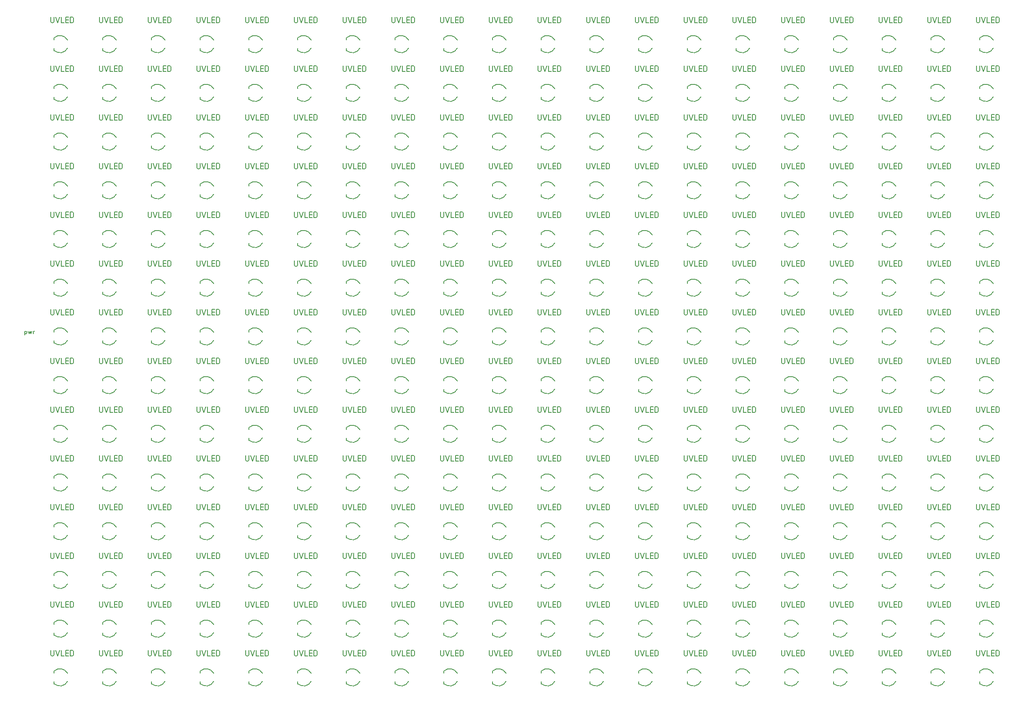
<source format=gbr>
%FSLAX34Y34*%
%MOMM*%
%LNSILK_TOP*%
G71*
G01*
%ADD10C, 0.150*%
%ADD11C, 0.144*%
%ADD12C, 0.159*%
%LPD*%
G54D10*
G75*
G01X103293Y-67749D02*
G03X75356Y-62823I-15893J-8451D01*
G01*
G54D10*
G75*
G01X75830Y-89989D02*
G03X103293Y-84650I11570J13789D01*
G01*
G54D10*
X75400Y-62700D02*
X75400Y-67500D01*
G54D10*
X75500Y-89700D02*
X75500Y-84900D01*
G54D11*
X68200Y-19920D02*
X68200Y-29309D01*
X69066Y-30754D01*
X70800Y-31476D01*
X72533Y-31476D01*
X74266Y-30754D01*
X75133Y-29309D01*
X75133Y-19920D01*
G54D11*
X78311Y-19920D02*
X82644Y-31476D01*
X86977Y-19920D01*
G54D11*
X90156Y-19920D02*
X90156Y-31476D01*
X96222Y-31476D01*
G54D11*
X105467Y-31476D02*
X99401Y-31476D01*
X99401Y-19920D01*
X105467Y-19920D01*
G54D11*
X99401Y-25698D02*
X105467Y-25698D01*
G54D11*
X108646Y-31476D02*
X108646Y-19920D01*
X112979Y-19920D01*
X114712Y-20643D01*
X115579Y-22087D01*
X115579Y-29309D01*
X114712Y-30754D01*
X112979Y-31476D01*
X108646Y-31476D01*
G54D10*
G75*
G01X204893Y-67749D02*
G03X176956Y-62823I-15893J-8451D01*
G01*
G54D10*
G75*
G01X177430Y-89989D02*
G03X204893Y-84650I11570J13789D01*
G01*
G54D10*
X177000Y-62700D02*
X177000Y-67500D01*
G54D10*
X177100Y-89700D02*
X177100Y-84900D01*
G54D11*
X169800Y-19920D02*
X169800Y-29309D01*
X170666Y-30754D01*
X172400Y-31476D01*
X174133Y-31476D01*
X175866Y-30754D01*
X176733Y-29309D01*
X176733Y-19920D01*
G54D11*
X179911Y-19920D02*
X184244Y-31476D01*
X188577Y-19920D01*
G54D11*
X191756Y-19920D02*
X191756Y-31476D01*
X197822Y-31476D01*
G54D11*
X207067Y-31476D02*
X201001Y-31476D01*
X201001Y-19920D01*
X207067Y-19920D01*
G54D11*
X201001Y-25698D02*
X207067Y-25698D01*
G54D11*
X210246Y-31476D02*
X210246Y-19920D01*
X214579Y-19920D01*
X216312Y-20643D01*
X217179Y-22087D01*
X217179Y-29309D01*
X216312Y-30754D01*
X214579Y-31476D01*
X210246Y-31476D01*
G54D10*
G75*
G01X306493Y-67749D02*
G03X278556Y-62823I-15893J-8451D01*
G01*
G54D10*
G75*
G01X279030Y-89989D02*
G03X306493Y-84650I11570J13789D01*
G01*
G54D10*
X278600Y-62700D02*
X278600Y-67500D01*
G54D10*
X278700Y-89700D02*
X278700Y-84900D01*
G54D11*
X271400Y-19920D02*
X271400Y-29309D01*
X272266Y-30754D01*
X274000Y-31476D01*
X275733Y-31476D01*
X277466Y-30754D01*
X278333Y-29309D01*
X278333Y-19920D01*
G54D11*
X281511Y-19920D02*
X285844Y-31476D01*
X290177Y-19920D01*
G54D11*
X293356Y-19920D02*
X293356Y-31476D01*
X299422Y-31476D01*
G54D11*
X308667Y-31476D02*
X302601Y-31476D01*
X302601Y-19920D01*
X308667Y-19920D01*
G54D11*
X302601Y-25698D02*
X308667Y-25698D01*
G54D11*
X311846Y-31476D02*
X311846Y-19920D01*
X316179Y-19920D01*
X317912Y-20643D01*
X318779Y-22087D01*
X318779Y-29309D01*
X317912Y-30754D01*
X316179Y-31476D01*
X311846Y-31476D01*
G54D10*
G75*
G01X408093Y-67749D02*
G03X380156Y-62823I-15893J-8451D01*
G01*
G54D10*
G75*
G01X380630Y-89989D02*
G03X408093Y-84650I11570J13789D01*
G01*
G54D10*
X380200Y-62700D02*
X380200Y-67500D01*
G54D10*
X380300Y-89700D02*
X380300Y-84900D01*
G54D11*
X373000Y-19920D02*
X373000Y-29309D01*
X373866Y-30754D01*
X375600Y-31476D01*
X377333Y-31476D01*
X379066Y-30754D01*
X379933Y-29309D01*
X379933Y-19920D01*
G54D11*
X383111Y-19920D02*
X387444Y-31476D01*
X391777Y-19920D01*
G54D11*
X394956Y-19920D02*
X394956Y-31476D01*
X401022Y-31476D01*
G54D11*
X410267Y-31476D02*
X404201Y-31476D01*
X404201Y-19920D01*
X410267Y-19920D01*
G54D11*
X404201Y-25698D02*
X410267Y-25698D01*
G54D11*
X413446Y-31476D02*
X413446Y-19920D01*
X417779Y-19920D01*
X419512Y-20643D01*
X420379Y-22087D01*
X420379Y-29309D01*
X419512Y-30754D01*
X417779Y-31476D01*
X413446Y-31476D01*
G54D10*
G75*
G01X509693Y-67749D02*
G03X481756Y-62823I-15893J-8451D01*
G01*
G54D10*
G75*
G01X482230Y-89989D02*
G03X509693Y-84650I11570J13789D01*
G01*
G54D10*
X481800Y-62700D02*
X481800Y-67500D01*
G54D10*
X481900Y-89700D02*
X481900Y-84900D01*
G54D11*
X474600Y-19920D02*
X474600Y-29309D01*
X475466Y-30754D01*
X477200Y-31476D01*
X478933Y-31476D01*
X480666Y-30754D01*
X481533Y-29309D01*
X481533Y-19920D01*
G54D11*
X484711Y-19920D02*
X489044Y-31476D01*
X493377Y-19920D01*
G54D11*
X496556Y-19920D02*
X496556Y-31476D01*
X502622Y-31476D01*
G54D11*
X511867Y-31476D02*
X505801Y-31476D01*
X505801Y-19920D01*
X511867Y-19920D01*
G54D11*
X505801Y-25698D02*
X511867Y-25698D01*
G54D11*
X515046Y-31476D02*
X515046Y-19920D01*
X519379Y-19920D01*
X521112Y-20643D01*
X521979Y-22087D01*
X521979Y-29309D01*
X521112Y-30754D01*
X519379Y-31476D01*
X515046Y-31476D01*
G54D10*
G75*
G01X611293Y-67749D02*
G03X583356Y-62823I-15893J-8451D01*
G01*
G54D10*
G75*
G01X583830Y-89989D02*
G03X611293Y-84650I11570J13789D01*
G01*
G54D10*
X583400Y-62700D02*
X583400Y-67500D01*
G54D10*
X583500Y-89700D02*
X583500Y-84900D01*
G54D11*
X576200Y-19920D02*
X576200Y-29309D01*
X577066Y-30754D01*
X578800Y-31476D01*
X580533Y-31476D01*
X582266Y-30754D01*
X583133Y-29309D01*
X583133Y-19920D01*
G54D11*
X586311Y-19920D02*
X590644Y-31476D01*
X594977Y-19920D01*
G54D11*
X598156Y-19920D02*
X598156Y-31476D01*
X604222Y-31476D01*
G54D11*
X613467Y-31476D02*
X607401Y-31476D01*
X607401Y-19920D01*
X613467Y-19920D01*
G54D11*
X607401Y-25698D02*
X613467Y-25698D01*
G54D11*
X616646Y-31476D02*
X616646Y-19920D01*
X620979Y-19920D01*
X622712Y-20643D01*
X623579Y-22087D01*
X623579Y-29309D01*
X622712Y-30754D01*
X620979Y-31476D01*
X616646Y-31476D01*
G54D10*
G75*
G01X712893Y-67749D02*
G03X684956Y-62823I-15893J-8451D01*
G01*
G54D10*
G75*
G01X685430Y-89989D02*
G03X712893Y-84650I11570J13789D01*
G01*
G54D10*
X685000Y-62700D02*
X685000Y-67500D01*
G54D10*
X685100Y-89700D02*
X685100Y-84900D01*
G54D11*
X677800Y-19920D02*
X677800Y-29309D01*
X678666Y-30754D01*
X680400Y-31476D01*
X682133Y-31476D01*
X683866Y-30754D01*
X684733Y-29309D01*
X684733Y-19920D01*
G54D11*
X687911Y-19920D02*
X692244Y-31476D01*
X696577Y-19920D01*
G54D11*
X699756Y-19920D02*
X699756Y-31476D01*
X705822Y-31476D01*
G54D11*
X715067Y-31476D02*
X709001Y-31476D01*
X709001Y-19920D01*
X715067Y-19920D01*
G54D11*
X709001Y-25698D02*
X715067Y-25698D01*
G54D11*
X718246Y-31476D02*
X718246Y-19920D01*
X722579Y-19920D01*
X724312Y-20643D01*
X725179Y-22087D01*
X725179Y-29309D01*
X724312Y-30754D01*
X722579Y-31476D01*
X718246Y-31476D01*
G54D10*
G75*
G01X814493Y-67749D02*
G03X786556Y-62823I-15893J-8451D01*
G01*
G54D10*
G75*
G01X787030Y-89989D02*
G03X814493Y-84650I11570J13789D01*
G01*
G54D10*
X786600Y-62700D02*
X786600Y-67500D01*
G54D10*
X786700Y-89700D02*
X786700Y-84900D01*
G54D11*
X779400Y-19920D02*
X779400Y-29309D01*
X780266Y-30754D01*
X782000Y-31476D01*
X783733Y-31476D01*
X785466Y-30754D01*
X786333Y-29309D01*
X786333Y-19920D01*
G54D11*
X789511Y-19920D02*
X793844Y-31476D01*
X798177Y-19920D01*
G54D11*
X801356Y-19920D02*
X801356Y-31476D01*
X807422Y-31476D01*
G54D11*
X816667Y-31476D02*
X810601Y-31476D01*
X810601Y-19920D01*
X816667Y-19920D01*
G54D11*
X810601Y-25698D02*
X816667Y-25698D01*
G54D11*
X819846Y-31476D02*
X819846Y-19920D01*
X824179Y-19920D01*
X825912Y-20643D01*
X826779Y-22087D01*
X826779Y-29309D01*
X825912Y-30754D01*
X824179Y-31476D01*
X819846Y-31476D01*
G54D10*
G75*
G01X916093Y-67749D02*
G03X888156Y-62823I-15893J-8451D01*
G01*
G54D10*
G75*
G01X888630Y-89989D02*
G03X916093Y-84650I11570J13789D01*
G01*
G54D10*
X888200Y-62700D02*
X888200Y-67500D01*
G54D10*
X888300Y-89700D02*
X888300Y-84900D01*
G54D11*
X881000Y-19920D02*
X881000Y-29309D01*
X881866Y-30754D01*
X883600Y-31476D01*
X885333Y-31476D01*
X887066Y-30754D01*
X887933Y-29309D01*
X887933Y-19920D01*
G54D11*
X891111Y-19920D02*
X895444Y-31476D01*
X899777Y-19920D01*
G54D11*
X902956Y-19920D02*
X902956Y-31476D01*
X909022Y-31476D01*
G54D11*
X918267Y-31476D02*
X912200Y-31476D01*
X912200Y-19920D01*
X918267Y-19920D01*
G54D11*
X912200Y-25698D02*
X918267Y-25698D01*
G54D11*
X921446Y-31476D02*
X921446Y-19920D01*
X925779Y-19920D01*
X927512Y-20643D01*
X928379Y-22087D01*
X928379Y-29309D01*
X927512Y-30754D01*
X925779Y-31476D01*
X921446Y-31476D01*
G54D10*
G75*
G01X1017693Y-67749D02*
G03X989756Y-62823I-15893J-8451D01*
G01*
G54D10*
G75*
G01X990230Y-89989D02*
G03X1017693Y-84650I11570J13789D01*
G01*
G54D10*
X989800Y-62700D02*
X989800Y-67500D01*
G54D10*
X989900Y-89700D02*
X989900Y-84900D01*
G54D11*
X982600Y-19920D02*
X982600Y-29309D01*
X983466Y-30754D01*
X985200Y-31476D01*
X986933Y-31476D01*
X988666Y-30754D01*
X989533Y-29309D01*
X989533Y-19920D01*
G54D11*
X992711Y-19920D02*
X997044Y-31476D01*
X1001377Y-19920D01*
G54D11*
X1004556Y-19920D02*
X1004556Y-31476D01*
X1010622Y-31476D01*
G54D11*
X1019867Y-31476D02*
X1013800Y-31476D01*
X1013800Y-19920D01*
X1019867Y-19920D01*
G54D11*
X1013800Y-25698D02*
X1019867Y-25698D01*
G54D11*
X1023046Y-31476D02*
X1023046Y-19920D01*
X1027379Y-19920D01*
X1029112Y-20643D01*
X1029979Y-22087D01*
X1029979Y-29309D01*
X1029112Y-30754D01*
X1027379Y-31476D01*
X1023046Y-31476D01*
G54D10*
G75*
G01X1119293Y-67749D02*
G03X1091356Y-62823I-15893J-8451D01*
G01*
G54D10*
G75*
G01X1091830Y-89989D02*
G03X1119293Y-84650I11570J13789D01*
G01*
G54D10*
X1091400Y-62700D02*
X1091400Y-67500D01*
G54D10*
X1091500Y-89700D02*
X1091500Y-84900D01*
G54D11*
X1084200Y-19920D02*
X1084200Y-29309D01*
X1085066Y-30754D01*
X1086800Y-31476D01*
X1088533Y-31476D01*
X1090266Y-30754D01*
X1091133Y-29309D01*
X1091133Y-19920D01*
G54D11*
X1094310Y-19920D02*
X1098644Y-31476D01*
X1102977Y-19920D01*
G54D11*
X1106156Y-19920D02*
X1106156Y-31476D01*
X1112222Y-31476D01*
G54D11*
X1121467Y-31476D02*
X1115401Y-31476D01*
X1115401Y-19920D01*
X1121467Y-19920D01*
G54D11*
X1115401Y-25698D02*
X1121467Y-25698D01*
G54D11*
X1124646Y-31476D02*
X1124646Y-19920D01*
X1128979Y-19920D01*
X1130712Y-20643D01*
X1131579Y-22087D01*
X1131579Y-29309D01*
X1130712Y-30754D01*
X1128979Y-31476D01*
X1124646Y-31476D01*
G54D10*
G75*
G01X1220893Y-67749D02*
G03X1192956Y-62823I-15893J-8451D01*
G01*
G54D10*
G75*
G01X1193430Y-89989D02*
G03X1220893Y-84650I11570J13789D01*
G01*
G54D10*
X1193000Y-62700D02*
X1193000Y-67500D01*
G54D10*
X1193100Y-89700D02*
X1193100Y-84900D01*
G54D11*
X1185800Y-19920D02*
X1185800Y-29309D01*
X1186666Y-30754D01*
X1188400Y-31476D01*
X1190133Y-31476D01*
X1191866Y-30754D01*
X1192733Y-29309D01*
X1192733Y-19920D01*
G54D11*
X1195911Y-19920D02*
X1200244Y-31476D01*
X1204577Y-19920D01*
G54D11*
X1207756Y-19920D02*
X1207756Y-31476D01*
X1213822Y-31476D01*
G54D11*
X1223067Y-31476D02*
X1217001Y-31476D01*
X1217001Y-19920D01*
X1223067Y-19920D01*
G54D11*
X1217001Y-25698D02*
X1223067Y-25698D01*
G54D11*
X1226246Y-31476D02*
X1226246Y-19920D01*
X1230579Y-19920D01*
X1232312Y-20643D01*
X1233179Y-22087D01*
X1233179Y-29309D01*
X1232312Y-30754D01*
X1230579Y-31476D01*
X1226246Y-31476D01*
G54D10*
G75*
G01X1322493Y-67749D02*
G03X1294556Y-62823I-15893J-8451D01*
G01*
G54D10*
G75*
G01X1295030Y-89989D02*
G03X1322493Y-84650I11570J13789D01*
G01*
G54D10*
X1294600Y-62700D02*
X1294600Y-67500D01*
G54D10*
X1294700Y-89700D02*
X1294700Y-84900D01*
G54D11*
X1287400Y-19920D02*
X1287400Y-29309D01*
X1288266Y-30754D01*
X1290000Y-31476D01*
X1291733Y-31476D01*
X1293466Y-30754D01*
X1294333Y-29309D01*
X1294333Y-19920D01*
G54D11*
X1297511Y-19920D02*
X1301844Y-31476D01*
X1306177Y-19920D01*
G54D11*
X1309356Y-19920D02*
X1309356Y-31476D01*
X1315422Y-31476D01*
G54D11*
X1324667Y-31476D02*
X1318600Y-31476D01*
X1318601Y-19920D01*
X1324667Y-19920D01*
G54D11*
X1318600Y-25698D02*
X1324667Y-25698D01*
G54D11*
X1327846Y-31476D02*
X1327846Y-19920D01*
X1332179Y-19920D01*
X1333912Y-20643D01*
X1334779Y-22087D01*
X1334779Y-29309D01*
X1333912Y-30754D01*
X1332179Y-31476D01*
X1327846Y-31476D01*
G54D10*
G75*
G01X1424093Y-67749D02*
G03X1396156Y-62823I-15893J-8451D01*
G01*
G54D10*
G75*
G01X1396630Y-89989D02*
G03X1424093Y-84650I11570J13789D01*
G01*
G54D10*
X1396200Y-62700D02*
X1396200Y-67500D01*
G54D10*
X1396300Y-89700D02*
X1396300Y-84900D01*
G54D11*
X1389000Y-19920D02*
X1389000Y-29309D01*
X1389866Y-30754D01*
X1391600Y-31476D01*
X1393333Y-31476D01*
X1395066Y-30754D01*
X1395933Y-29309D01*
X1395933Y-19920D01*
G54D11*
X1399111Y-19920D02*
X1403444Y-31476D01*
X1407777Y-19920D01*
G54D11*
X1410956Y-19920D02*
X1410956Y-31476D01*
X1417022Y-31476D01*
G54D11*
X1426267Y-31476D02*
X1420200Y-31476D01*
X1420200Y-19920D01*
X1426267Y-19920D01*
G54D11*
X1420200Y-25698D02*
X1426267Y-25698D01*
G54D11*
X1429446Y-31476D02*
X1429446Y-19920D01*
X1433779Y-19920D01*
X1435512Y-20643D01*
X1436379Y-22087D01*
X1436379Y-29309D01*
X1435512Y-30754D01*
X1433779Y-31476D01*
X1429446Y-31476D01*
G54D10*
G75*
G01X1525693Y-67749D02*
G03X1497756Y-62823I-15893J-8451D01*
G01*
G54D10*
G75*
G01X1498230Y-89989D02*
G03X1525693Y-84650I11570J13789D01*
G01*
G54D10*
X1497800Y-62700D02*
X1497800Y-67500D01*
G54D10*
X1497900Y-89700D02*
X1497900Y-84900D01*
G54D11*
X1490600Y-19920D02*
X1490600Y-29309D01*
X1491466Y-30754D01*
X1493200Y-31476D01*
X1494933Y-31476D01*
X1496666Y-30754D01*
X1497533Y-29309D01*
X1497533Y-19920D01*
G54D11*
X1500711Y-19920D02*
X1505044Y-31476D01*
X1509377Y-19920D01*
G54D11*
X1512556Y-19920D02*
X1512556Y-31476D01*
X1518622Y-31476D01*
G54D11*
X1527867Y-31476D02*
X1521800Y-31476D01*
X1521800Y-19920D01*
X1527867Y-19920D01*
G54D11*
X1521800Y-25698D02*
X1527867Y-25698D01*
G54D11*
X1531046Y-31476D02*
X1531046Y-19920D01*
X1535379Y-19920D01*
X1537112Y-20643D01*
X1537979Y-22087D01*
X1537979Y-29309D01*
X1537112Y-30754D01*
X1535379Y-31476D01*
X1531046Y-31476D01*
G54D10*
G75*
G01X1627293Y-67749D02*
G03X1599356Y-62823I-15893J-8451D01*
G01*
G54D10*
G75*
G01X1599830Y-89989D02*
G03X1627293Y-84650I11570J13789D01*
G01*
G54D10*
X1599400Y-62700D02*
X1599400Y-67500D01*
G54D10*
X1599500Y-89700D02*
X1599500Y-84900D01*
G54D11*
X1592200Y-19920D02*
X1592200Y-29309D01*
X1593066Y-30754D01*
X1594800Y-31476D01*
X1596533Y-31476D01*
X1598266Y-30754D01*
X1599133Y-29309D01*
X1599133Y-19920D01*
G54D11*
X1602311Y-19920D02*
X1606644Y-31476D01*
X1610977Y-19920D01*
G54D11*
X1614156Y-19920D02*
X1614156Y-31476D01*
X1620222Y-31476D01*
G54D11*
X1629467Y-31476D02*
X1623401Y-31476D01*
X1623401Y-19920D01*
X1629467Y-19920D01*
G54D11*
X1623401Y-25698D02*
X1629467Y-25698D01*
G54D11*
X1632646Y-31476D02*
X1632646Y-19920D01*
X1636979Y-19920D01*
X1638712Y-20643D01*
X1639579Y-22087D01*
X1639579Y-29309D01*
X1638712Y-30754D01*
X1636979Y-31476D01*
X1632646Y-31476D01*
G54D10*
G75*
G01X1728893Y-67749D02*
G03X1700956Y-62823I-15893J-8451D01*
G01*
G54D10*
G75*
G01X1701430Y-89989D02*
G03X1728893Y-84650I11570J13789D01*
G01*
G54D10*
X1701000Y-62700D02*
X1701000Y-67500D01*
G54D10*
X1701100Y-89700D02*
X1701100Y-84900D01*
G54D11*
X1693800Y-19920D02*
X1693800Y-29309D01*
X1694666Y-30754D01*
X1696400Y-31476D01*
X1698133Y-31476D01*
X1699866Y-30754D01*
X1700733Y-29309D01*
X1700733Y-19920D01*
G54D11*
X1703911Y-19920D02*
X1708244Y-31476D01*
X1712577Y-19920D01*
G54D11*
X1715756Y-19920D02*
X1715756Y-31476D01*
X1721822Y-31476D01*
G54D11*
X1731067Y-31476D02*
X1725001Y-31476D01*
X1725001Y-19920D01*
X1731067Y-19920D01*
G54D11*
X1725001Y-25698D02*
X1731067Y-25698D01*
G54D11*
X1734246Y-31476D02*
X1734246Y-19920D01*
X1738579Y-19920D01*
X1740312Y-20643D01*
X1741179Y-22087D01*
X1741179Y-29309D01*
X1740312Y-30754D01*
X1738579Y-31476D01*
X1734246Y-31476D01*
G54D10*
G75*
G01X1830493Y-67749D02*
G03X1802556Y-62823I-15893J-8451D01*
G01*
G54D10*
G75*
G01X1803030Y-89989D02*
G03X1830493Y-84650I11570J13789D01*
G01*
G54D10*
X1802600Y-62700D02*
X1802600Y-67500D01*
G54D10*
X1802700Y-89700D02*
X1802700Y-84900D01*
G54D11*
X1795400Y-19920D02*
X1795400Y-29309D01*
X1796266Y-30754D01*
X1798000Y-31476D01*
X1799733Y-31476D01*
X1801466Y-30754D01*
X1802333Y-29309D01*
X1802333Y-19920D01*
G54D11*
X1805511Y-19920D02*
X1809844Y-31476D01*
X1814177Y-19920D01*
G54D11*
X1817356Y-19920D02*
X1817356Y-31476D01*
X1823422Y-31476D01*
G54D11*
X1832667Y-31476D02*
X1826601Y-31476D01*
X1826601Y-19920D01*
X1832667Y-19920D01*
G54D11*
X1826601Y-25698D02*
X1832667Y-25698D01*
G54D11*
X1835846Y-31476D02*
X1835846Y-19920D01*
X1840179Y-19920D01*
X1841912Y-20643D01*
X1842779Y-22087D01*
X1842779Y-29309D01*
X1841912Y-30754D01*
X1840179Y-31476D01*
X1835846Y-31476D01*
G54D10*
G75*
G01X1932093Y-67749D02*
G03X1904156Y-62823I-15893J-8451D01*
G01*
G54D10*
G75*
G01X1904630Y-89989D02*
G03X1932093Y-84650I11570J13789D01*
G01*
G54D10*
X1904200Y-62700D02*
X1904200Y-67500D01*
G54D10*
X1904300Y-89700D02*
X1904300Y-84900D01*
G54D11*
X1897000Y-19920D02*
X1897000Y-29309D01*
X1897866Y-30754D01*
X1899600Y-31476D01*
X1901333Y-31476D01*
X1903066Y-30754D01*
X1903933Y-29309D01*
X1903933Y-19920D01*
G54D11*
X1907111Y-19920D02*
X1911444Y-31476D01*
X1915777Y-19920D01*
G54D11*
X1918956Y-19920D02*
X1918956Y-31476D01*
X1925022Y-31476D01*
G54D11*
X1934267Y-31476D02*
X1928200Y-31476D01*
X1928200Y-19920D01*
X1934267Y-19920D01*
G54D11*
X1928200Y-25698D02*
X1934267Y-25698D01*
G54D11*
X1937446Y-31476D02*
X1937446Y-19920D01*
X1941779Y-19920D01*
X1943512Y-20643D01*
X1944379Y-22087D01*
X1944379Y-29309D01*
X1943512Y-30754D01*
X1941779Y-31476D01*
X1937446Y-31476D01*
G54D10*
G75*
G01X2033693Y-67749D02*
G03X2005756Y-62823I-15893J-8451D01*
G01*
G54D10*
G75*
G01X2006230Y-89989D02*
G03X2033693Y-84650I11570J13789D01*
G01*
G54D10*
X2005800Y-62700D02*
X2005800Y-67500D01*
G54D10*
X2005900Y-89700D02*
X2005900Y-84900D01*
G54D11*
X1998600Y-19920D02*
X1998600Y-29309D01*
X1999466Y-30754D01*
X2001200Y-31476D01*
X2002933Y-31476D01*
X2004666Y-30754D01*
X2005533Y-29309D01*
X2005533Y-19920D01*
G54D11*
X2008711Y-19920D02*
X2013044Y-31476D01*
X2017377Y-19920D01*
G54D11*
X2020556Y-19920D02*
X2020556Y-31476D01*
X2026622Y-31476D01*
G54D11*
X2035867Y-31476D02*
X2029800Y-31476D01*
X2029800Y-19920D01*
X2035867Y-19920D01*
G54D11*
X2029800Y-25698D02*
X2035867Y-25698D01*
G54D11*
X2039046Y-31476D02*
X2039046Y-19920D01*
X2043379Y-19920D01*
X2045112Y-20643D01*
X2045979Y-22087D01*
X2045979Y-29309D01*
X2045112Y-30754D01*
X2043379Y-31476D01*
X2039046Y-31476D01*
G54D10*
G75*
G01X103293Y-169349D02*
G03X75356Y-164423I-15893J-8451D01*
G01*
G54D10*
G75*
G01X75830Y-191589D02*
G03X103293Y-186250I11570J13789D01*
G01*
G54D10*
X75400Y-164300D02*
X75400Y-169100D01*
G54D10*
X75500Y-191300D02*
X75500Y-186500D01*
G54D11*
X68200Y-121520D02*
X68200Y-130909D01*
X69066Y-132354D01*
X70800Y-133076D01*
X72533Y-133076D01*
X74266Y-132354D01*
X75133Y-130909D01*
X75133Y-121520D01*
G54D11*
X78311Y-121520D02*
X82644Y-133076D01*
X86977Y-121520D01*
G54D11*
X90156Y-121520D02*
X90156Y-133076D01*
X96222Y-133076D01*
G54D11*
X105467Y-133076D02*
X99401Y-133076D01*
X99401Y-121520D01*
X105467Y-121520D01*
G54D11*
X99401Y-127298D02*
X105467Y-127298D01*
G54D11*
X108646Y-133076D02*
X108646Y-121520D01*
X112979Y-121520D01*
X114712Y-122243D01*
X115579Y-123687D01*
X115579Y-130909D01*
X114712Y-132354D01*
X112979Y-133076D01*
X108646Y-133076D01*
G54D10*
G75*
G01X103293Y-270949D02*
G03X75356Y-266023I-15893J-8451D01*
G01*
G54D10*
G75*
G01X75830Y-293189D02*
G03X103293Y-287850I11570J13789D01*
G01*
G54D10*
X75400Y-265900D02*
X75400Y-270700D01*
G54D10*
X75500Y-292900D02*
X75500Y-288100D01*
G54D11*
X68200Y-223120D02*
X68200Y-232509D01*
X69066Y-233954D01*
X70800Y-234676D01*
X72533Y-234676D01*
X74266Y-233954D01*
X75133Y-232509D01*
X75133Y-223120D01*
G54D11*
X78311Y-223120D02*
X82644Y-234676D01*
X86977Y-223120D01*
G54D11*
X90156Y-223120D02*
X90156Y-234676D01*
X96222Y-234676D01*
G54D11*
X105467Y-234676D02*
X99401Y-234676D01*
X99401Y-223120D01*
X105467Y-223120D01*
G54D11*
X99401Y-228898D02*
X105467Y-228898D01*
G54D11*
X108646Y-234676D02*
X108646Y-223120D01*
X112979Y-223120D01*
X114712Y-223843D01*
X115579Y-225287D01*
X115579Y-232509D01*
X114712Y-233954D01*
X112979Y-234676D01*
X108646Y-234676D01*
G54D10*
G75*
G01X103293Y-372549D02*
G03X75356Y-367623I-15893J-8451D01*
G01*
G54D10*
G75*
G01X75830Y-394789D02*
G03X103293Y-389450I11570J13789D01*
G01*
G54D10*
X75400Y-367500D02*
X75400Y-372300D01*
G54D10*
X75500Y-394500D02*
X75500Y-389700D01*
G54D11*
X68200Y-324720D02*
X68200Y-334109D01*
X69066Y-335554D01*
X70800Y-336276D01*
X72533Y-336276D01*
X74266Y-335554D01*
X75133Y-334109D01*
X75133Y-324720D01*
G54D11*
X78311Y-324720D02*
X82644Y-336276D01*
X86977Y-324720D01*
G54D11*
X90156Y-324720D02*
X90156Y-336276D01*
X96222Y-336276D01*
G54D11*
X105467Y-336276D02*
X99401Y-336276D01*
X99401Y-324720D01*
X105467Y-324720D01*
G54D11*
X99401Y-330498D02*
X105467Y-330498D01*
G54D11*
X108646Y-336276D02*
X108646Y-324720D01*
X112979Y-324720D01*
X114712Y-325443D01*
X115579Y-326887D01*
X115579Y-334109D01*
X114712Y-335554D01*
X112979Y-336276D01*
X108646Y-336276D01*
G54D10*
G75*
G01X103293Y-474149D02*
G03X75356Y-469223I-15893J-8451D01*
G01*
G54D10*
G75*
G01X75830Y-496389D02*
G03X103293Y-491050I11570J13789D01*
G01*
G54D10*
X75400Y-469100D02*
X75400Y-473900D01*
G54D10*
X75500Y-496100D02*
X75500Y-491300D01*
G54D11*
X68200Y-426320D02*
X68200Y-435709D01*
X69066Y-437154D01*
X70800Y-437876D01*
X72533Y-437876D01*
X74266Y-437154D01*
X75133Y-435709D01*
X75133Y-426320D01*
G54D11*
X78311Y-426320D02*
X82644Y-437876D01*
X86977Y-426320D01*
G54D11*
X90156Y-426320D02*
X90156Y-437876D01*
X96222Y-437876D01*
G54D11*
X105467Y-437876D02*
X99401Y-437876D01*
X99401Y-426320D01*
X105467Y-426320D01*
G54D11*
X99401Y-432098D02*
X105467Y-432098D01*
G54D11*
X108646Y-437876D02*
X108646Y-426320D01*
X112979Y-426320D01*
X114712Y-427043D01*
X115579Y-428487D01*
X115579Y-435709D01*
X114712Y-437154D01*
X112979Y-437876D01*
X108646Y-437876D01*
G54D10*
G75*
G01X103293Y-575749D02*
G03X75356Y-570823I-15893J-8451D01*
G01*
G54D10*
G75*
G01X75830Y-597989D02*
G03X103293Y-592650I11570J13789D01*
G01*
G54D10*
X75400Y-570700D02*
X75400Y-575500D01*
G54D10*
X75500Y-597700D02*
X75500Y-592900D01*
G54D11*
X68200Y-527920D02*
X68200Y-537309D01*
X69066Y-538754D01*
X70800Y-539476D01*
X72533Y-539476D01*
X74266Y-538754D01*
X75133Y-537309D01*
X75133Y-527920D01*
G54D11*
X78311Y-527920D02*
X82644Y-539476D01*
X86977Y-527920D01*
G54D11*
X90156Y-527920D02*
X90156Y-539476D01*
X96222Y-539476D01*
G54D11*
X105467Y-539476D02*
X99401Y-539476D01*
X99401Y-527920D01*
X105467Y-527920D01*
G54D11*
X99401Y-533698D02*
X105467Y-533698D01*
G54D11*
X108646Y-539476D02*
X108646Y-527920D01*
X112979Y-527920D01*
X114712Y-528643D01*
X115579Y-530087D01*
X115579Y-537309D01*
X114712Y-538754D01*
X112979Y-539476D01*
X108646Y-539476D01*
G54D10*
G75*
G01X103293Y-677350D02*
G03X75356Y-672424I-15893J-8450D01*
G01*
G54D10*
G75*
G01X75830Y-699589D02*
G03X103293Y-694250I11570J13789D01*
G01*
G54D10*
X75400Y-672300D02*
X75400Y-677100D01*
G54D10*
X75500Y-699300D02*
X75500Y-694500D01*
G54D11*
X68200Y-629520D02*
X68200Y-638909D01*
X69066Y-640354D01*
X70800Y-641076D01*
X72533Y-641076D01*
X74266Y-640354D01*
X75133Y-638909D01*
X75133Y-629520D01*
G54D11*
X78311Y-629520D02*
X82644Y-641076D01*
X86977Y-629520D01*
G54D11*
X90156Y-629520D02*
X90156Y-641076D01*
X96222Y-641076D01*
G54D11*
X105467Y-641076D02*
X99401Y-641076D01*
X99401Y-629520D01*
X105467Y-629520D01*
G54D11*
X99401Y-635298D02*
X105467Y-635298D01*
G54D11*
X108646Y-641076D02*
X108646Y-629520D01*
X112979Y-629520D01*
X114712Y-630242D01*
X115579Y-631687D01*
X115579Y-638909D01*
X114712Y-640354D01*
X112979Y-641076D01*
X108646Y-641076D01*
G54D10*
G75*
G01X103293Y-778950D02*
G03X75356Y-774024I-15893J-8450D01*
G01*
G54D10*
G75*
G01X75830Y-801189D02*
G03X103293Y-795850I11570J13789D01*
G01*
G54D10*
X75400Y-773900D02*
X75400Y-778700D01*
G54D10*
X75500Y-800900D02*
X75500Y-796100D01*
G54D11*
X68200Y-731120D02*
X68200Y-740509D01*
X69066Y-741954D01*
X70800Y-742676D01*
X72533Y-742676D01*
X74266Y-741954D01*
X75133Y-740509D01*
X75133Y-731120D01*
G54D11*
X78311Y-731120D02*
X82644Y-742676D01*
X86977Y-731120D01*
G54D11*
X90156Y-731120D02*
X90156Y-742676D01*
X96222Y-742676D01*
G54D11*
X105467Y-742676D02*
X99401Y-742676D01*
X99401Y-731120D01*
X105467Y-731120D01*
G54D11*
X99401Y-736898D02*
X105467Y-736898D01*
G54D11*
X108646Y-742676D02*
X108646Y-731120D01*
X112979Y-731120D01*
X114712Y-731842D01*
X115579Y-733287D01*
X115579Y-740509D01*
X114712Y-741954D01*
X112979Y-742676D01*
X108646Y-742676D01*
G54D10*
G75*
G01X103293Y-880550D02*
G03X75356Y-875624I-15893J-8450D01*
G01*
G54D10*
G75*
G01X75830Y-902789D02*
G03X103293Y-897450I11570J13789D01*
G01*
G54D10*
X75400Y-875500D02*
X75400Y-880300D01*
G54D10*
X75500Y-902500D02*
X75500Y-897700D01*
G54D11*
X68200Y-832720D02*
X68200Y-842109D01*
X69066Y-843554D01*
X70800Y-844276D01*
X72533Y-844276D01*
X74266Y-843554D01*
X75133Y-842109D01*
X75133Y-832720D01*
G54D11*
X78311Y-832720D02*
X82644Y-844276D01*
X86977Y-832720D01*
G54D11*
X90156Y-832720D02*
X90156Y-844276D01*
X96222Y-844276D01*
G54D11*
X105467Y-844276D02*
X99401Y-844276D01*
X99401Y-832720D01*
X105467Y-832720D01*
G54D11*
X99401Y-838498D02*
X105467Y-838498D01*
G54D11*
X108646Y-844276D02*
X108646Y-832720D01*
X112979Y-832720D01*
X114712Y-833442D01*
X115579Y-834887D01*
X115579Y-842109D01*
X114712Y-843554D01*
X112979Y-844276D01*
X108646Y-844276D01*
G54D10*
G75*
G01X103293Y-982150D02*
G03X75356Y-977224I-15893J-8450D01*
G01*
G54D10*
G75*
G01X75830Y-1004389D02*
G03X103293Y-999050I11570J13789D01*
G01*
G54D10*
X75400Y-977100D02*
X75400Y-981900D01*
G54D10*
X75500Y-1004100D02*
X75500Y-999300D01*
G54D11*
X68200Y-934320D02*
X68200Y-943709D01*
X69066Y-945154D01*
X70800Y-945876D01*
X72533Y-945876D01*
X74266Y-945154D01*
X75133Y-943709D01*
X75133Y-934320D01*
G54D11*
X78311Y-934320D02*
X82644Y-945876D01*
X86977Y-934320D01*
G54D11*
X90156Y-934320D02*
X90156Y-945876D01*
X96222Y-945876D01*
G54D11*
X105467Y-945876D02*
X99401Y-945876D01*
X99401Y-934320D01*
X105467Y-934320D01*
G54D11*
X99401Y-940098D02*
X105467Y-940098D01*
G54D11*
X108646Y-945876D02*
X108646Y-934320D01*
X112979Y-934320D01*
X114712Y-935042D01*
X115579Y-936487D01*
X115579Y-943709D01*
X114712Y-945154D01*
X112979Y-945876D01*
X108646Y-945876D01*
G54D10*
G75*
G01X103293Y-1083750D02*
G03X75356Y-1078824I-15893J-8450D01*
G01*
G54D10*
G75*
G01X75830Y-1105989D02*
G03X103293Y-1100650I11570J13789D01*
G01*
G54D10*
X75400Y-1078700D02*
X75400Y-1083500D01*
G54D10*
X75500Y-1105700D02*
X75500Y-1100900D01*
G54D11*
X68200Y-1035920D02*
X68200Y-1045309D01*
X69066Y-1046754D01*
X70800Y-1047476D01*
X72533Y-1047476D01*
X74266Y-1046754D01*
X75133Y-1045309D01*
X75133Y-1035920D01*
G54D11*
X78311Y-1035920D02*
X82644Y-1047476D01*
X86977Y-1035920D01*
G54D11*
X90156Y-1035920D02*
X90156Y-1047476D01*
X96222Y-1047476D01*
G54D11*
X105467Y-1047476D02*
X99401Y-1047476D01*
X99401Y-1035920D01*
X105467Y-1035920D01*
G54D11*
X99401Y-1041698D02*
X105467Y-1041698D01*
G54D11*
X108646Y-1047476D02*
X108646Y-1035920D01*
X112979Y-1035920D01*
X114712Y-1036642D01*
X115579Y-1038087D01*
X115579Y-1045309D01*
X114712Y-1046754D01*
X112979Y-1047476D01*
X108646Y-1047476D01*
G54D10*
G75*
G01X103293Y-1185350D02*
G03X75356Y-1180424I-15893J-8450D01*
G01*
G54D10*
G75*
G01X75830Y-1207589D02*
G03X103293Y-1202250I11570J13789D01*
G01*
G54D10*
X75400Y-1180300D02*
X75400Y-1185100D01*
G54D10*
X75500Y-1207300D02*
X75500Y-1202500D01*
G54D11*
X68200Y-1137520D02*
X68200Y-1146909D01*
X69066Y-1148354D01*
X70800Y-1149076D01*
X72533Y-1149076D01*
X74266Y-1148354D01*
X75133Y-1146909D01*
X75133Y-1137520D01*
G54D11*
X78311Y-1137520D02*
X82644Y-1149076D01*
X86977Y-1137520D01*
G54D11*
X90156Y-1137520D02*
X90156Y-1149076D01*
X96222Y-1149076D01*
G54D11*
X105467Y-1149076D02*
X99401Y-1149076D01*
X99401Y-1137520D01*
X105467Y-1137520D01*
G54D11*
X99401Y-1143298D02*
X105467Y-1143298D01*
G54D11*
X108646Y-1149076D02*
X108646Y-1137520D01*
X112979Y-1137520D01*
X114712Y-1138243D01*
X115579Y-1139687D01*
X115579Y-1146909D01*
X114712Y-1148354D01*
X112979Y-1149076D01*
X108646Y-1149076D01*
G54D10*
G75*
G01X103293Y-1286950D02*
G03X75356Y-1282024I-15893J-8450D01*
G01*
G54D10*
G75*
G01X75830Y-1309189D02*
G03X103293Y-1303850I11570J13789D01*
G01*
G54D10*
X75400Y-1281900D02*
X75400Y-1286700D01*
G54D10*
X75500Y-1308900D02*
X75500Y-1304100D01*
G54D11*
X68200Y-1239120D02*
X68200Y-1248509D01*
X69066Y-1249954D01*
X70800Y-1250676D01*
X72533Y-1250676D01*
X74266Y-1249954D01*
X75133Y-1248509D01*
X75133Y-1239120D01*
G54D11*
X78311Y-1239120D02*
X82644Y-1250676D01*
X86977Y-1239120D01*
G54D11*
X90156Y-1239120D02*
X90156Y-1250676D01*
X96222Y-1250676D01*
G54D11*
X105467Y-1250676D02*
X99401Y-1250676D01*
X99401Y-1239120D01*
X105467Y-1239120D01*
G54D11*
X99401Y-1244898D02*
X105467Y-1244898D01*
G54D11*
X108646Y-1250676D02*
X108646Y-1239120D01*
X112979Y-1239120D01*
X114712Y-1239842D01*
X115579Y-1241287D01*
X115579Y-1248509D01*
X114712Y-1249954D01*
X112979Y-1250676D01*
X108646Y-1250676D01*
G54D10*
G75*
G01X103293Y-1388550D02*
G03X75356Y-1383624I-15893J-8450D01*
G01*
G54D10*
G75*
G01X75830Y-1410789D02*
G03X103293Y-1405450I11570J13789D01*
G01*
G54D10*
X75400Y-1383500D02*
X75400Y-1388300D01*
G54D10*
X75500Y-1410500D02*
X75500Y-1405700D01*
G54D11*
X68200Y-1340720D02*
X68200Y-1350109D01*
X69066Y-1351554D01*
X70800Y-1352276D01*
X72533Y-1352276D01*
X74266Y-1351554D01*
X75133Y-1350109D01*
X75133Y-1340720D01*
G54D11*
X78311Y-1340720D02*
X82644Y-1352276D01*
X86977Y-1340720D01*
G54D11*
X90156Y-1340720D02*
X90156Y-1352276D01*
X96222Y-1352276D01*
G54D11*
X105467Y-1352276D02*
X99401Y-1352276D01*
X99401Y-1340720D01*
X105467Y-1340720D01*
G54D11*
X99401Y-1346498D02*
X105467Y-1346498D01*
G54D11*
X108646Y-1352276D02*
X108646Y-1340720D01*
X112979Y-1340720D01*
X114712Y-1341443D01*
X115579Y-1342887D01*
X115579Y-1350109D01*
X114712Y-1351554D01*
X112979Y-1352276D01*
X108646Y-1352276D01*
G54D10*
G75*
G01X204893Y-169349D02*
G03X176956Y-164423I-15893J-8451D01*
G01*
G54D10*
G75*
G01X177430Y-191589D02*
G03X204893Y-186250I11570J13789D01*
G01*
G54D10*
X177000Y-164300D02*
X177000Y-169100D01*
G54D10*
X177100Y-191300D02*
X177100Y-186500D01*
G54D11*
X169800Y-121520D02*
X169800Y-130909D01*
X170666Y-132354D01*
X172400Y-133076D01*
X174133Y-133076D01*
X175866Y-132354D01*
X176733Y-130909D01*
X176733Y-121520D01*
G54D11*
X179911Y-121520D02*
X184244Y-133076D01*
X188577Y-121520D01*
G54D11*
X191756Y-121520D02*
X191756Y-133076D01*
X197822Y-133076D01*
G54D11*
X207067Y-133076D02*
X201001Y-133076D01*
X201001Y-121520D01*
X207067Y-121520D01*
G54D11*
X201001Y-127298D02*
X207067Y-127298D01*
G54D11*
X210246Y-133076D02*
X210246Y-121520D01*
X214579Y-121520D01*
X216312Y-122243D01*
X217179Y-123687D01*
X217179Y-130909D01*
X216312Y-132354D01*
X214579Y-133076D01*
X210246Y-133076D01*
G54D10*
G75*
G01X204893Y-270949D02*
G03X176956Y-266023I-15893J-8451D01*
G01*
G54D10*
G75*
G01X177430Y-293189D02*
G03X204893Y-287850I11570J13789D01*
G01*
G54D10*
X177000Y-265900D02*
X177000Y-270700D01*
G54D10*
X177100Y-292900D02*
X177100Y-288100D01*
G54D11*
X169800Y-223120D02*
X169800Y-232509D01*
X170666Y-233954D01*
X172400Y-234676D01*
X174133Y-234676D01*
X175866Y-233954D01*
X176733Y-232509D01*
X176733Y-223120D01*
G54D11*
X179911Y-223120D02*
X184244Y-234676D01*
X188577Y-223120D01*
G54D11*
X191756Y-223120D02*
X191756Y-234676D01*
X197822Y-234676D01*
G54D11*
X207067Y-234676D02*
X201001Y-234676D01*
X201001Y-223120D01*
X207067Y-223120D01*
G54D11*
X201001Y-228898D02*
X207067Y-228898D01*
G54D11*
X210246Y-234676D02*
X210246Y-223120D01*
X214579Y-223120D01*
X216312Y-223843D01*
X217179Y-225287D01*
X217179Y-232509D01*
X216312Y-233954D01*
X214579Y-234676D01*
X210246Y-234676D01*
G54D10*
G75*
G01X204893Y-372549D02*
G03X176956Y-367623I-15893J-8451D01*
G01*
G54D10*
G75*
G01X177430Y-394789D02*
G03X204893Y-389450I11570J13789D01*
G01*
G54D10*
X177000Y-367500D02*
X177000Y-372300D01*
G54D10*
X177100Y-394500D02*
X177100Y-389700D01*
G54D11*
X169800Y-324720D02*
X169800Y-334109D01*
X170666Y-335554D01*
X172400Y-336276D01*
X174133Y-336276D01*
X175866Y-335554D01*
X176733Y-334109D01*
X176733Y-324720D01*
G54D11*
X179911Y-324720D02*
X184244Y-336276D01*
X188577Y-324720D01*
G54D11*
X191756Y-324720D02*
X191756Y-336276D01*
X197822Y-336276D01*
G54D11*
X207067Y-336276D02*
X201001Y-336276D01*
X201001Y-324720D01*
X207067Y-324720D01*
G54D11*
X201001Y-330498D02*
X207067Y-330498D01*
G54D11*
X210246Y-336276D02*
X210246Y-324720D01*
X214579Y-324720D01*
X216312Y-325443D01*
X217179Y-326887D01*
X217179Y-334109D01*
X216312Y-335554D01*
X214579Y-336276D01*
X210246Y-336276D01*
G54D10*
G75*
G01X204893Y-474149D02*
G03X176956Y-469223I-15893J-8451D01*
G01*
G54D10*
G75*
G01X177430Y-496389D02*
G03X204893Y-491050I11570J13789D01*
G01*
G54D10*
X177000Y-469100D02*
X177000Y-473900D01*
G54D10*
X177100Y-496100D02*
X177100Y-491300D01*
G54D11*
X169800Y-426320D02*
X169800Y-435709D01*
X170666Y-437154D01*
X172400Y-437876D01*
X174133Y-437876D01*
X175866Y-437154D01*
X176733Y-435709D01*
X176733Y-426320D01*
G54D11*
X179911Y-426320D02*
X184244Y-437876D01*
X188577Y-426320D01*
G54D11*
X191756Y-426320D02*
X191756Y-437876D01*
X197822Y-437876D01*
G54D11*
X207067Y-437876D02*
X201001Y-437876D01*
X201001Y-426320D01*
X207067Y-426320D01*
G54D11*
X201001Y-432098D02*
X207067Y-432098D01*
G54D11*
X210246Y-437876D02*
X210246Y-426320D01*
X214579Y-426320D01*
X216312Y-427043D01*
X217179Y-428487D01*
X217179Y-435709D01*
X216312Y-437154D01*
X214579Y-437876D01*
X210246Y-437876D01*
G54D10*
G75*
G01X204893Y-575749D02*
G03X176956Y-570823I-15893J-8451D01*
G01*
G54D10*
G75*
G01X177430Y-597989D02*
G03X204893Y-592650I11570J13789D01*
G01*
G54D10*
X177000Y-570700D02*
X177000Y-575500D01*
G54D10*
X177100Y-597700D02*
X177100Y-592900D01*
G54D11*
X169800Y-527920D02*
X169800Y-537309D01*
X170666Y-538754D01*
X172400Y-539476D01*
X174133Y-539476D01*
X175866Y-538754D01*
X176733Y-537309D01*
X176733Y-527920D01*
G54D11*
X179911Y-527920D02*
X184244Y-539476D01*
X188577Y-527920D01*
G54D11*
X191756Y-527920D02*
X191756Y-539476D01*
X197822Y-539476D01*
G54D11*
X207067Y-539476D02*
X201001Y-539476D01*
X201001Y-527920D01*
X207067Y-527920D01*
G54D11*
X201001Y-533698D02*
X207067Y-533698D01*
G54D11*
X210246Y-539476D02*
X210246Y-527920D01*
X214579Y-527920D01*
X216312Y-528643D01*
X217179Y-530087D01*
X217179Y-537309D01*
X216312Y-538754D01*
X214579Y-539476D01*
X210246Y-539476D01*
G54D10*
G75*
G01X204893Y-677350D02*
G03X176956Y-672424I-15893J-8450D01*
G01*
G54D10*
G75*
G01X177430Y-699589D02*
G03X204893Y-694250I11570J13789D01*
G01*
G54D10*
X177000Y-672300D02*
X177000Y-677100D01*
G54D10*
X177100Y-699300D02*
X177100Y-694500D01*
G54D11*
X169800Y-629520D02*
X169800Y-638909D01*
X170666Y-640354D01*
X172400Y-641076D01*
X174133Y-641076D01*
X175866Y-640354D01*
X176733Y-638909D01*
X176733Y-629520D01*
G54D11*
X179911Y-629520D02*
X184244Y-641076D01*
X188577Y-629520D01*
G54D11*
X191756Y-629520D02*
X191756Y-641076D01*
X197822Y-641076D01*
G54D11*
X207067Y-641076D02*
X201001Y-641076D01*
X201001Y-629520D01*
X207067Y-629520D01*
G54D11*
X201001Y-635298D02*
X207067Y-635298D01*
G54D11*
X210246Y-641076D02*
X210246Y-629520D01*
X214579Y-629520D01*
X216312Y-630242D01*
X217179Y-631687D01*
X217179Y-638909D01*
X216312Y-640354D01*
X214579Y-641076D01*
X210246Y-641076D01*
G54D10*
G75*
G01X306493Y-169349D02*
G03X278556Y-164423I-15893J-8451D01*
G01*
G54D10*
G75*
G01X279030Y-191589D02*
G03X306493Y-186250I11570J13789D01*
G01*
G54D10*
X278600Y-164300D02*
X278600Y-169100D01*
G54D10*
X278700Y-191300D02*
X278700Y-186500D01*
G54D11*
X271400Y-121520D02*
X271400Y-130909D01*
X272266Y-132354D01*
X274000Y-133076D01*
X275733Y-133076D01*
X277466Y-132354D01*
X278333Y-130909D01*
X278333Y-121520D01*
G54D11*
X281511Y-121520D02*
X285844Y-133076D01*
X290177Y-121520D01*
G54D11*
X293356Y-121520D02*
X293356Y-133076D01*
X299422Y-133076D01*
G54D11*
X308667Y-133076D02*
X302601Y-133076D01*
X302601Y-121520D01*
X308667Y-121520D01*
G54D11*
X302601Y-127298D02*
X308667Y-127298D01*
G54D11*
X311846Y-133076D02*
X311846Y-121520D01*
X316179Y-121520D01*
X317912Y-122243D01*
X318779Y-123687D01*
X318779Y-130909D01*
X317912Y-132354D01*
X316179Y-133076D01*
X311846Y-133076D01*
G54D10*
G75*
G01X306493Y-270949D02*
G03X278556Y-266023I-15893J-8451D01*
G01*
G54D10*
G75*
G01X279030Y-293189D02*
G03X306493Y-287850I11570J13789D01*
G01*
G54D10*
X278600Y-265900D02*
X278600Y-270700D01*
G54D10*
X278700Y-292900D02*
X278700Y-288100D01*
G54D11*
X271400Y-223120D02*
X271400Y-232509D01*
X272266Y-233954D01*
X274000Y-234676D01*
X275733Y-234676D01*
X277466Y-233954D01*
X278333Y-232509D01*
X278333Y-223120D01*
G54D11*
X281511Y-223120D02*
X285844Y-234676D01*
X290177Y-223120D01*
G54D11*
X293356Y-223120D02*
X293356Y-234676D01*
X299422Y-234676D01*
G54D11*
X308667Y-234676D02*
X302601Y-234676D01*
X302601Y-223120D01*
X308667Y-223120D01*
G54D11*
X302601Y-228898D02*
X308667Y-228898D01*
G54D11*
X311846Y-234676D02*
X311846Y-223120D01*
X316179Y-223120D01*
X317912Y-223843D01*
X318779Y-225287D01*
X318779Y-232509D01*
X317912Y-233954D01*
X316179Y-234676D01*
X311846Y-234676D01*
G54D10*
G75*
G01X306493Y-372549D02*
G03X278556Y-367623I-15893J-8451D01*
G01*
G54D10*
G75*
G01X279030Y-394789D02*
G03X306493Y-389450I11570J13789D01*
G01*
G54D10*
X278600Y-367500D02*
X278600Y-372300D01*
G54D10*
X278700Y-394500D02*
X278700Y-389700D01*
G54D11*
X271400Y-324720D02*
X271400Y-334109D01*
X272266Y-335554D01*
X274000Y-336276D01*
X275733Y-336276D01*
X277466Y-335554D01*
X278333Y-334109D01*
X278333Y-324720D01*
G54D11*
X281511Y-324720D02*
X285844Y-336276D01*
X290177Y-324720D01*
G54D11*
X293356Y-324720D02*
X293356Y-336276D01*
X299422Y-336276D01*
G54D11*
X308667Y-336276D02*
X302601Y-336276D01*
X302601Y-324720D01*
X308667Y-324720D01*
G54D11*
X302601Y-330498D02*
X308667Y-330498D01*
G54D11*
X311846Y-336276D02*
X311846Y-324720D01*
X316179Y-324720D01*
X317912Y-325443D01*
X318779Y-326887D01*
X318779Y-334109D01*
X317912Y-335554D01*
X316179Y-336276D01*
X311846Y-336276D01*
G54D10*
G75*
G01X306493Y-474149D02*
G03X278556Y-469223I-15893J-8451D01*
G01*
G54D10*
G75*
G01X279030Y-496389D02*
G03X306493Y-491050I11570J13789D01*
G01*
G54D10*
X278600Y-469100D02*
X278600Y-473900D01*
G54D10*
X278700Y-496100D02*
X278700Y-491300D01*
G54D11*
X271400Y-426320D02*
X271400Y-435709D01*
X272266Y-437154D01*
X274000Y-437876D01*
X275733Y-437876D01*
X277466Y-437154D01*
X278333Y-435709D01*
X278333Y-426320D01*
G54D11*
X281511Y-426320D02*
X285844Y-437876D01*
X290177Y-426320D01*
G54D11*
X293356Y-426320D02*
X293356Y-437876D01*
X299422Y-437876D01*
G54D11*
X308667Y-437876D02*
X302601Y-437876D01*
X302601Y-426320D01*
X308667Y-426320D01*
G54D11*
X302601Y-432098D02*
X308667Y-432098D01*
G54D11*
X311846Y-437876D02*
X311846Y-426320D01*
X316179Y-426320D01*
X317912Y-427043D01*
X318779Y-428487D01*
X318779Y-435709D01*
X317912Y-437154D01*
X316179Y-437876D01*
X311846Y-437876D01*
G54D10*
G75*
G01X306493Y-575749D02*
G03X278556Y-570823I-15893J-8451D01*
G01*
G54D10*
G75*
G01X279030Y-597989D02*
G03X306493Y-592650I11570J13789D01*
G01*
G54D10*
X278600Y-570700D02*
X278600Y-575500D01*
G54D10*
X278700Y-597700D02*
X278700Y-592900D01*
G54D11*
X271400Y-527920D02*
X271400Y-537309D01*
X272266Y-538754D01*
X274000Y-539476D01*
X275733Y-539476D01*
X277466Y-538754D01*
X278333Y-537309D01*
X278333Y-527920D01*
G54D11*
X281511Y-527920D02*
X285844Y-539476D01*
X290177Y-527920D01*
G54D11*
X293356Y-527920D02*
X293356Y-539476D01*
X299422Y-539476D01*
G54D11*
X308667Y-539476D02*
X302601Y-539476D01*
X302601Y-527920D01*
X308667Y-527920D01*
G54D11*
X302601Y-533698D02*
X308667Y-533698D01*
G54D11*
X311846Y-539476D02*
X311846Y-527920D01*
X316179Y-527920D01*
X317912Y-528643D01*
X318779Y-530087D01*
X318779Y-537309D01*
X317912Y-538754D01*
X316179Y-539476D01*
X311846Y-539476D01*
G54D10*
G75*
G01X306493Y-677350D02*
G03X278556Y-672424I-15893J-8450D01*
G01*
G54D10*
G75*
G01X279030Y-699589D02*
G03X306493Y-694250I11570J13789D01*
G01*
G54D10*
X278600Y-672300D02*
X278600Y-677100D01*
G54D10*
X278700Y-699300D02*
X278700Y-694500D01*
G54D11*
X271400Y-629520D02*
X271400Y-638909D01*
X272266Y-640354D01*
X274000Y-641076D01*
X275733Y-641076D01*
X277466Y-640354D01*
X278333Y-638909D01*
X278333Y-629520D01*
G54D11*
X281511Y-629520D02*
X285844Y-641076D01*
X290177Y-629520D01*
G54D11*
X293356Y-629520D02*
X293356Y-641076D01*
X299422Y-641076D01*
G54D11*
X308667Y-641076D02*
X302601Y-641076D01*
X302601Y-629520D01*
X308667Y-629520D01*
G54D11*
X302601Y-635298D02*
X308667Y-635298D01*
G54D11*
X311846Y-641076D02*
X311846Y-629520D01*
X316179Y-629520D01*
X317912Y-630242D01*
X318779Y-631687D01*
X318779Y-638909D01*
X317912Y-640354D01*
X316179Y-641076D01*
X311846Y-641076D01*
G54D10*
G75*
G01X408093Y-169349D02*
G03X380156Y-164423I-15893J-8451D01*
G01*
G54D10*
G75*
G01X380630Y-191589D02*
G03X408093Y-186250I11570J13789D01*
G01*
G54D10*
X380200Y-164300D02*
X380200Y-169100D01*
G54D10*
X380300Y-191300D02*
X380300Y-186500D01*
G54D11*
X373000Y-121520D02*
X373000Y-130909D01*
X373866Y-132354D01*
X375600Y-133076D01*
X377333Y-133076D01*
X379066Y-132354D01*
X379933Y-130909D01*
X379933Y-121520D01*
G54D11*
X383111Y-121520D02*
X387444Y-133076D01*
X391777Y-121520D01*
G54D11*
X394956Y-121520D02*
X394956Y-133076D01*
X401022Y-133076D01*
G54D11*
X410267Y-133076D02*
X404201Y-133076D01*
X404201Y-121520D01*
X410267Y-121520D01*
G54D11*
X404201Y-127298D02*
X410267Y-127298D01*
G54D11*
X413446Y-133076D02*
X413446Y-121520D01*
X417779Y-121520D01*
X419512Y-122243D01*
X420379Y-123687D01*
X420379Y-130909D01*
X419512Y-132354D01*
X417779Y-133076D01*
X413446Y-133076D01*
G54D10*
G75*
G01X408093Y-270949D02*
G03X380156Y-266023I-15893J-8451D01*
G01*
G54D10*
G75*
G01X380630Y-293189D02*
G03X408093Y-287850I11570J13789D01*
G01*
G54D10*
X380200Y-265900D02*
X380200Y-270700D01*
G54D10*
X380300Y-292900D02*
X380300Y-288100D01*
G54D11*
X373000Y-223120D02*
X373000Y-232509D01*
X373866Y-233954D01*
X375600Y-234676D01*
X377333Y-234676D01*
X379066Y-233954D01*
X379933Y-232509D01*
X379933Y-223120D01*
G54D11*
X383111Y-223120D02*
X387444Y-234676D01*
X391777Y-223120D01*
G54D11*
X394956Y-223120D02*
X394956Y-234676D01*
X401022Y-234676D01*
G54D11*
X410267Y-234676D02*
X404201Y-234676D01*
X404201Y-223120D01*
X410267Y-223120D01*
G54D11*
X404201Y-228898D02*
X410267Y-228898D01*
G54D11*
X413446Y-234676D02*
X413446Y-223120D01*
X417779Y-223120D01*
X419512Y-223843D01*
X420379Y-225287D01*
X420379Y-232509D01*
X419512Y-233954D01*
X417779Y-234676D01*
X413446Y-234676D01*
G54D10*
G75*
G01X408093Y-372549D02*
G03X380156Y-367623I-15893J-8451D01*
G01*
G54D10*
G75*
G01X380630Y-394789D02*
G03X408093Y-389450I11570J13789D01*
G01*
G54D10*
X380200Y-367500D02*
X380200Y-372300D01*
G54D10*
X380300Y-394500D02*
X380300Y-389700D01*
G54D11*
X373000Y-324720D02*
X373000Y-334109D01*
X373866Y-335554D01*
X375600Y-336276D01*
X377333Y-336276D01*
X379066Y-335554D01*
X379933Y-334109D01*
X379933Y-324720D01*
G54D11*
X383111Y-324720D02*
X387444Y-336276D01*
X391777Y-324720D01*
G54D11*
X394956Y-324720D02*
X394956Y-336276D01*
X401022Y-336276D01*
G54D11*
X410267Y-336276D02*
X404201Y-336276D01*
X404201Y-324720D01*
X410267Y-324720D01*
G54D11*
X404201Y-330498D02*
X410267Y-330498D01*
G54D11*
X413446Y-336276D02*
X413446Y-324720D01*
X417779Y-324720D01*
X419512Y-325443D01*
X420379Y-326887D01*
X420379Y-334109D01*
X419512Y-335554D01*
X417779Y-336276D01*
X413446Y-336276D01*
G54D10*
G75*
G01X408093Y-474149D02*
G03X380156Y-469223I-15893J-8451D01*
G01*
G54D10*
G75*
G01X380630Y-496389D02*
G03X408093Y-491050I11570J13789D01*
G01*
G54D10*
X380200Y-469100D02*
X380200Y-473900D01*
G54D10*
X380300Y-496100D02*
X380300Y-491300D01*
G54D11*
X373000Y-426320D02*
X373000Y-435709D01*
X373866Y-437154D01*
X375600Y-437876D01*
X377333Y-437876D01*
X379066Y-437154D01*
X379933Y-435709D01*
X379933Y-426320D01*
G54D11*
X383111Y-426320D02*
X387444Y-437876D01*
X391777Y-426320D01*
G54D11*
X394956Y-426320D02*
X394956Y-437876D01*
X401022Y-437876D01*
G54D11*
X410267Y-437876D02*
X404201Y-437876D01*
X404201Y-426320D01*
X410267Y-426320D01*
G54D11*
X404201Y-432098D02*
X410267Y-432098D01*
G54D11*
X413446Y-437876D02*
X413446Y-426320D01*
X417779Y-426320D01*
X419512Y-427043D01*
X420379Y-428487D01*
X420379Y-435709D01*
X419512Y-437154D01*
X417779Y-437876D01*
X413446Y-437876D01*
G54D10*
G75*
G01X408093Y-575749D02*
G03X380156Y-570823I-15893J-8451D01*
G01*
G54D10*
G75*
G01X380630Y-597989D02*
G03X408093Y-592650I11570J13789D01*
G01*
G54D10*
X380200Y-570700D02*
X380200Y-575500D01*
G54D10*
X380300Y-597700D02*
X380300Y-592900D01*
G54D11*
X373000Y-527920D02*
X373000Y-537309D01*
X373866Y-538754D01*
X375600Y-539476D01*
X377333Y-539476D01*
X379066Y-538754D01*
X379933Y-537309D01*
X379933Y-527920D01*
G54D11*
X383111Y-527920D02*
X387444Y-539476D01*
X391777Y-527920D01*
G54D11*
X394956Y-527920D02*
X394956Y-539476D01*
X401022Y-539476D01*
G54D11*
X410267Y-539476D02*
X404201Y-539476D01*
X404201Y-527920D01*
X410267Y-527920D01*
G54D11*
X404201Y-533698D02*
X410267Y-533698D01*
G54D11*
X413446Y-539476D02*
X413446Y-527920D01*
X417779Y-527920D01*
X419512Y-528643D01*
X420379Y-530087D01*
X420379Y-537309D01*
X419512Y-538754D01*
X417779Y-539476D01*
X413446Y-539476D01*
G54D10*
G75*
G01X408093Y-677350D02*
G03X380156Y-672424I-15893J-8450D01*
G01*
G54D10*
G75*
G01X380630Y-699589D02*
G03X408093Y-694250I11570J13789D01*
G01*
G54D10*
X380200Y-672300D02*
X380200Y-677100D01*
G54D10*
X380300Y-699300D02*
X380300Y-694500D01*
G54D11*
X373000Y-629520D02*
X373000Y-638909D01*
X373866Y-640354D01*
X375600Y-641076D01*
X377333Y-641076D01*
X379066Y-640354D01*
X379933Y-638909D01*
X379933Y-629520D01*
G54D11*
X383111Y-629520D02*
X387444Y-641076D01*
X391777Y-629520D01*
G54D11*
X394956Y-629520D02*
X394956Y-641076D01*
X401022Y-641076D01*
G54D11*
X410267Y-641076D02*
X404201Y-641076D01*
X404201Y-629520D01*
X410267Y-629520D01*
G54D11*
X404201Y-635298D02*
X410267Y-635298D01*
G54D11*
X413446Y-641076D02*
X413446Y-629520D01*
X417779Y-629520D01*
X419512Y-630242D01*
X420379Y-631687D01*
X420379Y-638909D01*
X419512Y-640354D01*
X417779Y-641076D01*
X413446Y-641076D01*
G54D10*
G75*
G01X509693Y-169349D02*
G03X481756Y-164423I-15893J-8451D01*
G01*
G54D10*
G75*
G01X482230Y-191589D02*
G03X509693Y-186250I11570J13789D01*
G01*
G54D10*
X481800Y-164300D02*
X481800Y-169100D01*
G54D10*
X481900Y-191300D02*
X481900Y-186500D01*
G54D11*
X474600Y-121520D02*
X474600Y-130909D01*
X475466Y-132354D01*
X477200Y-133076D01*
X478933Y-133076D01*
X480666Y-132354D01*
X481533Y-130909D01*
X481533Y-121520D01*
G54D11*
X484711Y-121520D02*
X489044Y-133076D01*
X493377Y-121520D01*
G54D11*
X496556Y-121520D02*
X496556Y-133076D01*
X502622Y-133076D01*
G54D11*
X511867Y-133076D02*
X505801Y-133076D01*
X505801Y-121520D01*
X511867Y-121520D01*
G54D11*
X505801Y-127298D02*
X511867Y-127298D01*
G54D11*
X515046Y-133076D02*
X515046Y-121520D01*
X519379Y-121520D01*
X521112Y-122243D01*
X521979Y-123687D01*
X521979Y-130909D01*
X521112Y-132354D01*
X519379Y-133076D01*
X515046Y-133076D01*
G54D10*
G75*
G01X509693Y-270949D02*
G03X481756Y-266023I-15893J-8451D01*
G01*
G54D10*
G75*
G01X482230Y-293189D02*
G03X509693Y-287850I11570J13789D01*
G01*
G54D10*
X481800Y-265900D02*
X481800Y-270700D01*
G54D10*
X481900Y-292900D02*
X481900Y-288100D01*
G54D11*
X474600Y-223120D02*
X474600Y-232509D01*
X475466Y-233954D01*
X477200Y-234676D01*
X478933Y-234676D01*
X480666Y-233954D01*
X481533Y-232509D01*
X481533Y-223120D01*
G54D11*
X484711Y-223120D02*
X489044Y-234676D01*
X493377Y-223120D01*
G54D11*
X496556Y-223120D02*
X496556Y-234676D01*
X502622Y-234676D01*
G54D11*
X511867Y-234676D02*
X505801Y-234676D01*
X505801Y-223120D01*
X511867Y-223120D01*
G54D11*
X505801Y-228898D02*
X511867Y-228898D01*
G54D11*
X515046Y-234676D02*
X515046Y-223120D01*
X519379Y-223120D01*
X521112Y-223843D01*
X521979Y-225287D01*
X521979Y-232509D01*
X521112Y-233954D01*
X519379Y-234676D01*
X515046Y-234676D01*
G54D10*
G75*
G01X509693Y-372549D02*
G03X481756Y-367623I-15893J-8451D01*
G01*
G54D10*
G75*
G01X482230Y-394789D02*
G03X509693Y-389450I11570J13789D01*
G01*
G54D10*
X481800Y-367500D02*
X481800Y-372300D01*
G54D10*
X481900Y-394500D02*
X481900Y-389700D01*
G54D11*
X474600Y-324720D02*
X474600Y-334109D01*
X475466Y-335554D01*
X477200Y-336276D01*
X478933Y-336276D01*
X480666Y-335554D01*
X481533Y-334109D01*
X481533Y-324720D01*
G54D11*
X484711Y-324720D02*
X489044Y-336276D01*
X493377Y-324720D01*
G54D11*
X496556Y-324720D02*
X496556Y-336276D01*
X502622Y-336276D01*
G54D11*
X511867Y-336276D02*
X505801Y-336276D01*
X505801Y-324720D01*
X511867Y-324720D01*
G54D11*
X505801Y-330498D02*
X511867Y-330498D01*
G54D11*
X515046Y-336276D02*
X515046Y-324720D01*
X519379Y-324720D01*
X521112Y-325443D01*
X521979Y-326887D01*
X521979Y-334109D01*
X521112Y-335554D01*
X519379Y-336276D01*
X515046Y-336276D01*
G54D10*
G75*
G01X509693Y-474149D02*
G03X481756Y-469223I-15893J-8451D01*
G01*
G54D10*
G75*
G01X482230Y-496389D02*
G03X509693Y-491050I11570J13789D01*
G01*
G54D10*
X481800Y-469100D02*
X481800Y-473900D01*
G54D10*
X481900Y-496100D02*
X481900Y-491300D01*
G54D11*
X474600Y-426320D02*
X474600Y-435709D01*
X475466Y-437154D01*
X477200Y-437876D01*
X478933Y-437876D01*
X480666Y-437154D01*
X481533Y-435709D01*
X481533Y-426320D01*
G54D11*
X484711Y-426320D02*
X489044Y-437876D01*
X493377Y-426320D01*
G54D11*
X496556Y-426320D02*
X496556Y-437876D01*
X502622Y-437876D01*
G54D11*
X511867Y-437876D02*
X505801Y-437876D01*
X505801Y-426320D01*
X511867Y-426320D01*
G54D11*
X505801Y-432098D02*
X511867Y-432098D01*
G54D11*
X515046Y-437876D02*
X515046Y-426320D01*
X519379Y-426320D01*
X521112Y-427043D01*
X521979Y-428487D01*
X521979Y-435709D01*
X521112Y-437154D01*
X519379Y-437876D01*
X515046Y-437876D01*
G54D10*
G75*
G01X509693Y-575749D02*
G03X481756Y-570823I-15893J-8451D01*
G01*
G54D10*
G75*
G01X482230Y-597989D02*
G03X509693Y-592650I11570J13789D01*
G01*
G54D10*
X481800Y-570700D02*
X481800Y-575500D01*
G54D10*
X481900Y-597700D02*
X481900Y-592900D01*
G54D11*
X474600Y-527920D02*
X474600Y-537309D01*
X475466Y-538754D01*
X477200Y-539476D01*
X478933Y-539476D01*
X480666Y-538754D01*
X481533Y-537309D01*
X481533Y-527920D01*
G54D11*
X484711Y-527920D02*
X489044Y-539476D01*
X493377Y-527920D01*
G54D11*
X496556Y-527920D02*
X496556Y-539476D01*
X502622Y-539476D01*
G54D11*
X511867Y-539476D02*
X505801Y-539476D01*
X505801Y-527920D01*
X511867Y-527920D01*
G54D11*
X505801Y-533698D02*
X511867Y-533698D01*
G54D11*
X515046Y-539476D02*
X515046Y-527920D01*
X519379Y-527920D01*
X521112Y-528643D01*
X521979Y-530087D01*
X521979Y-537309D01*
X521112Y-538754D01*
X519379Y-539476D01*
X515046Y-539476D01*
G54D10*
G75*
G01X509693Y-677350D02*
G03X481756Y-672424I-15893J-8450D01*
G01*
G54D10*
G75*
G01X482230Y-699589D02*
G03X509693Y-694250I11570J13789D01*
G01*
G54D10*
X481800Y-672300D02*
X481800Y-677100D01*
G54D10*
X481900Y-699300D02*
X481900Y-694500D01*
G54D11*
X474600Y-629520D02*
X474600Y-638909D01*
X475466Y-640354D01*
X477200Y-641076D01*
X478933Y-641076D01*
X480666Y-640354D01*
X481533Y-638909D01*
X481533Y-629520D01*
G54D11*
X484711Y-629520D02*
X489044Y-641076D01*
X493377Y-629520D01*
G54D11*
X496556Y-629520D02*
X496556Y-641076D01*
X502622Y-641076D01*
G54D11*
X511867Y-641076D02*
X505801Y-641076D01*
X505801Y-629520D01*
X511867Y-629520D01*
G54D11*
X505801Y-635298D02*
X511867Y-635298D01*
G54D11*
X515046Y-641076D02*
X515046Y-629520D01*
X519379Y-629520D01*
X521112Y-630242D01*
X521979Y-631687D01*
X521979Y-638909D01*
X521112Y-640354D01*
X519379Y-641076D01*
X515046Y-641076D01*
G54D10*
G75*
G01X611293Y-169349D02*
G03X583356Y-164423I-15893J-8451D01*
G01*
G54D10*
G75*
G01X583830Y-191589D02*
G03X611293Y-186250I11570J13789D01*
G01*
G54D10*
X583400Y-164300D02*
X583400Y-169100D01*
G54D10*
X583500Y-191300D02*
X583500Y-186500D01*
G54D11*
X576200Y-121520D02*
X576200Y-130909D01*
X577066Y-132354D01*
X578800Y-133076D01*
X580533Y-133076D01*
X582266Y-132354D01*
X583133Y-130909D01*
X583133Y-121520D01*
G54D11*
X586311Y-121520D02*
X590644Y-133076D01*
X594977Y-121520D01*
G54D11*
X598156Y-121520D02*
X598156Y-133076D01*
X604222Y-133076D01*
G54D11*
X613467Y-133076D02*
X607401Y-133076D01*
X607401Y-121520D01*
X613467Y-121520D01*
G54D11*
X607401Y-127298D02*
X613467Y-127298D01*
G54D11*
X616646Y-133076D02*
X616646Y-121520D01*
X620979Y-121520D01*
X622712Y-122243D01*
X623579Y-123687D01*
X623579Y-130909D01*
X622712Y-132354D01*
X620979Y-133076D01*
X616646Y-133076D01*
G54D10*
G75*
G01X611293Y-270949D02*
G03X583356Y-266023I-15893J-8451D01*
G01*
G54D10*
G75*
G01X583830Y-293189D02*
G03X611293Y-287850I11570J13789D01*
G01*
G54D10*
X583400Y-265900D02*
X583400Y-270700D01*
G54D10*
X583500Y-292900D02*
X583500Y-288100D01*
G54D11*
X576200Y-223120D02*
X576200Y-232509D01*
X577066Y-233954D01*
X578800Y-234676D01*
X580533Y-234676D01*
X582266Y-233954D01*
X583133Y-232509D01*
X583133Y-223120D01*
G54D11*
X586311Y-223120D02*
X590644Y-234676D01*
X594977Y-223120D01*
G54D11*
X598156Y-223120D02*
X598156Y-234676D01*
X604222Y-234676D01*
G54D11*
X613467Y-234676D02*
X607401Y-234676D01*
X607401Y-223120D01*
X613467Y-223120D01*
G54D11*
X607401Y-228898D02*
X613467Y-228898D01*
G54D11*
X616646Y-234676D02*
X616646Y-223120D01*
X620979Y-223120D01*
X622712Y-223843D01*
X623579Y-225287D01*
X623579Y-232509D01*
X622712Y-233954D01*
X620979Y-234676D01*
X616646Y-234676D01*
G54D10*
G75*
G01X611293Y-372549D02*
G03X583356Y-367623I-15893J-8451D01*
G01*
G54D10*
G75*
G01X583830Y-394789D02*
G03X611293Y-389450I11570J13789D01*
G01*
G54D10*
X583400Y-367500D02*
X583400Y-372300D01*
G54D10*
X583500Y-394500D02*
X583500Y-389700D01*
G54D11*
X576200Y-324720D02*
X576200Y-334109D01*
X577066Y-335554D01*
X578800Y-336276D01*
X580533Y-336276D01*
X582266Y-335554D01*
X583133Y-334109D01*
X583133Y-324720D01*
G54D11*
X586311Y-324720D02*
X590644Y-336276D01*
X594977Y-324720D01*
G54D11*
X598156Y-324720D02*
X598156Y-336276D01*
X604222Y-336276D01*
G54D11*
X613467Y-336276D02*
X607401Y-336276D01*
X607401Y-324720D01*
X613467Y-324720D01*
G54D11*
X607401Y-330498D02*
X613467Y-330498D01*
G54D11*
X616646Y-336276D02*
X616646Y-324720D01*
X620979Y-324720D01*
X622712Y-325443D01*
X623579Y-326887D01*
X623579Y-334109D01*
X622712Y-335554D01*
X620979Y-336276D01*
X616646Y-336276D01*
G54D10*
G75*
G01X611293Y-474149D02*
G03X583356Y-469223I-15893J-8451D01*
G01*
G54D10*
G75*
G01X583830Y-496389D02*
G03X611293Y-491050I11570J13789D01*
G01*
G54D10*
X583400Y-469100D02*
X583400Y-473900D01*
G54D10*
X583500Y-496100D02*
X583500Y-491300D01*
G54D11*
X576200Y-426320D02*
X576200Y-435709D01*
X577066Y-437154D01*
X578800Y-437876D01*
X580533Y-437876D01*
X582266Y-437154D01*
X583133Y-435709D01*
X583133Y-426320D01*
G54D11*
X586311Y-426320D02*
X590644Y-437876D01*
X594977Y-426320D01*
G54D11*
X598156Y-426320D02*
X598156Y-437876D01*
X604222Y-437876D01*
G54D11*
X613467Y-437876D02*
X607401Y-437876D01*
X607401Y-426320D01*
X613467Y-426320D01*
G54D11*
X607401Y-432098D02*
X613467Y-432098D01*
G54D11*
X616646Y-437876D02*
X616646Y-426320D01*
X620979Y-426320D01*
X622712Y-427043D01*
X623579Y-428487D01*
X623579Y-435709D01*
X622712Y-437154D01*
X620979Y-437876D01*
X616646Y-437876D01*
G54D10*
G75*
G01X611293Y-575749D02*
G03X583356Y-570823I-15893J-8451D01*
G01*
G54D10*
G75*
G01X583830Y-597989D02*
G03X611293Y-592650I11570J13789D01*
G01*
G54D10*
X583400Y-570700D02*
X583400Y-575500D01*
G54D10*
X583500Y-597700D02*
X583500Y-592900D01*
G54D11*
X576200Y-527920D02*
X576200Y-537309D01*
X577066Y-538754D01*
X578800Y-539476D01*
X580533Y-539476D01*
X582266Y-538754D01*
X583133Y-537309D01*
X583133Y-527920D01*
G54D11*
X586311Y-527920D02*
X590644Y-539476D01*
X594977Y-527920D01*
G54D11*
X598156Y-527920D02*
X598156Y-539476D01*
X604222Y-539476D01*
G54D11*
X613467Y-539476D02*
X607401Y-539476D01*
X607401Y-527920D01*
X613467Y-527920D01*
G54D11*
X607401Y-533698D02*
X613467Y-533698D01*
G54D11*
X616646Y-539476D02*
X616646Y-527920D01*
X620979Y-527920D01*
X622712Y-528643D01*
X623579Y-530087D01*
X623579Y-537309D01*
X622712Y-538754D01*
X620979Y-539476D01*
X616646Y-539476D01*
G54D10*
G75*
G01X611293Y-677350D02*
G03X583356Y-672424I-15893J-8450D01*
G01*
G54D10*
G75*
G01X583830Y-699589D02*
G03X611293Y-694250I11570J13789D01*
G01*
G54D10*
X583400Y-672300D02*
X583400Y-677100D01*
G54D10*
X583500Y-699300D02*
X583500Y-694500D01*
G54D11*
X576200Y-629520D02*
X576200Y-638909D01*
X577066Y-640354D01*
X578800Y-641076D01*
X580533Y-641076D01*
X582266Y-640354D01*
X583133Y-638909D01*
X583133Y-629520D01*
G54D11*
X586311Y-629520D02*
X590644Y-641076D01*
X594977Y-629520D01*
G54D11*
X598156Y-629520D02*
X598156Y-641076D01*
X604222Y-641076D01*
G54D11*
X613467Y-641076D02*
X607401Y-641076D01*
X607401Y-629520D01*
X613467Y-629520D01*
G54D11*
X607401Y-635298D02*
X613467Y-635298D01*
G54D11*
X616646Y-641076D02*
X616646Y-629520D01*
X620979Y-629520D01*
X622712Y-630242D01*
X623579Y-631687D01*
X623579Y-638909D01*
X622712Y-640354D01*
X620979Y-641076D01*
X616646Y-641076D01*
G54D10*
G75*
G01X712893Y-169349D02*
G03X684956Y-164423I-15893J-8451D01*
G01*
G54D10*
G75*
G01X685430Y-191589D02*
G03X712893Y-186250I11570J13789D01*
G01*
G54D10*
X685000Y-164300D02*
X685000Y-169100D01*
G54D10*
X685100Y-191300D02*
X685100Y-186500D01*
G54D11*
X677800Y-121520D02*
X677800Y-130909D01*
X678666Y-132354D01*
X680400Y-133076D01*
X682133Y-133076D01*
X683866Y-132354D01*
X684733Y-130909D01*
X684733Y-121520D01*
G54D11*
X687911Y-121520D02*
X692244Y-133076D01*
X696577Y-121520D01*
G54D11*
X699756Y-121520D02*
X699756Y-133076D01*
X705822Y-133076D01*
G54D11*
X715067Y-133076D02*
X709001Y-133076D01*
X709001Y-121520D01*
X715067Y-121520D01*
G54D11*
X709001Y-127298D02*
X715067Y-127298D01*
G54D11*
X718246Y-133076D02*
X718246Y-121520D01*
X722579Y-121520D01*
X724312Y-122243D01*
X725179Y-123687D01*
X725179Y-130909D01*
X724312Y-132354D01*
X722579Y-133076D01*
X718246Y-133076D01*
G54D10*
G75*
G01X712893Y-270949D02*
G03X684956Y-266023I-15893J-8451D01*
G01*
G54D10*
G75*
G01X685430Y-293189D02*
G03X712893Y-287850I11570J13789D01*
G01*
G54D10*
X685000Y-265900D02*
X685000Y-270700D01*
G54D10*
X685100Y-292900D02*
X685100Y-288100D01*
G54D11*
X677800Y-223120D02*
X677800Y-232509D01*
X678666Y-233954D01*
X680400Y-234676D01*
X682133Y-234676D01*
X683866Y-233954D01*
X684733Y-232509D01*
X684733Y-223120D01*
G54D11*
X687911Y-223120D02*
X692244Y-234676D01*
X696577Y-223120D01*
G54D11*
X699756Y-223120D02*
X699756Y-234676D01*
X705822Y-234676D01*
G54D11*
X715067Y-234676D02*
X709001Y-234676D01*
X709001Y-223120D01*
X715067Y-223120D01*
G54D11*
X709001Y-228898D02*
X715067Y-228898D01*
G54D11*
X718246Y-234676D02*
X718246Y-223120D01*
X722579Y-223120D01*
X724312Y-223843D01*
X725179Y-225287D01*
X725179Y-232509D01*
X724312Y-233954D01*
X722579Y-234676D01*
X718246Y-234676D01*
G54D10*
G75*
G01X712893Y-372549D02*
G03X684956Y-367623I-15893J-8451D01*
G01*
G54D10*
G75*
G01X685430Y-394789D02*
G03X712893Y-389450I11570J13789D01*
G01*
G54D10*
X685000Y-367500D02*
X685000Y-372300D01*
G54D10*
X685100Y-394500D02*
X685100Y-389700D01*
G54D11*
X677800Y-324720D02*
X677800Y-334109D01*
X678666Y-335554D01*
X680400Y-336276D01*
X682133Y-336276D01*
X683866Y-335554D01*
X684733Y-334109D01*
X684733Y-324720D01*
G54D11*
X687911Y-324720D02*
X692244Y-336276D01*
X696577Y-324720D01*
G54D11*
X699756Y-324720D02*
X699756Y-336276D01*
X705822Y-336276D01*
G54D11*
X715067Y-336276D02*
X709001Y-336276D01*
X709001Y-324720D01*
X715067Y-324720D01*
G54D11*
X709001Y-330498D02*
X715067Y-330498D01*
G54D11*
X718246Y-336276D02*
X718246Y-324720D01*
X722579Y-324720D01*
X724312Y-325443D01*
X725179Y-326887D01*
X725179Y-334109D01*
X724312Y-335554D01*
X722579Y-336276D01*
X718246Y-336276D01*
G54D10*
G75*
G01X712893Y-474149D02*
G03X684956Y-469223I-15893J-8451D01*
G01*
G54D10*
G75*
G01X685430Y-496389D02*
G03X712893Y-491050I11570J13789D01*
G01*
G54D10*
X685000Y-469100D02*
X685000Y-473900D01*
G54D10*
X685100Y-496100D02*
X685100Y-491300D01*
G54D11*
X677800Y-426320D02*
X677800Y-435709D01*
X678666Y-437154D01*
X680400Y-437876D01*
X682133Y-437876D01*
X683866Y-437154D01*
X684733Y-435709D01*
X684733Y-426320D01*
G54D11*
X687911Y-426320D02*
X692244Y-437876D01*
X696577Y-426320D01*
G54D11*
X699756Y-426320D02*
X699756Y-437876D01*
X705822Y-437876D01*
G54D11*
X715067Y-437876D02*
X709001Y-437876D01*
X709001Y-426320D01*
X715067Y-426320D01*
G54D11*
X709001Y-432098D02*
X715067Y-432098D01*
G54D11*
X718246Y-437876D02*
X718246Y-426320D01*
X722579Y-426320D01*
X724312Y-427043D01*
X725179Y-428487D01*
X725179Y-435709D01*
X724312Y-437154D01*
X722579Y-437876D01*
X718246Y-437876D01*
G54D10*
G75*
G01X712893Y-575749D02*
G03X684956Y-570823I-15893J-8451D01*
G01*
G54D10*
G75*
G01X685430Y-597989D02*
G03X712893Y-592650I11570J13789D01*
G01*
G54D10*
X685000Y-570700D02*
X685000Y-575500D01*
G54D10*
X685100Y-597700D02*
X685100Y-592900D01*
G54D11*
X677800Y-527920D02*
X677800Y-537309D01*
X678666Y-538754D01*
X680400Y-539476D01*
X682133Y-539476D01*
X683866Y-538754D01*
X684733Y-537309D01*
X684733Y-527920D01*
G54D11*
X687911Y-527920D02*
X692244Y-539476D01*
X696577Y-527920D01*
G54D11*
X699756Y-527920D02*
X699756Y-539476D01*
X705822Y-539476D01*
G54D11*
X715067Y-539476D02*
X709001Y-539476D01*
X709001Y-527920D01*
X715067Y-527920D01*
G54D11*
X709001Y-533698D02*
X715067Y-533698D01*
G54D11*
X718246Y-539476D02*
X718246Y-527920D01*
X722579Y-527920D01*
X724312Y-528643D01*
X725179Y-530087D01*
X725179Y-537309D01*
X724312Y-538754D01*
X722579Y-539476D01*
X718246Y-539476D01*
G54D10*
G75*
G01X712893Y-677350D02*
G03X684956Y-672424I-15893J-8450D01*
G01*
G54D10*
G75*
G01X685430Y-699589D02*
G03X712893Y-694250I11570J13789D01*
G01*
G54D10*
X685000Y-672300D02*
X685000Y-677100D01*
G54D10*
X685100Y-699300D02*
X685100Y-694500D01*
G54D11*
X677800Y-629520D02*
X677800Y-638909D01*
X678666Y-640354D01*
X680400Y-641076D01*
X682133Y-641076D01*
X683866Y-640354D01*
X684733Y-638909D01*
X684733Y-629520D01*
G54D11*
X687911Y-629520D02*
X692244Y-641076D01*
X696577Y-629520D01*
G54D11*
X699756Y-629520D02*
X699756Y-641076D01*
X705822Y-641076D01*
G54D11*
X715067Y-641076D02*
X709001Y-641076D01*
X709001Y-629520D01*
X715067Y-629520D01*
G54D11*
X709001Y-635298D02*
X715067Y-635298D01*
G54D11*
X718246Y-641076D02*
X718246Y-629520D01*
X722579Y-629520D01*
X724312Y-630242D01*
X725179Y-631687D01*
X725179Y-638909D01*
X724312Y-640354D01*
X722579Y-641076D01*
X718246Y-641076D01*
G54D10*
G75*
G01X814493Y-169349D02*
G03X786556Y-164423I-15893J-8451D01*
G01*
G54D10*
G75*
G01X787030Y-191589D02*
G03X814493Y-186250I11570J13789D01*
G01*
G54D10*
X786600Y-164300D02*
X786600Y-169100D01*
G54D10*
X786700Y-191300D02*
X786700Y-186500D01*
G54D11*
X779400Y-121520D02*
X779400Y-130909D01*
X780266Y-132354D01*
X782000Y-133076D01*
X783733Y-133076D01*
X785466Y-132354D01*
X786333Y-130909D01*
X786333Y-121520D01*
G54D11*
X789511Y-121520D02*
X793844Y-133076D01*
X798177Y-121520D01*
G54D11*
X801356Y-121520D02*
X801356Y-133076D01*
X807422Y-133076D01*
G54D11*
X816667Y-133076D02*
X810601Y-133076D01*
X810601Y-121520D01*
X816667Y-121520D01*
G54D11*
X810601Y-127298D02*
X816667Y-127298D01*
G54D11*
X819846Y-133076D02*
X819846Y-121520D01*
X824179Y-121520D01*
X825912Y-122243D01*
X826779Y-123687D01*
X826779Y-130909D01*
X825912Y-132354D01*
X824179Y-133076D01*
X819846Y-133076D01*
G54D10*
G75*
G01X814493Y-270949D02*
G03X786556Y-266023I-15893J-8451D01*
G01*
G54D10*
G75*
G01X787030Y-293189D02*
G03X814493Y-287850I11570J13789D01*
G01*
G54D10*
X786600Y-265900D02*
X786600Y-270700D01*
G54D10*
X786700Y-292900D02*
X786700Y-288100D01*
G54D11*
X779400Y-223120D02*
X779400Y-232509D01*
X780266Y-233954D01*
X782000Y-234676D01*
X783733Y-234676D01*
X785466Y-233954D01*
X786333Y-232509D01*
X786333Y-223120D01*
G54D11*
X789511Y-223120D02*
X793844Y-234676D01*
X798177Y-223120D01*
G54D11*
X801356Y-223120D02*
X801356Y-234676D01*
X807422Y-234676D01*
G54D11*
X816667Y-234676D02*
X810601Y-234676D01*
X810601Y-223120D01*
X816667Y-223120D01*
G54D11*
X810601Y-228898D02*
X816667Y-228898D01*
G54D11*
X819846Y-234676D02*
X819846Y-223120D01*
X824179Y-223120D01*
X825912Y-223843D01*
X826779Y-225287D01*
X826779Y-232509D01*
X825912Y-233954D01*
X824179Y-234676D01*
X819846Y-234676D01*
G54D10*
G75*
G01X814493Y-372549D02*
G03X786556Y-367623I-15893J-8451D01*
G01*
G54D10*
G75*
G01X787030Y-394789D02*
G03X814493Y-389450I11570J13789D01*
G01*
G54D10*
X786600Y-367500D02*
X786600Y-372300D01*
G54D10*
X786700Y-394500D02*
X786700Y-389700D01*
G54D11*
X779400Y-324720D02*
X779400Y-334109D01*
X780266Y-335554D01*
X782000Y-336276D01*
X783733Y-336276D01*
X785466Y-335554D01*
X786333Y-334109D01*
X786333Y-324720D01*
G54D11*
X789511Y-324720D02*
X793844Y-336276D01*
X798177Y-324720D01*
G54D11*
X801356Y-324720D02*
X801356Y-336276D01*
X807422Y-336276D01*
G54D11*
X816667Y-336276D02*
X810601Y-336276D01*
X810601Y-324720D01*
X816667Y-324720D01*
G54D11*
X810601Y-330498D02*
X816667Y-330498D01*
G54D11*
X819846Y-336276D02*
X819846Y-324720D01*
X824179Y-324720D01*
X825912Y-325443D01*
X826779Y-326887D01*
X826779Y-334109D01*
X825912Y-335554D01*
X824179Y-336276D01*
X819846Y-336276D01*
G54D10*
G75*
G01X814493Y-474149D02*
G03X786556Y-469223I-15893J-8451D01*
G01*
G54D10*
G75*
G01X787030Y-496389D02*
G03X814493Y-491050I11570J13789D01*
G01*
G54D10*
X786600Y-469100D02*
X786600Y-473900D01*
G54D10*
X786700Y-496100D02*
X786700Y-491300D01*
G54D11*
X779400Y-426320D02*
X779400Y-435709D01*
X780266Y-437154D01*
X782000Y-437876D01*
X783733Y-437876D01*
X785466Y-437154D01*
X786333Y-435709D01*
X786333Y-426320D01*
G54D11*
X789511Y-426320D02*
X793844Y-437876D01*
X798177Y-426320D01*
G54D11*
X801356Y-426320D02*
X801356Y-437876D01*
X807422Y-437876D01*
G54D11*
X816667Y-437876D02*
X810601Y-437876D01*
X810601Y-426320D01*
X816667Y-426320D01*
G54D11*
X810601Y-432098D02*
X816667Y-432098D01*
G54D11*
X819846Y-437876D02*
X819846Y-426320D01*
X824179Y-426320D01*
X825912Y-427043D01*
X826779Y-428487D01*
X826779Y-435709D01*
X825912Y-437154D01*
X824179Y-437876D01*
X819846Y-437876D01*
G54D10*
G75*
G01X814493Y-575749D02*
G03X786556Y-570823I-15893J-8451D01*
G01*
G54D10*
G75*
G01X787030Y-597989D02*
G03X814493Y-592650I11570J13789D01*
G01*
G54D10*
X786600Y-570700D02*
X786600Y-575500D01*
G54D10*
X786700Y-597700D02*
X786700Y-592900D01*
G54D11*
X779400Y-527920D02*
X779400Y-537309D01*
X780266Y-538754D01*
X782000Y-539476D01*
X783733Y-539476D01*
X785466Y-538754D01*
X786333Y-537309D01*
X786333Y-527920D01*
G54D11*
X789511Y-527920D02*
X793844Y-539476D01*
X798177Y-527920D01*
G54D11*
X801356Y-527920D02*
X801356Y-539476D01*
X807422Y-539476D01*
G54D11*
X816667Y-539476D02*
X810601Y-539476D01*
X810601Y-527920D01*
X816667Y-527920D01*
G54D11*
X810601Y-533698D02*
X816667Y-533698D01*
G54D11*
X819846Y-539476D02*
X819846Y-527920D01*
X824179Y-527920D01*
X825912Y-528643D01*
X826779Y-530087D01*
X826779Y-537309D01*
X825912Y-538754D01*
X824179Y-539476D01*
X819846Y-539476D01*
G54D10*
G75*
G01X814493Y-677350D02*
G03X786556Y-672424I-15893J-8450D01*
G01*
G54D10*
G75*
G01X787030Y-699589D02*
G03X814493Y-694250I11570J13789D01*
G01*
G54D10*
X786600Y-672300D02*
X786600Y-677100D01*
G54D10*
X786700Y-699300D02*
X786700Y-694500D01*
G54D11*
X779400Y-629520D02*
X779400Y-638909D01*
X780266Y-640354D01*
X782000Y-641076D01*
X783733Y-641076D01*
X785466Y-640354D01*
X786333Y-638909D01*
X786333Y-629520D01*
G54D11*
X789511Y-629520D02*
X793844Y-641076D01*
X798177Y-629520D01*
G54D11*
X801356Y-629520D02*
X801356Y-641076D01*
X807422Y-641076D01*
G54D11*
X816667Y-641076D02*
X810601Y-641076D01*
X810601Y-629520D01*
X816667Y-629520D01*
G54D11*
X810601Y-635298D02*
X816667Y-635298D01*
G54D11*
X819846Y-641076D02*
X819846Y-629520D01*
X824179Y-629520D01*
X825912Y-630242D01*
X826779Y-631687D01*
X826779Y-638909D01*
X825912Y-640354D01*
X824179Y-641076D01*
X819846Y-641076D01*
G54D10*
G75*
G01X916093Y-169349D02*
G03X888156Y-164423I-15893J-8451D01*
G01*
G54D10*
G75*
G01X888630Y-191589D02*
G03X916093Y-186250I11570J13789D01*
G01*
G54D10*
X888200Y-164300D02*
X888200Y-169100D01*
G54D10*
X888300Y-191300D02*
X888300Y-186500D01*
G54D11*
X881000Y-121520D02*
X881000Y-130909D01*
X881866Y-132354D01*
X883600Y-133076D01*
X885333Y-133076D01*
X887066Y-132354D01*
X887933Y-130909D01*
X887933Y-121520D01*
G54D11*
X891111Y-121520D02*
X895444Y-133076D01*
X899777Y-121520D01*
G54D11*
X902956Y-121520D02*
X902956Y-133076D01*
X909022Y-133076D01*
G54D11*
X918267Y-133076D02*
X912201Y-133076D01*
X912201Y-121520D01*
X918267Y-121520D01*
G54D11*
X912201Y-127298D02*
X918267Y-127298D01*
G54D11*
X921446Y-133076D02*
X921446Y-121520D01*
X925779Y-121520D01*
X927512Y-122243D01*
X928379Y-123687D01*
X928379Y-130909D01*
X927512Y-132354D01*
X925779Y-133076D01*
X921446Y-133076D01*
G54D10*
G75*
G01X916093Y-270949D02*
G03X888156Y-266023I-15893J-8451D01*
G01*
G54D10*
G75*
G01X888630Y-293189D02*
G03X916093Y-287850I11570J13789D01*
G01*
G54D10*
X888200Y-265900D02*
X888200Y-270700D01*
G54D10*
X888300Y-292900D02*
X888300Y-288100D01*
G54D11*
X881000Y-223120D02*
X881000Y-232509D01*
X881866Y-233954D01*
X883600Y-234676D01*
X885333Y-234676D01*
X887066Y-233954D01*
X887933Y-232509D01*
X887933Y-223120D01*
G54D11*
X891111Y-223120D02*
X895444Y-234676D01*
X899777Y-223120D01*
G54D11*
X902956Y-223120D02*
X902956Y-234676D01*
X909022Y-234676D01*
G54D11*
X918267Y-234676D02*
X912201Y-234676D01*
X912201Y-223120D01*
X918267Y-223120D01*
G54D11*
X912201Y-228898D02*
X918267Y-228898D01*
G54D11*
X921446Y-234676D02*
X921446Y-223120D01*
X925779Y-223120D01*
X927512Y-223843D01*
X928379Y-225287D01*
X928379Y-232509D01*
X927512Y-233954D01*
X925779Y-234676D01*
X921446Y-234676D01*
G54D10*
G75*
G01X916093Y-372549D02*
G03X888156Y-367623I-15893J-8451D01*
G01*
G54D10*
G75*
G01X888630Y-394789D02*
G03X916093Y-389450I11570J13789D01*
G01*
G54D10*
X888200Y-367500D02*
X888200Y-372300D01*
G54D10*
X888300Y-394500D02*
X888300Y-389700D01*
G54D11*
X881000Y-324720D02*
X881000Y-334109D01*
X881866Y-335554D01*
X883600Y-336276D01*
X885333Y-336276D01*
X887066Y-335554D01*
X887933Y-334109D01*
X887933Y-324720D01*
G54D11*
X891111Y-324720D02*
X895444Y-336276D01*
X899777Y-324720D01*
G54D11*
X902956Y-324720D02*
X902956Y-336276D01*
X909022Y-336276D01*
G54D11*
X918267Y-336276D02*
X912201Y-336276D01*
X912201Y-324720D01*
X918267Y-324720D01*
G54D11*
X912201Y-330498D02*
X918267Y-330498D01*
G54D11*
X921446Y-336276D02*
X921446Y-324720D01*
X925779Y-324720D01*
X927512Y-325443D01*
X928379Y-326887D01*
X928379Y-334109D01*
X927512Y-335554D01*
X925779Y-336276D01*
X921446Y-336276D01*
G54D10*
G75*
G01X916093Y-474149D02*
G03X888156Y-469223I-15893J-8451D01*
G01*
G54D10*
G75*
G01X888630Y-496389D02*
G03X916093Y-491050I11570J13789D01*
G01*
G54D10*
X888200Y-469100D02*
X888200Y-473900D01*
G54D10*
X888300Y-496100D02*
X888300Y-491300D01*
G54D11*
X881000Y-426320D02*
X881000Y-435709D01*
X881866Y-437154D01*
X883600Y-437876D01*
X885333Y-437876D01*
X887066Y-437154D01*
X887933Y-435709D01*
X887933Y-426320D01*
G54D11*
X891111Y-426320D02*
X895444Y-437876D01*
X899777Y-426320D01*
G54D11*
X902956Y-426320D02*
X902956Y-437876D01*
X909022Y-437876D01*
G54D11*
X918267Y-437876D02*
X912201Y-437876D01*
X912201Y-426320D01*
X918267Y-426320D01*
G54D11*
X912201Y-432098D02*
X918267Y-432098D01*
G54D11*
X921446Y-437876D02*
X921446Y-426320D01*
X925779Y-426320D01*
X927512Y-427043D01*
X928379Y-428487D01*
X928379Y-435709D01*
X927512Y-437154D01*
X925779Y-437876D01*
X921446Y-437876D01*
G54D10*
G75*
G01X916093Y-575749D02*
G03X888156Y-570823I-15893J-8451D01*
G01*
G54D10*
G75*
G01X888630Y-597989D02*
G03X916093Y-592650I11570J13789D01*
G01*
G54D10*
X888200Y-570700D02*
X888200Y-575500D01*
G54D10*
X888300Y-597700D02*
X888300Y-592900D01*
G54D11*
X881000Y-527920D02*
X881000Y-537309D01*
X881866Y-538754D01*
X883600Y-539476D01*
X885333Y-539476D01*
X887066Y-538754D01*
X887933Y-537309D01*
X887933Y-527920D01*
G54D11*
X891111Y-527920D02*
X895444Y-539476D01*
X899777Y-527920D01*
G54D11*
X902956Y-527920D02*
X902956Y-539476D01*
X909022Y-539476D01*
G54D11*
X918267Y-539476D02*
X912201Y-539476D01*
X912201Y-527920D01*
X918267Y-527920D01*
G54D11*
X912201Y-533698D02*
X918267Y-533698D01*
G54D11*
X921446Y-539476D02*
X921446Y-527920D01*
X925779Y-527920D01*
X927512Y-528643D01*
X928379Y-530087D01*
X928379Y-537309D01*
X927512Y-538754D01*
X925779Y-539476D01*
X921446Y-539476D01*
G54D10*
G75*
G01X916093Y-677350D02*
G03X888156Y-672424I-15893J-8450D01*
G01*
G54D10*
G75*
G01X888630Y-699589D02*
G03X916093Y-694250I11570J13789D01*
G01*
G54D10*
X888200Y-672300D02*
X888200Y-677100D01*
G54D10*
X888300Y-699300D02*
X888300Y-694500D01*
G54D11*
X881000Y-629520D02*
X881000Y-638909D01*
X881866Y-640354D01*
X883600Y-641076D01*
X885333Y-641076D01*
X887066Y-640354D01*
X887933Y-638909D01*
X887933Y-629520D01*
G54D11*
X891111Y-629520D02*
X895444Y-641076D01*
X899777Y-629520D01*
G54D11*
X902956Y-629520D02*
X902956Y-641076D01*
X909022Y-641076D01*
G54D11*
X918267Y-641076D02*
X912201Y-641076D01*
X912201Y-629520D01*
X918267Y-629520D01*
G54D11*
X912201Y-635298D02*
X918267Y-635298D01*
G54D11*
X921446Y-641076D02*
X921446Y-629520D01*
X925779Y-629520D01*
X927512Y-630242D01*
X928379Y-631687D01*
X928379Y-638909D01*
X927512Y-640354D01*
X925779Y-641076D01*
X921446Y-641076D01*
G54D10*
G75*
G01X1017693Y-169349D02*
G03X989756Y-164423I-15893J-8451D01*
G01*
G54D10*
G75*
G01X990230Y-191589D02*
G03X1017693Y-186250I11570J13789D01*
G01*
G54D10*
X989800Y-164300D02*
X989800Y-169100D01*
G54D10*
X989900Y-191300D02*
X989900Y-186500D01*
G54D11*
X982600Y-121520D02*
X982600Y-130909D01*
X983466Y-132354D01*
X985200Y-133076D01*
X986933Y-133076D01*
X988666Y-132354D01*
X989533Y-130909D01*
X989533Y-121520D01*
G54D11*
X992711Y-121520D02*
X997044Y-133076D01*
X1001377Y-121520D01*
G54D11*
X1004556Y-121520D02*
X1004556Y-133076D01*
X1010622Y-133076D01*
G54D11*
X1019867Y-133076D02*
X1013801Y-133076D01*
X1013801Y-121520D01*
X1019867Y-121520D01*
G54D11*
X1013801Y-127298D02*
X1019867Y-127298D01*
G54D11*
X1023046Y-133076D02*
X1023046Y-121520D01*
X1027379Y-121520D01*
X1029112Y-122243D01*
X1029979Y-123687D01*
X1029979Y-130909D01*
X1029112Y-132354D01*
X1027379Y-133076D01*
X1023046Y-133076D01*
G54D10*
G75*
G01X1017693Y-270949D02*
G03X989756Y-266023I-15893J-8451D01*
G01*
G54D10*
G75*
G01X990230Y-293189D02*
G03X1017693Y-287850I11570J13789D01*
G01*
G54D10*
X989800Y-265900D02*
X989800Y-270700D01*
G54D10*
X989900Y-292900D02*
X989900Y-288100D01*
G54D11*
X982600Y-223120D02*
X982600Y-232509D01*
X983466Y-233954D01*
X985200Y-234676D01*
X986933Y-234676D01*
X988666Y-233954D01*
X989533Y-232509D01*
X989533Y-223120D01*
G54D11*
X992711Y-223120D02*
X997044Y-234676D01*
X1001377Y-223120D01*
G54D11*
X1004556Y-223120D02*
X1004556Y-234676D01*
X1010622Y-234676D01*
G54D11*
X1019867Y-234676D02*
X1013801Y-234676D01*
X1013801Y-223120D01*
X1019867Y-223120D01*
G54D11*
X1013801Y-228898D02*
X1019867Y-228898D01*
G54D11*
X1023046Y-234676D02*
X1023046Y-223120D01*
X1027379Y-223120D01*
X1029112Y-223843D01*
X1029979Y-225287D01*
X1029979Y-232509D01*
X1029112Y-233954D01*
X1027379Y-234676D01*
X1023046Y-234676D01*
G54D10*
G75*
G01X1017693Y-372549D02*
G03X989756Y-367623I-15893J-8451D01*
G01*
G54D10*
G75*
G01X990230Y-394789D02*
G03X1017693Y-389450I11570J13789D01*
G01*
G54D10*
X989800Y-367500D02*
X989800Y-372300D01*
G54D10*
X989900Y-394500D02*
X989900Y-389700D01*
G54D11*
X982600Y-324720D02*
X982600Y-334109D01*
X983466Y-335554D01*
X985200Y-336276D01*
X986933Y-336276D01*
X988666Y-335554D01*
X989533Y-334109D01*
X989533Y-324720D01*
G54D11*
X992711Y-324720D02*
X997044Y-336276D01*
X1001377Y-324720D01*
G54D11*
X1004556Y-324720D02*
X1004556Y-336276D01*
X1010622Y-336276D01*
G54D11*
X1019867Y-336276D02*
X1013801Y-336276D01*
X1013801Y-324720D01*
X1019867Y-324720D01*
G54D11*
X1013801Y-330498D02*
X1019867Y-330498D01*
G54D11*
X1023046Y-336276D02*
X1023046Y-324720D01*
X1027379Y-324720D01*
X1029112Y-325443D01*
X1029979Y-326887D01*
X1029979Y-334109D01*
X1029112Y-335554D01*
X1027379Y-336276D01*
X1023046Y-336276D01*
G54D10*
G75*
G01X1017693Y-474149D02*
G03X989756Y-469223I-15893J-8451D01*
G01*
G54D10*
G75*
G01X990230Y-496389D02*
G03X1017693Y-491050I11570J13789D01*
G01*
G54D10*
X989800Y-469100D02*
X989800Y-473900D01*
G54D10*
X989900Y-496100D02*
X989900Y-491300D01*
G54D11*
X982600Y-426320D02*
X982600Y-435709D01*
X983466Y-437154D01*
X985200Y-437876D01*
X986933Y-437876D01*
X988666Y-437154D01*
X989533Y-435709D01*
X989533Y-426320D01*
G54D11*
X992711Y-426320D02*
X997044Y-437876D01*
X1001377Y-426320D01*
G54D11*
X1004556Y-426320D02*
X1004556Y-437876D01*
X1010622Y-437876D01*
G54D11*
X1019867Y-437876D02*
X1013801Y-437876D01*
X1013801Y-426320D01*
X1019867Y-426320D01*
G54D11*
X1013801Y-432098D02*
X1019867Y-432098D01*
G54D11*
X1023046Y-437876D02*
X1023046Y-426320D01*
X1027379Y-426320D01*
X1029112Y-427043D01*
X1029979Y-428487D01*
X1029979Y-435709D01*
X1029112Y-437154D01*
X1027379Y-437876D01*
X1023046Y-437876D01*
G54D10*
G75*
G01X1017693Y-575749D02*
G03X989756Y-570823I-15893J-8451D01*
G01*
G54D10*
G75*
G01X990230Y-597989D02*
G03X1017693Y-592650I11570J13789D01*
G01*
G54D10*
X989800Y-570700D02*
X989800Y-575500D01*
G54D10*
X989900Y-597700D02*
X989900Y-592900D01*
G54D11*
X982600Y-527920D02*
X982600Y-537309D01*
X983466Y-538754D01*
X985200Y-539476D01*
X986933Y-539476D01*
X988666Y-538754D01*
X989533Y-537309D01*
X989533Y-527920D01*
G54D11*
X992711Y-527920D02*
X997044Y-539476D01*
X1001377Y-527920D01*
G54D11*
X1004556Y-527920D02*
X1004556Y-539476D01*
X1010622Y-539476D01*
G54D11*
X1019867Y-539476D02*
X1013801Y-539476D01*
X1013801Y-527920D01*
X1019867Y-527920D01*
G54D11*
X1013801Y-533698D02*
X1019867Y-533698D01*
G54D11*
X1023046Y-539476D02*
X1023046Y-527920D01*
X1027379Y-527920D01*
X1029112Y-528643D01*
X1029979Y-530087D01*
X1029979Y-537309D01*
X1029112Y-538754D01*
X1027379Y-539476D01*
X1023046Y-539476D01*
G54D10*
G75*
G01X1017693Y-677350D02*
G03X989756Y-672424I-15893J-8450D01*
G01*
G54D10*
G75*
G01X990230Y-699589D02*
G03X1017693Y-694250I11570J13789D01*
G01*
G54D10*
X989800Y-672300D02*
X989800Y-677100D01*
G54D10*
X989900Y-699300D02*
X989900Y-694500D01*
G54D11*
X982600Y-629520D02*
X982600Y-638909D01*
X983466Y-640354D01*
X985200Y-641076D01*
X986933Y-641076D01*
X988666Y-640354D01*
X989533Y-638909D01*
X989533Y-629520D01*
G54D11*
X992711Y-629520D02*
X997044Y-641076D01*
X1001377Y-629520D01*
G54D11*
X1004556Y-629520D02*
X1004556Y-641076D01*
X1010622Y-641076D01*
G54D11*
X1019867Y-641076D02*
X1013801Y-641076D01*
X1013801Y-629520D01*
X1019867Y-629520D01*
G54D11*
X1013801Y-635298D02*
X1019867Y-635298D01*
G54D11*
X1023046Y-641076D02*
X1023046Y-629520D01*
X1027379Y-629520D01*
X1029112Y-630242D01*
X1029979Y-631687D01*
X1029979Y-638909D01*
X1029112Y-640354D01*
X1027379Y-641076D01*
X1023046Y-641076D01*
G54D10*
G75*
G01X1119293Y-169349D02*
G03X1091356Y-164423I-15893J-8451D01*
G01*
G54D10*
G75*
G01X1091830Y-191589D02*
G03X1119293Y-186250I11570J13789D01*
G01*
G54D10*
X1091400Y-164300D02*
X1091400Y-169100D01*
G54D10*
X1091500Y-191300D02*
X1091500Y-186500D01*
G54D11*
X1084200Y-121520D02*
X1084200Y-130909D01*
X1085066Y-132354D01*
X1086800Y-133076D01*
X1088533Y-133076D01*
X1090266Y-132354D01*
X1091133Y-130909D01*
X1091133Y-121520D01*
G54D11*
X1094310Y-121520D02*
X1098644Y-133076D01*
X1102977Y-121520D01*
G54D11*
X1106156Y-121520D02*
X1106156Y-133076D01*
X1112222Y-133076D01*
G54D11*
X1121467Y-133076D02*
X1115400Y-133076D01*
X1115401Y-121520D01*
X1121467Y-121520D01*
G54D11*
X1115400Y-127298D02*
X1121467Y-127298D01*
G54D11*
X1124646Y-133076D02*
X1124646Y-121520D01*
X1128979Y-121520D01*
X1130712Y-122243D01*
X1131579Y-123687D01*
X1131579Y-130909D01*
X1130712Y-132354D01*
X1128979Y-133076D01*
X1124646Y-133076D01*
G54D10*
G75*
G01X1119293Y-270949D02*
G03X1091356Y-266023I-15893J-8451D01*
G01*
G54D10*
G75*
G01X1091830Y-293189D02*
G03X1119293Y-287850I11570J13789D01*
G01*
G54D10*
X1091400Y-265900D02*
X1091400Y-270700D01*
G54D10*
X1091500Y-292900D02*
X1091500Y-288100D01*
G54D11*
X1084200Y-223120D02*
X1084200Y-232509D01*
X1085066Y-233954D01*
X1086800Y-234676D01*
X1088533Y-234676D01*
X1090266Y-233954D01*
X1091133Y-232509D01*
X1091133Y-223120D01*
G54D11*
X1094310Y-223120D02*
X1098644Y-234676D01*
X1102977Y-223120D01*
G54D11*
X1106156Y-223120D02*
X1106156Y-234676D01*
X1112222Y-234676D01*
G54D11*
X1121467Y-234676D02*
X1115400Y-234676D01*
X1115401Y-223120D01*
X1121467Y-223120D01*
G54D11*
X1115400Y-228898D02*
X1121467Y-228898D01*
G54D11*
X1124646Y-234676D02*
X1124646Y-223120D01*
X1128979Y-223120D01*
X1130712Y-223843D01*
X1131579Y-225287D01*
X1131579Y-232509D01*
X1130712Y-233954D01*
X1128979Y-234676D01*
X1124646Y-234676D01*
G54D10*
G75*
G01X1119293Y-372549D02*
G03X1091356Y-367623I-15893J-8451D01*
G01*
G54D10*
G75*
G01X1091830Y-394789D02*
G03X1119293Y-389450I11570J13789D01*
G01*
G54D10*
X1091400Y-367500D02*
X1091400Y-372300D01*
G54D10*
X1091500Y-394500D02*
X1091500Y-389700D01*
G54D11*
X1084200Y-324720D02*
X1084200Y-334109D01*
X1085066Y-335554D01*
X1086800Y-336276D01*
X1088533Y-336276D01*
X1090266Y-335554D01*
X1091133Y-334109D01*
X1091133Y-324720D01*
G54D11*
X1094310Y-324720D02*
X1098644Y-336276D01*
X1102977Y-324720D01*
G54D11*
X1106156Y-324720D02*
X1106156Y-336276D01*
X1112222Y-336276D01*
G54D11*
X1121467Y-336276D02*
X1115400Y-336276D01*
X1115401Y-324720D01*
X1121467Y-324720D01*
G54D11*
X1115400Y-330498D02*
X1121467Y-330498D01*
G54D11*
X1124646Y-336276D02*
X1124646Y-324720D01*
X1128979Y-324720D01*
X1130712Y-325443D01*
X1131579Y-326887D01*
X1131579Y-334109D01*
X1130712Y-335554D01*
X1128979Y-336276D01*
X1124646Y-336276D01*
G54D10*
G75*
G01X1119293Y-474149D02*
G03X1091356Y-469223I-15893J-8451D01*
G01*
G54D10*
G75*
G01X1091830Y-496389D02*
G03X1119293Y-491050I11570J13789D01*
G01*
G54D10*
X1091400Y-469100D02*
X1091400Y-473900D01*
G54D10*
X1091500Y-496100D02*
X1091500Y-491300D01*
G54D11*
X1084200Y-426320D02*
X1084200Y-435709D01*
X1085066Y-437154D01*
X1086800Y-437876D01*
X1088533Y-437876D01*
X1090266Y-437154D01*
X1091133Y-435709D01*
X1091133Y-426320D01*
G54D11*
X1094310Y-426320D02*
X1098644Y-437876D01*
X1102977Y-426320D01*
G54D11*
X1106156Y-426320D02*
X1106156Y-437876D01*
X1112222Y-437876D01*
G54D11*
X1121467Y-437876D02*
X1115400Y-437876D01*
X1115401Y-426320D01*
X1121467Y-426320D01*
G54D11*
X1115400Y-432098D02*
X1121467Y-432098D01*
G54D11*
X1124646Y-437876D02*
X1124646Y-426320D01*
X1128979Y-426320D01*
X1130712Y-427043D01*
X1131579Y-428487D01*
X1131579Y-435709D01*
X1130712Y-437154D01*
X1128979Y-437876D01*
X1124646Y-437876D01*
G54D10*
G75*
G01X1119293Y-575749D02*
G03X1091356Y-570823I-15893J-8451D01*
G01*
G54D10*
G75*
G01X1091830Y-597989D02*
G03X1119293Y-592650I11570J13789D01*
G01*
G54D10*
X1091400Y-570700D02*
X1091400Y-575500D01*
G54D10*
X1091500Y-597700D02*
X1091500Y-592900D01*
G54D11*
X1084200Y-527920D02*
X1084200Y-537309D01*
X1085066Y-538754D01*
X1086800Y-539476D01*
X1088533Y-539476D01*
X1090266Y-538754D01*
X1091133Y-537309D01*
X1091133Y-527920D01*
G54D11*
X1094310Y-527920D02*
X1098644Y-539476D01*
X1102977Y-527920D01*
G54D11*
X1106156Y-527920D02*
X1106156Y-539476D01*
X1112222Y-539476D01*
G54D11*
X1121467Y-539476D02*
X1115400Y-539476D01*
X1115401Y-527920D01*
X1121467Y-527920D01*
G54D11*
X1115400Y-533698D02*
X1121467Y-533698D01*
G54D11*
X1124646Y-539476D02*
X1124646Y-527920D01*
X1128979Y-527920D01*
X1130712Y-528643D01*
X1131579Y-530087D01*
X1131579Y-537309D01*
X1130712Y-538754D01*
X1128979Y-539476D01*
X1124646Y-539476D01*
G54D10*
G75*
G01X1119293Y-677350D02*
G03X1091356Y-672424I-15893J-8450D01*
G01*
G54D10*
G75*
G01X1091830Y-699589D02*
G03X1119293Y-694250I11570J13789D01*
G01*
G54D10*
X1091400Y-672300D02*
X1091400Y-677100D01*
G54D10*
X1091500Y-699300D02*
X1091500Y-694500D01*
G54D11*
X1084200Y-629520D02*
X1084200Y-638909D01*
X1085066Y-640354D01*
X1086800Y-641076D01*
X1088533Y-641076D01*
X1090266Y-640354D01*
X1091133Y-638909D01*
X1091133Y-629520D01*
G54D11*
X1094310Y-629520D02*
X1098644Y-641076D01*
X1102977Y-629520D01*
G54D11*
X1106156Y-629520D02*
X1106156Y-641076D01*
X1112222Y-641076D01*
G54D11*
X1121467Y-641076D02*
X1115400Y-641076D01*
X1115401Y-629520D01*
X1121467Y-629520D01*
G54D11*
X1115400Y-635298D02*
X1121467Y-635298D01*
G54D11*
X1124646Y-641076D02*
X1124646Y-629520D01*
X1128979Y-629520D01*
X1130712Y-630242D01*
X1131579Y-631687D01*
X1131579Y-638909D01*
X1130712Y-640354D01*
X1128979Y-641076D01*
X1124646Y-641076D01*
G54D10*
G75*
G01X1220893Y-169349D02*
G03X1192956Y-164423I-15893J-8451D01*
G01*
G54D10*
G75*
G01X1193430Y-191589D02*
G03X1220893Y-186250I11570J13789D01*
G01*
G54D10*
X1193000Y-164300D02*
X1193000Y-169100D01*
G54D10*
X1193100Y-191300D02*
X1193100Y-186500D01*
G54D11*
X1185800Y-121520D02*
X1185800Y-130909D01*
X1186666Y-132354D01*
X1188400Y-133076D01*
X1190133Y-133076D01*
X1191866Y-132354D01*
X1192733Y-130909D01*
X1192733Y-121520D01*
G54D11*
X1195910Y-121520D02*
X1200244Y-133076D01*
X1204577Y-121520D01*
G54D11*
X1207756Y-121520D02*
X1207756Y-133076D01*
X1213822Y-133076D01*
G54D11*
X1223067Y-133076D02*
X1217000Y-133076D01*
X1217001Y-121520D01*
X1223067Y-121520D01*
G54D11*
X1217000Y-127298D02*
X1223067Y-127298D01*
G54D11*
X1226246Y-133076D02*
X1226246Y-121520D01*
X1230579Y-121520D01*
X1232312Y-122243D01*
X1233179Y-123687D01*
X1233179Y-130909D01*
X1232312Y-132354D01*
X1230579Y-133076D01*
X1226246Y-133076D01*
G54D10*
G75*
G01X1220893Y-270949D02*
G03X1192956Y-266023I-15893J-8451D01*
G01*
G54D10*
G75*
G01X1193430Y-293189D02*
G03X1220893Y-287850I11570J13789D01*
G01*
G54D10*
X1193000Y-265900D02*
X1193000Y-270700D01*
G54D10*
X1193100Y-292900D02*
X1193100Y-288100D01*
G54D11*
X1185800Y-223120D02*
X1185800Y-232509D01*
X1186666Y-233954D01*
X1188400Y-234676D01*
X1190133Y-234676D01*
X1191866Y-233954D01*
X1192733Y-232509D01*
X1192733Y-223120D01*
G54D11*
X1195910Y-223120D02*
X1200244Y-234676D01*
X1204577Y-223120D01*
G54D11*
X1207756Y-223120D02*
X1207756Y-234676D01*
X1213822Y-234676D01*
G54D11*
X1223067Y-234676D02*
X1217000Y-234676D01*
X1217001Y-223120D01*
X1223067Y-223120D01*
G54D11*
X1217000Y-228898D02*
X1223067Y-228898D01*
G54D11*
X1226246Y-234676D02*
X1226246Y-223120D01*
X1230579Y-223120D01*
X1232312Y-223843D01*
X1233179Y-225287D01*
X1233179Y-232509D01*
X1232312Y-233954D01*
X1230579Y-234676D01*
X1226246Y-234676D01*
G54D10*
G75*
G01X1220893Y-372549D02*
G03X1192956Y-367623I-15893J-8451D01*
G01*
G54D10*
G75*
G01X1193430Y-394789D02*
G03X1220893Y-389450I11570J13789D01*
G01*
G54D10*
X1193000Y-367500D02*
X1193000Y-372300D01*
G54D10*
X1193100Y-394500D02*
X1193100Y-389700D01*
G54D11*
X1185800Y-324720D02*
X1185800Y-334109D01*
X1186666Y-335554D01*
X1188400Y-336276D01*
X1190133Y-336276D01*
X1191866Y-335554D01*
X1192733Y-334109D01*
X1192733Y-324720D01*
G54D11*
X1195910Y-324720D02*
X1200244Y-336276D01*
X1204577Y-324720D01*
G54D11*
X1207756Y-324720D02*
X1207756Y-336276D01*
X1213822Y-336276D01*
G54D11*
X1223067Y-336276D02*
X1217000Y-336276D01*
X1217001Y-324720D01*
X1223067Y-324720D01*
G54D11*
X1217000Y-330498D02*
X1223067Y-330498D01*
G54D11*
X1226246Y-336276D02*
X1226246Y-324720D01*
X1230579Y-324720D01*
X1232312Y-325443D01*
X1233179Y-326887D01*
X1233179Y-334109D01*
X1232312Y-335554D01*
X1230579Y-336276D01*
X1226246Y-336276D01*
G54D10*
G75*
G01X1220893Y-474149D02*
G03X1192956Y-469223I-15893J-8451D01*
G01*
G54D10*
G75*
G01X1193430Y-496389D02*
G03X1220893Y-491050I11570J13789D01*
G01*
G54D10*
X1193000Y-469100D02*
X1193000Y-473900D01*
G54D10*
X1193100Y-496100D02*
X1193100Y-491300D01*
G54D11*
X1185800Y-426320D02*
X1185800Y-435709D01*
X1186666Y-437154D01*
X1188400Y-437876D01*
X1190133Y-437876D01*
X1191866Y-437154D01*
X1192733Y-435709D01*
X1192733Y-426320D01*
G54D11*
X1195910Y-426320D02*
X1200244Y-437876D01*
X1204577Y-426320D01*
G54D11*
X1207756Y-426320D02*
X1207756Y-437876D01*
X1213822Y-437876D01*
G54D11*
X1223067Y-437876D02*
X1217000Y-437876D01*
X1217001Y-426320D01*
X1223067Y-426320D01*
G54D11*
X1217000Y-432098D02*
X1223067Y-432098D01*
G54D11*
X1226246Y-437876D02*
X1226246Y-426320D01*
X1230579Y-426320D01*
X1232312Y-427043D01*
X1233179Y-428487D01*
X1233179Y-435709D01*
X1232312Y-437154D01*
X1230579Y-437876D01*
X1226246Y-437876D01*
G54D10*
G75*
G01X1220893Y-575749D02*
G03X1192956Y-570823I-15893J-8451D01*
G01*
G54D10*
G75*
G01X1193430Y-597989D02*
G03X1220893Y-592650I11570J13789D01*
G01*
G54D10*
X1193000Y-570700D02*
X1193000Y-575500D01*
G54D10*
X1193100Y-597700D02*
X1193100Y-592900D01*
G54D11*
X1185800Y-527920D02*
X1185800Y-537309D01*
X1186666Y-538754D01*
X1188400Y-539476D01*
X1190133Y-539476D01*
X1191866Y-538754D01*
X1192733Y-537309D01*
X1192733Y-527920D01*
G54D11*
X1195910Y-527920D02*
X1200244Y-539476D01*
X1204577Y-527920D01*
G54D11*
X1207756Y-527920D02*
X1207756Y-539476D01*
X1213822Y-539476D01*
G54D11*
X1223067Y-539476D02*
X1217000Y-539476D01*
X1217001Y-527920D01*
X1223067Y-527920D01*
G54D11*
X1217000Y-533698D02*
X1223067Y-533698D01*
G54D11*
X1226246Y-539476D02*
X1226246Y-527920D01*
X1230579Y-527920D01*
X1232312Y-528643D01*
X1233179Y-530087D01*
X1233179Y-537309D01*
X1232312Y-538754D01*
X1230579Y-539476D01*
X1226246Y-539476D01*
G54D10*
G75*
G01X1220893Y-677350D02*
G03X1192956Y-672424I-15893J-8450D01*
G01*
G54D10*
G75*
G01X1193430Y-699589D02*
G03X1220893Y-694250I11570J13789D01*
G01*
G54D10*
X1193000Y-672300D02*
X1193000Y-677100D01*
G54D10*
X1193100Y-699300D02*
X1193100Y-694500D01*
G54D11*
X1185800Y-629520D02*
X1185800Y-638909D01*
X1186666Y-640354D01*
X1188400Y-641076D01*
X1190133Y-641076D01*
X1191866Y-640354D01*
X1192733Y-638909D01*
X1192733Y-629520D01*
G54D11*
X1195910Y-629520D02*
X1200244Y-641076D01*
X1204577Y-629520D01*
G54D11*
X1207756Y-629520D02*
X1207756Y-641076D01*
X1213822Y-641076D01*
G54D11*
X1223067Y-641076D02*
X1217000Y-641076D01*
X1217001Y-629520D01*
X1223067Y-629520D01*
G54D11*
X1217000Y-635298D02*
X1223067Y-635298D01*
G54D11*
X1226246Y-641076D02*
X1226246Y-629520D01*
X1230579Y-629520D01*
X1232312Y-630242D01*
X1233179Y-631687D01*
X1233179Y-638909D01*
X1232312Y-640354D01*
X1230579Y-641076D01*
X1226246Y-641076D01*
G54D10*
G75*
G01X1322493Y-169349D02*
G03X1294556Y-164423I-15893J-8451D01*
G01*
G54D10*
G75*
G01X1295030Y-191589D02*
G03X1322493Y-186250I11570J13789D01*
G01*
G54D10*
X1294600Y-164300D02*
X1294600Y-169100D01*
G54D10*
X1294700Y-191300D02*
X1294700Y-186500D01*
G54D11*
X1287400Y-121520D02*
X1287400Y-130909D01*
X1288266Y-132354D01*
X1290000Y-133076D01*
X1291733Y-133076D01*
X1293466Y-132354D01*
X1294333Y-130909D01*
X1294333Y-121520D01*
G54D11*
X1297510Y-121520D02*
X1301844Y-133076D01*
X1306177Y-121520D01*
G54D11*
X1309356Y-121520D02*
X1309356Y-133076D01*
X1315422Y-133076D01*
G54D11*
X1324667Y-133076D02*
X1318600Y-133076D01*
X1318601Y-121520D01*
X1324667Y-121520D01*
G54D11*
X1318600Y-127298D02*
X1324667Y-127298D01*
G54D11*
X1327846Y-133076D02*
X1327846Y-121520D01*
X1332179Y-121520D01*
X1333912Y-122243D01*
X1334779Y-123687D01*
X1334779Y-130909D01*
X1333912Y-132354D01*
X1332179Y-133076D01*
X1327846Y-133076D01*
G54D10*
G75*
G01X1322493Y-270949D02*
G03X1294556Y-266023I-15893J-8451D01*
G01*
G54D10*
G75*
G01X1295030Y-293189D02*
G03X1322493Y-287850I11570J13789D01*
G01*
G54D10*
X1294600Y-265900D02*
X1294600Y-270700D01*
G54D10*
X1294700Y-292900D02*
X1294700Y-288100D01*
G54D11*
X1287400Y-223120D02*
X1287400Y-232509D01*
X1288266Y-233954D01*
X1290000Y-234676D01*
X1291733Y-234676D01*
X1293466Y-233954D01*
X1294333Y-232509D01*
X1294333Y-223120D01*
G54D11*
X1297510Y-223120D02*
X1301844Y-234676D01*
X1306177Y-223120D01*
G54D11*
X1309356Y-223120D02*
X1309356Y-234676D01*
X1315422Y-234676D01*
G54D11*
X1324667Y-234676D02*
X1318600Y-234676D01*
X1318601Y-223120D01*
X1324667Y-223120D01*
G54D11*
X1318600Y-228898D02*
X1324667Y-228898D01*
G54D11*
X1327846Y-234676D02*
X1327846Y-223120D01*
X1332179Y-223120D01*
X1333912Y-223843D01*
X1334779Y-225287D01*
X1334779Y-232509D01*
X1333912Y-233954D01*
X1332179Y-234676D01*
X1327846Y-234676D01*
G54D10*
G75*
G01X1322493Y-372549D02*
G03X1294556Y-367623I-15893J-8451D01*
G01*
G54D10*
G75*
G01X1295030Y-394789D02*
G03X1322493Y-389450I11570J13789D01*
G01*
G54D10*
X1294600Y-367500D02*
X1294600Y-372300D01*
G54D10*
X1294700Y-394500D02*
X1294700Y-389700D01*
G54D11*
X1287400Y-324720D02*
X1287400Y-334109D01*
X1288266Y-335554D01*
X1290000Y-336276D01*
X1291733Y-336276D01*
X1293466Y-335554D01*
X1294333Y-334109D01*
X1294333Y-324720D01*
G54D11*
X1297510Y-324720D02*
X1301844Y-336276D01*
X1306177Y-324720D01*
G54D11*
X1309356Y-324720D02*
X1309356Y-336276D01*
X1315422Y-336276D01*
G54D11*
X1324667Y-336276D02*
X1318600Y-336276D01*
X1318601Y-324720D01*
X1324667Y-324720D01*
G54D11*
X1318600Y-330498D02*
X1324667Y-330498D01*
G54D11*
X1327846Y-336276D02*
X1327846Y-324720D01*
X1332179Y-324720D01*
X1333912Y-325443D01*
X1334779Y-326887D01*
X1334779Y-334109D01*
X1333912Y-335554D01*
X1332179Y-336276D01*
X1327846Y-336276D01*
G54D10*
G75*
G01X1322493Y-474149D02*
G03X1294556Y-469223I-15893J-8451D01*
G01*
G54D10*
G75*
G01X1295030Y-496389D02*
G03X1322493Y-491050I11570J13789D01*
G01*
G54D10*
X1294600Y-469100D02*
X1294600Y-473900D01*
G54D10*
X1294700Y-496100D02*
X1294700Y-491300D01*
G54D11*
X1287400Y-426320D02*
X1287400Y-435709D01*
X1288266Y-437154D01*
X1290000Y-437876D01*
X1291733Y-437876D01*
X1293466Y-437154D01*
X1294333Y-435709D01*
X1294333Y-426320D01*
G54D11*
X1297510Y-426320D02*
X1301844Y-437876D01*
X1306177Y-426320D01*
G54D11*
X1309356Y-426320D02*
X1309356Y-437876D01*
X1315422Y-437876D01*
G54D11*
X1324667Y-437876D02*
X1318600Y-437876D01*
X1318601Y-426320D01*
X1324667Y-426320D01*
G54D11*
X1318600Y-432098D02*
X1324667Y-432098D01*
G54D11*
X1327846Y-437876D02*
X1327846Y-426320D01*
X1332179Y-426320D01*
X1333912Y-427043D01*
X1334779Y-428487D01*
X1334779Y-435709D01*
X1333912Y-437154D01*
X1332179Y-437876D01*
X1327846Y-437876D01*
G54D10*
G75*
G01X1322493Y-575749D02*
G03X1294556Y-570823I-15893J-8451D01*
G01*
G54D10*
G75*
G01X1295030Y-597989D02*
G03X1322493Y-592650I11570J13789D01*
G01*
G54D10*
X1294600Y-570700D02*
X1294600Y-575500D01*
G54D10*
X1294700Y-597700D02*
X1294700Y-592900D01*
G54D11*
X1287400Y-527920D02*
X1287400Y-537309D01*
X1288266Y-538754D01*
X1290000Y-539476D01*
X1291733Y-539476D01*
X1293466Y-538754D01*
X1294333Y-537309D01*
X1294333Y-527920D01*
G54D11*
X1297510Y-527920D02*
X1301844Y-539476D01*
X1306177Y-527920D01*
G54D11*
X1309356Y-527920D02*
X1309356Y-539476D01*
X1315422Y-539476D01*
G54D11*
X1324667Y-539476D02*
X1318600Y-539476D01*
X1318601Y-527920D01*
X1324667Y-527920D01*
G54D11*
X1318600Y-533698D02*
X1324667Y-533698D01*
G54D11*
X1327846Y-539476D02*
X1327846Y-527920D01*
X1332179Y-527920D01*
X1333912Y-528643D01*
X1334779Y-530087D01*
X1334779Y-537309D01*
X1333912Y-538754D01*
X1332179Y-539476D01*
X1327846Y-539476D01*
G54D10*
G75*
G01X1322493Y-677350D02*
G03X1294556Y-672424I-15893J-8450D01*
G01*
G54D10*
G75*
G01X1295030Y-699589D02*
G03X1322493Y-694250I11570J13789D01*
G01*
G54D10*
X1294600Y-672300D02*
X1294600Y-677100D01*
G54D10*
X1294700Y-699300D02*
X1294700Y-694500D01*
G54D11*
X1287400Y-629520D02*
X1287400Y-638909D01*
X1288266Y-640354D01*
X1290000Y-641076D01*
X1291733Y-641076D01*
X1293466Y-640354D01*
X1294333Y-638909D01*
X1294333Y-629520D01*
G54D11*
X1297510Y-629520D02*
X1301844Y-641076D01*
X1306177Y-629520D01*
G54D11*
X1309356Y-629520D02*
X1309356Y-641076D01*
X1315422Y-641076D01*
G54D11*
X1324667Y-641076D02*
X1318600Y-641076D01*
X1318601Y-629520D01*
X1324667Y-629520D01*
G54D11*
X1318600Y-635298D02*
X1324667Y-635298D01*
G54D11*
X1327846Y-641076D02*
X1327846Y-629520D01*
X1332179Y-629520D01*
X1333912Y-630242D01*
X1334779Y-631687D01*
X1334779Y-638909D01*
X1333912Y-640354D01*
X1332179Y-641076D01*
X1327846Y-641076D01*
G54D10*
G75*
G01X1424093Y-169349D02*
G03X1396156Y-164423I-15893J-8451D01*
G01*
G54D10*
G75*
G01X1396630Y-191589D02*
G03X1424093Y-186250I11570J13789D01*
G01*
G54D10*
X1396200Y-164300D02*
X1396200Y-169100D01*
G54D10*
X1396300Y-191300D02*
X1396300Y-186500D01*
G54D11*
X1389000Y-121520D02*
X1389000Y-130909D01*
X1389866Y-132354D01*
X1391600Y-133076D01*
X1393333Y-133076D01*
X1395066Y-132354D01*
X1395933Y-130909D01*
X1395933Y-121520D01*
G54D11*
X1399110Y-121520D02*
X1403444Y-133076D01*
X1407777Y-121520D01*
G54D11*
X1410956Y-121520D02*
X1410956Y-133076D01*
X1417022Y-133076D01*
G54D11*
X1426267Y-133076D02*
X1420200Y-133076D01*
X1420201Y-121520D01*
X1426267Y-121520D01*
G54D11*
X1420200Y-127298D02*
X1426267Y-127298D01*
G54D11*
X1429446Y-133076D02*
X1429446Y-121520D01*
X1433779Y-121520D01*
X1435512Y-122243D01*
X1436379Y-123687D01*
X1436379Y-130909D01*
X1435512Y-132354D01*
X1433779Y-133076D01*
X1429446Y-133076D01*
G54D10*
G75*
G01X1424093Y-270949D02*
G03X1396156Y-266023I-15893J-8451D01*
G01*
G54D10*
G75*
G01X1396630Y-293189D02*
G03X1424093Y-287850I11570J13789D01*
G01*
G54D10*
X1396200Y-265900D02*
X1396200Y-270700D01*
G54D10*
X1396300Y-292900D02*
X1396300Y-288100D01*
G54D11*
X1389000Y-223120D02*
X1389000Y-232509D01*
X1389866Y-233954D01*
X1391600Y-234676D01*
X1393333Y-234676D01*
X1395066Y-233954D01*
X1395933Y-232509D01*
X1395933Y-223120D01*
G54D11*
X1399110Y-223120D02*
X1403444Y-234676D01*
X1407777Y-223120D01*
G54D11*
X1410956Y-223120D02*
X1410956Y-234676D01*
X1417022Y-234676D01*
G54D11*
X1426267Y-234676D02*
X1420200Y-234676D01*
X1420201Y-223120D01*
X1426267Y-223120D01*
G54D11*
X1420200Y-228898D02*
X1426267Y-228898D01*
G54D11*
X1429446Y-234676D02*
X1429446Y-223120D01*
X1433779Y-223120D01*
X1435512Y-223843D01*
X1436379Y-225287D01*
X1436379Y-232509D01*
X1435512Y-233954D01*
X1433779Y-234676D01*
X1429446Y-234676D01*
G54D10*
G75*
G01X1424093Y-372549D02*
G03X1396156Y-367623I-15893J-8451D01*
G01*
G54D10*
G75*
G01X1396630Y-394789D02*
G03X1424093Y-389450I11570J13789D01*
G01*
G54D10*
X1396200Y-367500D02*
X1396200Y-372300D01*
G54D10*
X1396300Y-394500D02*
X1396300Y-389700D01*
G54D11*
X1389000Y-324720D02*
X1389000Y-334109D01*
X1389866Y-335554D01*
X1391600Y-336276D01*
X1393333Y-336276D01*
X1395066Y-335554D01*
X1395933Y-334109D01*
X1395933Y-324720D01*
G54D11*
X1399110Y-324720D02*
X1403444Y-336276D01*
X1407777Y-324720D01*
G54D11*
X1410956Y-324720D02*
X1410956Y-336276D01*
X1417022Y-336276D01*
G54D11*
X1426267Y-336276D02*
X1420200Y-336276D01*
X1420201Y-324720D01*
X1426267Y-324720D01*
G54D11*
X1420200Y-330498D02*
X1426267Y-330498D01*
G54D11*
X1429446Y-336276D02*
X1429446Y-324720D01*
X1433779Y-324720D01*
X1435512Y-325443D01*
X1436379Y-326887D01*
X1436379Y-334109D01*
X1435512Y-335554D01*
X1433779Y-336276D01*
X1429446Y-336276D01*
G54D10*
G75*
G01X1424093Y-474149D02*
G03X1396156Y-469223I-15893J-8451D01*
G01*
G54D10*
G75*
G01X1396630Y-496389D02*
G03X1424093Y-491050I11570J13789D01*
G01*
G54D10*
X1396200Y-469100D02*
X1396200Y-473900D01*
G54D10*
X1396300Y-496100D02*
X1396300Y-491300D01*
G54D11*
X1389000Y-426320D02*
X1389000Y-435709D01*
X1389866Y-437154D01*
X1391600Y-437876D01*
X1393333Y-437876D01*
X1395066Y-437154D01*
X1395933Y-435709D01*
X1395933Y-426320D01*
G54D11*
X1399110Y-426320D02*
X1403444Y-437876D01*
X1407777Y-426320D01*
G54D11*
X1410956Y-426320D02*
X1410956Y-437876D01*
X1417022Y-437876D01*
G54D11*
X1426267Y-437876D02*
X1420200Y-437876D01*
X1420201Y-426320D01*
X1426267Y-426320D01*
G54D11*
X1420200Y-432098D02*
X1426267Y-432098D01*
G54D11*
X1429446Y-437876D02*
X1429446Y-426320D01*
X1433779Y-426320D01*
X1435512Y-427043D01*
X1436379Y-428487D01*
X1436379Y-435709D01*
X1435512Y-437154D01*
X1433779Y-437876D01*
X1429446Y-437876D01*
G54D10*
G75*
G01X1424093Y-575749D02*
G03X1396156Y-570823I-15893J-8451D01*
G01*
G54D10*
G75*
G01X1396630Y-597989D02*
G03X1424093Y-592650I11570J13789D01*
G01*
G54D10*
X1396200Y-570700D02*
X1396200Y-575500D01*
G54D10*
X1396300Y-597700D02*
X1396300Y-592900D01*
G54D11*
X1389000Y-527920D02*
X1389000Y-537309D01*
X1389866Y-538754D01*
X1391600Y-539476D01*
X1393333Y-539476D01*
X1395066Y-538754D01*
X1395933Y-537309D01*
X1395933Y-527920D01*
G54D11*
X1399110Y-527920D02*
X1403444Y-539476D01*
X1407777Y-527920D01*
G54D11*
X1410956Y-527920D02*
X1410956Y-539476D01*
X1417022Y-539476D01*
G54D11*
X1426267Y-539476D02*
X1420200Y-539476D01*
X1420201Y-527920D01*
X1426267Y-527920D01*
G54D11*
X1420200Y-533698D02*
X1426267Y-533698D01*
G54D11*
X1429446Y-539476D02*
X1429446Y-527920D01*
X1433779Y-527920D01*
X1435512Y-528643D01*
X1436379Y-530087D01*
X1436379Y-537309D01*
X1435512Y-538754D01*
X1433779Y-539476D01*
X1429446Y-539476D01*
G54D10*
G75*
G01X1424093Y-677350D02*
G03X1396156Y-672424I-15893J-8450D01*
G01*
G54D10*
G75*
G01X1396630Y-699589D02*
G03X1424093Y-694250I11570J13789D01*
G01*
G54D10*
X1396200Y-672300D02*
X1396200Y-677100D01*
G54D10*
X1396300Y-699300D02*
X1396300Y-694500D01*
G54D11*
X1389000Y-629520D02*
X1389000Y-638909D01*
X1389866Y-640354D01*
X1391600Y-641076D01*
X1393333Y-641076D01*
X1395066Y-640354D01*
X1395933Y-638909D01*
X1395933Y-629520D01*
G54D11*
X1399110Y-629520D02*
X1403444Y-641076D01*
X1407777Y-629520D01*
G54D11*
X1410956Y-629520D02*
X1410956Y-641076D01*
X1417022Y-641076D01*
G54D11*
X1426267Y-641076D02*
X1420200Y-641076D01*
X1420201Y-629520D01*
X1426267Y-629520D01*
G54D11*
X1420200Y-635298D02*
X1426267Y-635298D01*
G54D11*
X1429446Y-641076D02*
X1429446Y-629520D01*
X1433779Y-629520D01*
X1435512Y-630242D01*
X1436379Y-631687D01*
X1436379Y-638909D01*
X1435512Y-640354D01*
X1433779Y-641076D01*
X1429446Y-641076D01*
G54D10*
G75*
G01X1525693Y-169349D02*
G03X1497756Y-164423I-15893J-8451D01*
G01*
G54D10*
G75*
G01X1498230Y-191589D02*
G03X1525693Y-186250I11570J13789D01*
G01*
G54D10*
X1497800Y-164300D02*
X1497800Y-169100D01*
G54D10*
X1497900Y-191300D02*
X1497900Y-186500D01*
G54D11*
X1490600Y-121520D02*
X1490600Y-130909D01*
X1491466Y-132354D01*
X1493200Y-133076D01*
X1494933Y-133076D01*
X1496666Y-132354D01*
X1497533Y-130909D01*
X1497533Y-121520D01*
G54D11*
X1500710Y-121520D02*
X1505044Y-133076D01*
X1509377Y-121520D01*
G54D11*
X1512556Y-121520D02*
X1512556Y-133076D01*
X1518622Y-133076D01*
G54D11*
X1527867Y-133076D02*
X1521800Y-133076D01*
X1521801Y-121520D01*
X1527867Y-121520D01*
G54D11*
X1521800Y-127298D02*
X1527867Y-127298D01*
G54D11*
X1531046Y-133076D02*
X1531046Y-121520D01*
X1535379Y-121520D01*
X1537112Y-122243D01*
X1537979Y-123687D01*
X1537979Y-130909D01*
X1537112Y-132354D01*
X1535379Y-133076D01*
X1531046Y-133076D01*
G54D10*
G75*
G01X1525693Y-270949D02*
G03X1497756Y-266023I-15893J-8451D01*
G01*
G54D10*
G75*
G01X1498230Y-293189D02*
G03X1525693Y-287850I11570J13789D01*
G01*
G54D10*
X1497800Y-265900D02*
X1497800Y-270700D01*
G54D10*
X1497900Y-292900D02*
X1497900Y-288100D01*
G54D11*
X1490600Y-223120D02*
X1490600Y-232509D01*
X1491466Y-233954D01*
X1493200Y-234676D01*
X1494933Y-234676D01*
X1496666Y-233954D01*
X1497533Y-232509D01*
X1497533Y-223120D01*
G54D11*
X1500710Y-223120D02*
X1505044Y-234676D01*
X1509377Y-223120D01*
G54D11*
X1512556Y-223120D02*
X1512556Y-234676D01*
X1518622Y-234676D01*
G54D11*
X1527867Y-234676D02*
X1521800Y-234676D01*
X1521801Y-223120D01*
X1527867Y-223120D01*
G54D11*
X1521800Y-228898D02*
X1527867Y-228898D01*
G54D11*
X1531046Y-234676D02*
X1531046Y-223120D01*
X1535379Y-223120D01*
X1537112Y-223843D01*
X1537979Y-225287D01*
X1537979Y-232509D01*
X1537112Y-233954D01*
X1535379Y-234676D01*
X1531046Y-234676D01*
G54D10*
G75*
G01X1525693Y-372549D02*
G03X1497756Y-367623I-15893J-8451D01*
G01*
G54D10*
G75*
G01X1498230Y-394789D02*
G03X1525693Y-389450I11570J13789D01*
G01*
G54D10*
X1497800Y-367500D02*
X1497800Y-372300D01*
G54D10*
X1497900Y-394500D02*
X1497900Y-389700D01*
G54D11*
X1490600Y-324720D02*
X1490600Y-334109D01*
X1491466Y-335554D01*
X1493200Y-336276D01*
X1494933Y-336276D01*
X1496666Y-335554D01*
X1497533Y-334109D01*
X1497533Y-324720D01*
G54D11*
X1500710Y-324720D02*
X1505044Y-336276D01*
X1509377Y-324720D01*
G54D11*
X1512556Y-324720D02*
X1512556Y-336276D01*
X1518622Y-336276D01*
G54D11*
X1527867Y-336276D02*
X1521800Y-336276D01*
X1521801Y-324720D01*
X1527867Y-324720D01*
G54D11*
X1521800Y-330498D02*
X1527867Y-330498D01*
G54D11*
X1531046Y-336276D02*
X1531046Y-324720D01*
X1535379Y-324720D01*
X1537112Y-325443D01*
X1537979Y-326887D01*
X1537979Y-334109D01*
X1537112Y-335554D01*
X1535379Y-336276D01*
X1531046Y-336276D01*
G54D10*
G75*
G01X1525693Y-474149D02*
G03X1497756Y-469223I-15893J-8451D01*
G01*
G54D10*
G75*
G01X1498230Y-496389D02*
G03X1525693Y-491050I11570J13789D01*
G01*
G54D10*
X1497800Y-469100D02*
X1497800Y-473900D01*
G54D10*
X1497900Y-496100D02*
X1497900Y-491300D01*
G54D11*
X1490600Y-426320D02*
X1490600Y-435709D01*
X1491466Y-437154D01*
X1493200Y-437876D01*
X1494933Y-437876D01*
X1496666Y-437154D01*
X1497533Y-435709D01*
X1497533Y-426320D01*
G54D11*
X1500710Y-426320D02*
X1505044Y-437876D01*
X1509377Y-426320D01*
G54D11*
X1512556Y-426320D02*
X1512556Y-437876D01*
X1518622Y-437876D01*
G54D11*
X1527867Y-437876D02*
X1521800Y-437876D01*
X1521801Y-426320D01*
X1527867Y-426320D01*
G54D11*
X1521800Y-432098D02*
X1527867Y-432098D01*
G54D11*
X1531046Y-437876D02*
X1531046Y-426320D01*
X1535379Y-426320D01*
X1537112Y-427043D01*
X1537979Y-428487D01*
X1537979Y-435709D01*
X1537112Y-437154D01*
X1535379Y-437876D01*
X1531046Y-437876D01*
G54D10*
G75*
G01X1525693Y-575749D02*
G03X1497756Y-570823I-15893J-8451D01*
G01*
G54D10*
G75*
G01X1498230Y-597989D02*
G03X1525693Y-592650I11570J13789D01*
G01*
G54D10*
X1497800Y-570700D02*
X1497800Y-575500D01*
G54D10*
X1497900Y-597700D02*
X1497900Y-592900D01*
G54D11*
X1490600Y-527920D02*
X1490600Y-537309D01*
X1491466Y-538754D01*
X1493200Y-539476D01*
X1494933Y-539476D01*
X1496666Y-538754D01*
X1497533Y-537309D01*
X1497533Y-527920D01*
G54D11*
X1500710Y-527920D02*
X1505044Y-539476D01*
X1509377Y-527920D01*
G54D11*
X1512556Y-527920D02*
X1512556Y-539476D01*
X1518622Y-539476D01*
G54D11*
X1527867Y-539476D02*
X1521800Y-539476D01*
X1521801Y-527920D01*
X1527867Y-527920D01*
G54D11*
X1521800Y-533698D02*
X1527867Y-533698D01*
G54D11*
X1531046Y-539476D02*
X1531046Y-527920D01*
X1535379Y-527920D01*
X1537112Y-528643D01*
X1537979Y-530087D01*
X1537979Y-537309D01*
X1537112Y-538754D01*
X1535379Y-539476D01*
X1531046Y-539476D01*
G54D10*
G75*
G01X1525693Y-677350D02*
G03X1497756Y-672424I-15893J-8450D01*
G01*
G54D10*
G75*
G01X1498230Y-699589D02*
G03X1525693Y-694250I11570J13789D01*
G01*
G54D10*
X1497800Y-672300D02*
X1497800Y-677100D01*
G54D10*
X1497900Y-699300D02*
X1497900Y-694500D01*
G54D11*
X1490600Y-629520D02*
X1490600Y-638909D01*
X1491466Y-640354D01*
X1493200Y-641076D01*
X1494933Y-641076D01*
X1496666Y-640354D01*
X1497533Y-638909D01*
X1497533Y-629520D01*
G54D11*
X1500710Y-629520D02*
X1505044Y-641076D01*
X1509377Y-629520D01*
G54D11*
X1512556Y-629520D02*
X1512556Y-641076D01*
X1518622Y-641076D01*
G54D11*
X1527867Y-641076D02*
X1521800Y-641076D01*
X1521801Y-629520D01*
X1527867Y-629520D01*
G54D11*
X1521800Y-635298D02*
X1527867Y-635298D01*
G54D11*
X1531046Y-641076D02*
X1531046Y-629520D01*
X1535379Y-629520D01*
X1537112Y-630242D01*
X1537979Y-631687D01*
X1537979Y-638909D01*
X1537112Y-640354D01*
X1535379Y-641076D01*
X1531046Y-641076D01*
G54D10*
G75*
G01X1627293Y-169349D02*
G03X1599356Y-164423I-15893J-8451D01*
G01*
G54D10*
G75*
G01X1599830Y-191589D02*
G03X1627293Y-186250I11570J13789D01*
G01*
G54D10*
X1599400Y-164300D02*
X1599400Y-169100D01*
G54D10*
X1599500Y-191300D02*
X1599500Y-186500D01*
G54D11*
X1592200Y-121520D02*
X1592200Y-130909D01*
X1593066Y-132354D01*
X1594800Y-133076D01*
X1596533Y-133076D01*
X1598266Y-132354D01*
X1599133Y-130909D01*
X1599133Y-121520D01*
G54D11*
X1602310Y-121520D02*
X1606644Y-133076D01*
X1610977Y-121520D01*
G54D11*
X1614156Y-121520D02*
X1614156Y-133076D01*
X1620222Y-133076D01*
G54D11*
X1629467Y-133076D02*
X1623400Y-133076D01*
X1623400Y-121520D01*
X1629467Y-121520D01*
G54D11*
X1623400Y-127298D02*
X1629467Y-127298D01*
G54D11*
X1632646Y-133076D02*
X1632646Y-121520D01*
X1636979Y-121520D01*
X1638712Y-122243D01*
X1639579Y-123687D01*
X1639579Y-130909D01*
X1638712Y-132354D01*
X1636979Y-133076D01*
X1632646Y-133076D01*
G54D10*
G75*
G01X1627293Y-270949D02*
G03X1599356Y-266023I-15893J-8451D01*
G01*
G54D10*
G75*
G01X1599830Y-293189D02*
G03X1627293Y-287850I11570J13789D01*
G01*
G54D10*
X1599400Y-265900D02*
X1599400Y-270700D01*
G54D10*
X1599500Y-292900D02*
X1599500Y-288100D01*
G54D11*
X1592200Y-223120D02*
X1592200Y-232509D01*
X1593066Y-233954D01*
X1594800Y-234676D01*
X1596533Y-234676D01*
X1598266Y-233954D01*
X1599133Y-232509D01*
X1599133Y-223120D01*
G54D11*
X1602310Y-223120D02*
X1606644Y-234676D01*
X1610977Y-223120D01*
G54D11*
X1614156Y-223120D02*
X1614156Y-234676D01*
X1620222Y-234676D01*
G54D11*
X1629467Y-234676D02*
X1623400Y-234676D01*
X1623400Y-223120D01*
X1629467Y-223120D01*
G54D11*
X1623400Y-228898D02*
X1629467Y-228898D01*
G54D11*
X1632646Y-234676D02*
X1632646Y-223120D01*
X1636979Y-223120D01*
X1638712Y-223843D01*
X1639579Y-225287D01*
X1639579Y-232509D01*
X1638712Y-233954D01*
X1636979Y-234676D01*
X1632646Y-234676D01*
G54D10*
G75*
G01X1627293Y-372549D02*
G03X1599356Y-367623I-15893J-8451D01*
G01*
G54D10*
G75*
G01X1599830Y-394789D02*
G03X1627293Y-389450I11570J13789D01*
G01*
G54D10*
X1599400Y-367500D02*
X1599400Y-372300D01*
G54D10*
X1599500Y-394500D02*
X1599500Y-389700D01*
G54D11*
X1592200Y-324720D02*
X1592200Y-334109D01*
X1593066Y-335554D01*
X1594800Y-336276D01*
X1596533Y-336276D01*
X1598266Y-335554D01*
X1599133Y-334109D01*
X1599133Y-324720D01*
G54D11*
X1602310Y-324720D02*
X1606644Y-336276D01*
X1610977Y-324720D01*
G54D11*
X1614156Y-324720D02*
X1614156Y-336276D01*
X1620222Y-336276D01*
G54D11*
X1629467Y-336276D02*
X1623400Y-336276D01*
X1623400Y-324720D01*
X1629467Y-324720D01*
G54D11*
X1623400Y-330498D02*
X1629467Y-330498D01*
G54D11*
X1632646Y-336276D02*
X1632646Y-324720D01*
X1636979Y-324720D01*
X1638712Y-325443D01*
X1639579Y-326887D01*
X1639579Y-334109D01*
X1638712Y-335554D01*
X1636979Y-336276D01*
X1632646Y-336276D01*
G54D10*
G75*
G01X1627293Y-474149D02*
G03X1599356Y-469223I-15893J-8451D01*
G01*
G54D10*
G75*
G01X1599830Y-496389D02*
G03X1627293Y-491050I11570J13789D01*
G01*
G54D10*
X1599400Y-469100D02*
X1599400Y-473900D01*
G54D10*
X1599500Y-496100D02*
X1599500Y-491300D01*
G54D11*
X1592200Y-426320D02*
X1592200Y-435709D01*
X1593066Y-437154D01*
X1594800Y-437876D01*
X1596533Y-437876D01*
X1598266Y-437154D01*
X1599133Y-435709D01*
X1599133Y-426320D01*
G54D11*
X1602310Y-426320D02*
X1606644Y-437876D01*
X1610977Y-426320D01*
G54D11*
X1614156Y-426320D02*
X1614156Y-437876D01*
X1620222Y-437876D01*
G54D11*
X1629467Y-437876D02*
X1623400Y-437876D01*
X1623400Y-426320D01*
X1629467Y-426320D01*
G54D11*
X1623400Y-432098D02*
X1629467Y-432098D01*
G54D11*
X1632646Y-437876D02*
X1632646Y-426320D01*
X1636979Y-426320D01*
X1638712Y-427043D01*
X1639579Y-428487D01*
X1639579Y-435709D01*
X1638712Y-437154D01*
X1636979Y-437876D01*
X1632646Y-437876D01*
G54D10*
G75*
G01X1627293Y-575749D02*
G03X1599356Y-570823I-15893J-8451D01*
G01*
G54D10*
G75*
G01X1599830Y-597989D02*
G03X1627293Y-592650I11570J13789D01*
G01*
G54D10*
X1599400Y-570700D02*
X1599400Y-575500D01*
G54D10*
X1599500Y-597700D02*
X1599500Y-592900D01*
G54D11*
X1592200Y-527920D02*
X1592200Y-537309D01*
X1593066Y-538754D01*
X1594800Y-539476D01*
X1596533Y-539476D01*
X1598266Y-538754D01*
X1599133Y-537309D01*
X1599133Y-527920D01*
G54D11*
X1602310Y-527920D02*
X1606644Y-539476D01*
X1610977Y-527920D01*
G54D11*
X1614156Y-527920D02*
X1614156Y-539476D01*
X1620222Y-539476D01*
G54D11*
X1629467Y-539476D02*
X1623400Y-539476D01*
X1623400Y-527920D01*
X1629467Y-527920D01*
G54D11*
X1623400Y-533698D02*
X1629467Y-533698D01*
G54D11*
X1632646Y-539476D02*
X1632646Y-527920D01*
X1636979Y-527920D01*
X1638712Y-528643D01*
X1639579Y-530087D01*
X1639579Y-537309D01*
X1638712Y-538754D01*
X1636979Y-539476D01*
X1632646Y-539476D01*
G54D10*
G75*
G01X1627293Y-677350D02*
G03X1599356Y-672424I-15893J-8450D01*
G01*
G54D10*
G75*
G01X1599830Y-699589D02*
G03X1627293Y-694250I11570J13789D01*
G01*
G54D10*
X1599400Y-672300D02*
X1599400Y-677100D01*
G54D10*
X1599500Y-699300D02*
X1599500Y-694500D01*
G54D11*
X1592200Y-629520D02*
X1592200Y-638909D01*
X1593066Y-640354D01*
X1594800Y-641076D01*
X1596533Y-641076D01*
X1598266Y-640354D01*
X1599133Y-638909D01*
X1599133Y-629520D01*
G54D11*
X1602310Y-629520D02*
X1606644Y-641076D01*
X1610977Y-629520D01*
G54D11*
X1614156Y-629520D02*
X1614156Y-641076D01*
X1620222Y-641076D01*
G54D11*
X1629467Y-641076D02*
X1623400Y-641076D01*
X1623400Y-629520D01*
X1629467Y-629520D01*
G54D11*
X1623400Y-635298D02*
X1629467Y-635298D01*
G54D11*
X1632646Y-641076D02*
X1632646Y-629520D01*
X1636979Y-629520D01*
X1638712Y-630242D01*
X1639579Y-631687D01*
X1639579Y-638909D01*
X1638712Y-640354D01*
X1636979Y-641076D01*
X1632646Y-641076D01*
G54D10*
G75*
G01X1728893Y-169349D02*
G03X1700956Y-164423I-15893J-8451D01*
G01*
G54D10*
G75*
G01X1701430Y-191589D02*
G03X1728893Y-186250I11570J13789D01*
G01*
G54D10*
X1701000Y-164300D02*
X1701000Y-169100D01*
G54D10*
X1701100Y-191300D02*
X1701100Y-186500D01*
G54D11*
X1693800Y-121520D02*
X1693800Y-130909D01*
X1694666Y-132354D01*
X1696400Y-133076D01*
X1698133Y-133076D01*
X1699866Y-132354D01*
X1700733Y-130909D01*
X1700733Y-121520D01*
G54D11*
X1703910Y-121520D02*
X1708244Y-133076D01*
X1712577Y-121520D01*
G54D11*
X1715756Y-121520D02*
X1715756Y-133076D01*
X1721822Y-133076D01*
G54D11*
X1731067Y-133076D02*
X1725000Y-133076D01*
X1725000Y-121520D01*
X1731067Y-121520D01*
G54D11*
X1725000Y-127298D02*
X1731067Y-127298D01*
G54D11*
X1734246Y-133076D02*
X1734246Y-121520D01*
X1738579Y-121520D01*
X1740312Y-122243D01*
X1741179Y-123687D01*
X1741179Y-130909D01*
X1740312Y-132354D01*
X1738579Y-133076D01*
X1734246Y-133076D01*
G54D10*
G75*
G01X1728893Y-270949D02*
G03X1700956Y-266023I-15893J-8451D01*
G01*
G54D10*
G75*
G01X1701430Y-293189D02*
G03X1728893Y-287850I11570J13789D01*
G01*
G54D10*
X1701000Y-265900D02*
X1701000Y-270700D01*
G54D10*
X1701100Y-292900D02*
X1701100Y-288100D01*
G54D11*
X1693800Y-223120D02*
X1693800Y-232509D01*
X1694666Y-233954D01*
X1696400Y-234676D01*
X1698133Y-234676D01*
X1699866Y-233954D01*
X1700733Y-232509D01*
X1700733Y-223120D01*
G54D11*
X1703910Y-223120D02*
X1708244Y-234676D01*
X1712577Y-223120D01*
G54D11*
X1715756Y-223120D02*
X1715756Y-234676D01*
X1721822Y-234676D01*
G54D11*
X1731067Y-234676D02*
X1725000Y-234676D01*
X1725000Y-223120D01*
X1731067Y-223120D01*
G54D11*
X1725000Y-228898D02*
X1731067Y-228898D01*
G54D11*
X1734246Y-234676D02*
X1734246Y-223120D01*
X1738579Y-223120D01*
X1740312Y-223843D01*
X1741179Y-225287D01*
X1741179Y-232509D01*
X1740312Y-233954D01*
X1738579Y-234676D01*
X1734246Y-234676D01*
G54D10*
G75*
G01X1728893Y-372549D02*
G03X1700956Y-367623I-15893J-8451D01*
G01*
G54D10*
G75*
G01X1701430Y-394789D02*
G03X1728893Y-389450I11570J13789D01*
G01*
G54D10*
X1701000Y-367500D02*
X1701000Y-372300D01*
G54D10*
X1701100Y-394500D02*
X1701100Y-389700D01*
G54D11*
X1693800Y-324720D02*
X1693800Y-334109D01*
X1694666Y-335554D01*
X1696400Y-336276D01*
X1698133Y-336276D01*
X1699866Y-335554D01*
X1700733Y-334109D01*
X1700733Y-324720D01*
G54D11*
X1703910Y-324720D02*
X1708244Y-336276D01*
X1712577Y-324720D01*
G54D11*
X1715756Y-324720D02*
X1715756Y-336276D01*
X1721822Y-336276D01*
G54D11*
X1731067Y-336276D02*
X1725000Y-336276D01*
X1725000Y-324720D01*
X1731067Y-324720D01*
G54D11*
X1725000Y-330498D02*
X1731067Y-330498D01*
G54D11*
X1734246Y-336276D02*
X1734246Y-324720D01*
X1738579Y-324720D01*
X1740312Y-325443D01*
X1741179Y-326887D01*
X1741179Y-334109D01*
X1740312Y-335554D01*
X1738579Y-336276D01*
X1734246Y-336276D01*
G54D10*
G75*
G01X1728893Y-474149D02*
G03X1700956Y-469223I-15893J-8451D01*
G01*
G54D10*
G75*
G01X1701430Y-496389D02*
G03X1728893Y-491050I11570J13789D01*
G01*
G54D10*
X1701000Y-469100D02*
X1701000Y-473900D01*
G54D10*
X1701100Y-496100D02*
X1701100Y-491300D01*
G54D11*
X1693800Y-426320D02*
X1693800Y-435709D01*
X1694666Y-437154D01*
X1696400Y-437876D01*
X1698133Y-437876D01*
X1699866Y-437154D01*
X1700733Y-435709D01*
X1700733Y-426320D01*
G54D11*
X1703910Y-426320D02*
X1708244Y-437876D01*
X1712577Y-426320D01*
G54D11*
X1715756Y-426320D02*
X1715756Y-437876D01*
X1721822Y-437876D01*
G54D11*
X1731067Y-437876D02*
X1725000Y-437876D01*
X1725000Y-426320D01*
X1731067Y-426320D01*
G54D11*
X1725000Y-432098D02*
X1731067Y-432098D01*
G54D11*
X1734246Y-437876D02*
X1734246Y-426320D01*
X1738579Y-426320D01*
X1740312Y-427043D01*
X1741179Y-428487D01*
X1741179Y-435709D01*
X1740312Y-437154D01*
X1738579Y-437876D01*
X1734246Y-437876D01*
G54D10*
G75*
G01X1728893Y-575749D02*
G03X1700956Y-570823I-15893J-8451D01*
G01*
G54D10*
G75*
G01X1701430Y-597989D02*
G03X1728893Y-592650I11570J13789D01*
G01*
G54D10*
X1701000Y-570700D02*
X1701000Y-575500D01*
G54D10*
X1701100Y-597700D02*
X1701100Y-592900D01*
G54D11*
X1693800Y-527920D02*
X1693800Y-537309D01*
X1694666Y-538754D01*
X1696400Y-539476D01*
X1698133Y-539476D01*
X1699866Y-538754D01*
X1700733Y-537309D01*
X1700733Y-527920D01*
G54D11*
X1703910Y-527920D02*
X1708244Y-539476D01*
X1712577Y-527920D01*
G54D11*
X1715756Y-527920D02*
X1715756Y-539476D01*
X1721822Y-539476D01*
G54D11*
X1731067Y-539476D02*
X1725000Y-539476D01*
X1725000Y-527920D01*
X1731067Y-527920D01*
G54D11*
X1725000Y-533698D02*
X1731067Y-533698D01*
G54D11*
X1734246Y-539476D02*
X1734246Y-527920D01*
X1738579Y-527920D01*
X1740312Y-528643D01*
X1741179Y-530087D01*
X1741179Y-537309D01*
X1740312Y-538754D01*
X1738579Y-539476D01*
X1734246Y-539476D01*
G54D10*
G75*
G01X1728893Y-677350D02*
G03X1700956Y-672424I-15893J-8450D01*
G01*
G54D10*
G75*
G01X1701430Y-699589D02*
G03X1728893Y-694250I11570J13789D01*
G01*
G54D10*
X1701000Y-672300D02*
X1701000Y-677100D01*
G54D10*
X1701100Y-699300D02*
X1701100Y-694500D01*
G54D11*
X1693800Y-629520D02*
X1693800Y-638909D01*
X1694666Y-640354D01*
X1696400Y-641076D01*
X1698133Y-641076D01*
X1699866Y-640354D01*
X1700733Y-638909D01*
X1700733Y-629520D01*
G54D11*
X1703910Y-629520D02*
X1708244Y-641076D01*
X1712577Y-629520D01*
G54D11*
X1715756Y-629520D02*
X1715756Y-641076D01*
X1721822Y-641076D01*
G54D11*
X1731067Y-641076D02*
X1725000Y-641076D01*
X1725000Y-629520D01*
X1731067Y-629520D01*
G54D11*
X1725000Y-635298D02*
X1731067Y-635298D01*
G54D11*
X1734246Y-641076D02*
X1734246Y-629520D01*
X1738579Y-629520D01*
X1740312Y-630242D01*
X1741179Y-631687D01*
X1741179Y-638909D01*
X1740312Y-640354D01*
X1738579Y-641076D01*
X1734246Y-641076D01*
G54D10*
G75*
G01X1830493Y-169349D02*
G03X1802556Y-164423I-15893J-8451D01*
G01*
G54D10*
G75*
G01X1803030Y-191589D02*
G03X1830493Y-186250I11570J13789D01*
G01*
G54D10*
X1802600Y-164300D02*
X1802600Y-169100D01*
G54D10*
X1802700Y-191300D02*
X1802700Y-186500D01*
G54D11*
X1795400Y-121520D02*
X1795400Y-130909D01*
X1796266Y-132354D01*
X1798000Y-133076D01*
X1799733Y-133076D01*
X1801466Y-132354D01*
X1802333Y-130909D01*
X1802333Y-121520D01*
G54D11*
X1805510Y-121520D02*
X1809844Y-133076D01*
X1814177Y-121520D01*
G54D11*
X1817356Y-121520D02*
X1817356Y-133076D01*
X1823422Y-133076D01*
G54D11*
X1832667Y-133076D02*
X1826600Y-133076D01*
X1826600Y-121520D01*
X1832667Y-121520D01*
G54D11*
X1826600Y-127298D02*
X1832667Y-127298D01*
G54D11*
X1835846Y-133076D02*
X1835846Y-121520D01*
X1840179Y-121520D01*
X1841912Y-122243D01*
X1842779Y-123687D01*
X1842779Y-130909D01*
X1841912Y-132354D01*
X1840179Y-133076D01*
X1835846Y-133076D01*
G54D10*
G75*
G01X1830493Y-270949D02*
G03X1802556Y-266023I-15893J-8451D01*
G01*
G54D10*
G75*
G01X1803030Y-293189D02*
G03X1830493Y-287850I11570J13789D01*
G01*
G54D10*
X1802600Y-265900D02*
X1802600Y-270700D01*
G54D10*
X1802700Y-292900D02*
X1802700Y-288100D01*
G54D11*
X1795400Y-223120D02*
X1795400Y-232509D01*
X1796266Y-233954D01*
X1798000Y-234676D01*
X1799733Y-234676D01*
X1801466Y-233954D01*
X1802333Y-232509D01*
X1802333Y-223120D01*
G54D11*
X1805510Y-223120D02*
X1809844Y-234676D01*
X1814177Y-223120D01*
G54D11*
X1817356Y-223120D02*
X1817356Y-234676D01*
X1823422Y-234676D01*
G54D11*
X1832667Y-234676D02*
X1826600Y-234676D01*
X1826600Y-223120D01*
X1832667Y-223120D01*
G54D11*
X1826600Y-228898D02*
X1832667Y-228898D01*
G54D11*
X1835846Y-234676D02*
X1835846Y-223120D01*
X1840179Y-223120D01*
X1841912Y-223843D01*
X1842779Y-225287D01*
X1842779Y-232509D01*
X1841912Y-233954D01*
X1840179Y-234676D01*
X1835846Y-234676D01*
G54D10*
G75*
G01X1830493Y-372549D02*
G03X1802556Y-367623I-15893J-8451D01*
G01*
G54D10*
G75*
G01X1803030Y-394789D02*
G03X1830493Y-389450I11570J13789D01*
G01*
G54D10*
X1802600Y-367500D02*
X1802600Y-372300D01*
G54D10*
X1802700Y-394500D02*
X1802700Y-389700D01*
G54D11*
X1795400Y-324720D02*
X1795400Y-334109D01*
X1796266Y-335554D01*
X1798000Y-336276D01*
X1799733Y-336276D01*
X1801466Y-335554D01*
X1802333Y-334109D01*
X1802333Y-324720D01*
G54D11*
X1805510Y-324720D02*
X1809844Y-336276D01*
X1814177Y-324720D01*
G54D11*
X1817356Y-324720D02*
X1817356Y-336276D01*
X1823422Y-336276D01*
G54D11*
X1832667Y-336276D02*
X1826600Y-336276D01*
X1826600Y-324720D01*
X1832667Y-324720D01*
G54D11*
X1826600Y-330498D02*
X1832667Y-330498D01*
G54D11*
X1835846Y-336276D02*
X1835846Y-324720D01*
X1840179Y-324720D01*
X1841912Y-325443D01*
X1842779Y-326887D01*
X1842779Y-334109D01*
X1841912Y-335554D01*
X1840179Y-336276D01*
X1835846Y-336276D01*
G54D10*
G75*
G01X1830493Y-474149D02*
G03X1802556Y-469223I-15893J-8451D01*
G01*
G54D10*
G75*
G01X1803030Y-496389D02*
G03X1830493Y-491050I11570J13789D01*
G01*
G54D10*
X1802600Y-469100D02*
X1802600Y-473900D01*
G54D10*
X1802700Y-496100D02*
X1802700Y-491300D01*
G54D11*
X1795400Y-426320D02*
X1795400Y-435709D01*
X1796266Y-437154D01*
X1798000Y-437876D01*
X1799733Y-437876D01*
X1801466Y-437154D01*
X1802333Y-435709D01*
X1802333Y-426320D01*
G54D11*
X1805510Y-426320D02*
X1809844Y-437876D01*
X1814177Y-426320D01*
G54D11*
X1817356Y-426320D02*
X1817356Y-437876D01*
X1823422Y-437876D01*
G54D11*
X1832667Y-437876D02*
X1826600Y-437876D01*
X1826600Y-426320D01*
X1832667Y-426320D01*
G54D11*
X1826600Y-432098D02*
X1832667Y-432098D01*
G54D11*
X1835846Y-437876D02*
X1835846Y-426320D01*
X1840179Y-426320D01*
X1841912Y-427043D01*
X1842779Y-428487D01*
X1842779Y-435709D01*
X1841912Y-437154D01*
X1840179Y-437876D01*
X1835846Y-437876D01*
G54D10*
G75*
G01X1830493Y-575749D02*
G03X1802556Y-570823I-15893J-8451D01*
G01*
G54D10*
G75*
G01X1803030Y-597989D02*
G03X1830493Y-592650I11570J13789D01*
G01*
G54D10*
X1802600Y-570700D02*
X1802600Y-575500D01*
G54D10*
X1802700Y-597700D02*
X1802700Y-592900D01*
G54D11*
X1795400Y-527920D02*
X1795400Y-537309D01*
X1796266Y-538754D01*
X1798000Y-539476D01*
X1799733Y-539476D01*
X1801466Y-538754D01*
X1802333Y-537309D01*
X1802333Y-527920D01*
G54D11*
X1805510Y-527920D02*
X1809844Y-539476D01*
X1814177Y-527920D01*
G54D11*
X1817356Y-527920D02*
X1817356Y-539476D01*
X1823422Y-539476D01*
G54D11*
X1832667Y-539476D02*
X1826600Y-539476D01*
X1826600Y-527920D01*
X1832667Y-527920D01*
G54D11*
X1826600Y-533698D02*
X1832667Y-533698D01*
G54D11*
X1835846Y-539476D02*
X1835846Y-527920D01*
X1840179Y-527920D01*
X1841912Y-528643D01*
X1842779Y-530087D01*
X1842779Y-537309D01*
X1841912Y-538754D01*
X1840179Y-539476D01*
X1835846Y-539476D01*
G54D10*
G75*
G01X1830493Y-677350D02*
G03X1802556Y-672424I-15893J-8450D01*
G01*
G54D10*
G75*
G01X1803030Y-699589D02*
G03X1830493Y-694250I11570J13789D01*
G01*
G54D10*
X1802600Y-672300D02*
X1802600Y-677100D01*
G54D10*
X1802700Y-699300D02*
X1802700Y-694500D01*
G54D11*
X1795400Y-629520D02*
X1795400Y-638909D01*
X1796266Y-640354D01*
X1798000Y-641076D01*
X1799733Y-641076D01*
X1801466Y-640354D01*
X1802333Y-638909D01*
X1802333Y-629520D01*
G54D11*
X1805510Y-629520D02*
X1809844Y-641076D01*
X1814177Y-629520D01*
G54D11*
X1817356Y-629520D02*
X1817356Y-641076D01*
X1823422Y-641076D01*
G54D11*
X1832667Y-641076D02*
X1826600Y-641076D01*
X1826600Y-629520D01*
X1832667Y-629520D01*
G54D11*
X1826600Y-635298D02*
X1832667Y-635298D01*
G54D11*
X1835846Y-641076D02*
X1835846Y-629520D01*
X1840179Y-629520D01*
X1841912Y-630242D01*
X1842779Y-631687D01*
X1842779Y-638909D01*
X1841912Y-640354D01*
X1840179Y-641076D01*
X1835846Y-641076D01*
G54D10*
G75*
G01X1932093Y-169349D02*
G03X1904156Y-164423I-15893J-8451D01*
G01*
G54D10*
G75*
G01X1904630Y-191589D02*
G03X1932093Y-186250I11570J13789D01*
G01*
G54D10*
X1904200Y-164300D02*
X1904200Y-169100D01*
G54D10*
X1904300Y-191300D02*
X1904300Y-186500D01*
G54D11*
X1897000Y-121520D02*
X1897000Y-130909D01*
X1897866Y-132354D01*
X1899600Y-133076D01*
X1901333Y-133076D01*
X1903066Y-132354D01*
X1903933Y-130909D01*
X1903933Y-121520D01*
G54D11*
X1907110Y-121520D02*
X1911444Y-133076D01*
X1915777Y-121520D01*
G54D11*
X1918956Y-121520D02*
X1918956Y-133076D01*
X1925022Y-133076D01*
G54D11*
X1934267Y-133076D02*
X1928200Y-133076D01*
X1928200Y-121520D01*
X1934267Y-121520D01*
G54D11*
X1928200Y-127298D02*
X1934267Y-127298D01*
G54D11*
X1937446Y-133076D02*
X1937446Y-121520D01*
X1941779Y-121520D01*
X1943512Y-122243D01*
X1944379Y-123687D01*
X1944379Y-130909D01*
X1943512Y-132354D01*
X1941779Y-133076D01*
X1937446Y-133076D01*
G54D10*
G75*
G01X1932093Y-270949D02*
G03X1904156Y-266023I-15893J-8451D01*
G01*
G54D10*
G75*
G01X1904630Y-293189D02*
G03X1932093Y-287850I11570J13789D01*
G01*
G54D10*
X1904200Y-265900D02*
X1904200Y-270700D01*
G54D10*
X1904300Y-292900D02*
X1904300Y-288100D01*
G54D11*
X1897000Y-223120D02*
X1897000Y-232509D01*
X1897866Y-233954D01*
X1899600Y-234676D01*
X1901333Y-234676D01*
X1903066Y-233954D01*
X1903933Y-232509D01*
X1903933Y-223120D01*
G54D11*
X1907110Y-223120D02*
X1911444Y-234676D01*
X1915777Y-223120D01*
G54D11*
X1918956Y-223120D02*
X1918956Y-234676D01*
X1925022Y-234676D01*
G54D11*
X1934267Y-234676D02*
X1928200Y-234676D01*
X1928200Y-223120D01*
X1934267Y-223120D01*
G54D11*
X1928200Y-228898D02*
X1934267Y-228898D01*
G54D11*
X1937446Y-234676D02*
X1937446Y-223120D01*
X1941779Y-223120D01*
X1943512Y-223843D01*
X1944379Y-225287D01*
X1944379Y-232509D01*
X1943512Y-233954D01*
X1941779Y-234676D01*
X1937446Y-234676D01*
G54D10*
G75*
G01X1932093Y-372549D02*
G03X1904156Y-367623I-15893J-8451D01*
G01*
G54D10*
G75*
G01X1904630Y-394789D02*
G03X1932093Y-389450I11570J13789D01*
G01*
G54D10*
X1904200Y-367500D02*
X1904200Y-372300D01*
G54D10*
X1904300Y-394500D02*
X1904300Y-389700D01*
G54D11*
X1897000Y-324720D02*
X1897000Y-334109D01*
X1897866Y-335554D01*
X1899600Y-336276D01*
X1901333Y-336276D01*
X1903066Y-335554D01*
X1903933Y-334109D01*
X1903933Y-324720D01*
G54D11*
X1907110Y-324720D02*
X1911444Y-336276D01*
X1915777Y-324720D01*
G54D11*
X1918956Y-324720D02*
X1918956Y-336276D01*
X1925022Y-336276D01*
G54D11*
X1934267Y-336276D02*
X1928200Y-336276D01*
X1928200Y-324720D01*
X1934267Y-324720D01*
G54D11*
X1928200Y-330498D02*
X1934267Y-330498D01*
G54D11*
X1937446Y-336276D02*
X1937446Y-324720D01*
X1941779Y-324720D01*
X1943512Y-325443D01*
X1944379Y-326887D01*
X1944379Y-334109D01*
X1943512Y-335554D01*
X1941779Y-336276D01*
X1937446Y-336276D01*
G54D10*
G75*
G01X1932093Y-474149D02*
G03X1904156Y-469223I-15893J-8451D01*
G01*
G54D10*
G75*
G01X1904630Y-496389D02*
G03X1932093Y-491050I11570J13789D01*
G01*
G54D10*
X1904200Y-469100D02*
X1904200Y-473900D01*
G54D10*
X1904300Y-496100D02*
X1904300Y-491300D01*
G54D11*
X1897000Y-426320D02*
X1897000Y-435709D01*
X1897866Y-437154D01*
X1899600Y-437876D01*
X1901333Y-437876D01*
X1903066Y-437154D01*
X1903933Y-435709D01*
X1903933Y-426320D01*
G54D11*
X1907110Y-426320D02*
X1911444Y-437876D01*
X1915777Y-426320D01*
G54D11*
X1918956Y-426320D02*
X1918956Y-437876D01*
X1925022Y-437876D01*
G54D11*
X1934267Y-437876D02*
X1928200Y-437876D01*
X1928200Y-426320D01*
X1934267Y-426320D01*
G54D11*
X1928200Y-432098D02*
X1934267Y-432098D01*
G54D11*
X1937446Y-437876D02*
X1937446Y-426320D01*
X1941779Y-426320D01*
X1943512Y-427043D01*
X1944379Y-428487D01*
X1944379Y-435709D01*
X1943512Y-437154D01*
X1941779Y-437876D01*
X1937446Y-437876D01*
G54D10*
G75*
G01X1932093Y-575749D02*
G03X1904156Y-570823I-15893J-8451D01*
G01*
G54D10*
G75*
G01X1904630Y-597989D02*
G03X1932093Y-592650I11570J13789D01*
G01*
G54D10*
X1904200Y-570700D02*
X1904200Y-575500D01*
G54D10*
X1904300Y-597700D02*
X1904300Y-592900D01*
G54D11*
X1897000Y-527920D02*
X1897000Y-537309D01*
X1897866Y-538754D01*
X1899600Y-539476D01*
X1901333Y-539476D01*
X1903066Y-538754D01*
X1903933Y-537309D01*
X1903933Y-527920D01*
G54D11*
X1907110Y-527920D02*
X1911444Y-539476D01*
X1915777Y-527920D01*
G54D11*
X1918956Y-527920D02*
X1918956Y-539476D01*
X1925022Y-539476D01*
G54D11*
X1934267Y-539476D02*
X1928200Y-539476D01*
X1928200Y-527920D01*
X1934267Y-527920D01*
G54D11*
X1928200Y-533698D02*
X1934267Y-533698D01*
G54D11*
X1937446Y-539476D02*
X1937446Y-527920D01*
X1941779Y-527920D01*
X1943512Y-528643D01*
X1944379Y-530087D01*
X1944379Y-537309D01*
X1943512Y-538754D01*
X1941779Y-539476D01*
X1937446Y-539476D01*
G54D10*
G75*
G01X1932093Y-677350D02*
G03X1904156Y-672424I-15893J-8450D01*
G01*
G54D10*
G75*
G01X1904630Y-699589D02*
G03X1932093Y-694250I11570J13789D01*
G01*
G54D10*
X1904200Y-672300D02*
X1904200Y-677100D01*
G54D10*
X1904300Y-699300D02*
X1904300Y-694500D01*
G54D11*
X1897000Y-629520D02*
X1897000Y-638909D01*
X1897866Y-640354D01*
X1899600Y-641076D01*
X1901333Y-641076D01*
X1903066Y-640354D01*
X1903933Y-638909D01*
X1903933Y-629520D01*
G54D11*
X1907110Y-629520D02*
X1911444Y-641076D01*
X1915777Y-629520D01*
G54D11*
X1918956Y-629520D02*
X1918956Y-641076D01*
X1925022Y-641076D01*
G54D11*
X1934267Y-641076D02*
X1928200Y-641076D01*
X1928200Y-629520D01*
X1934267Y-629520D01*
G54D11*
X1928200Y-635298D02*
X1934267Y-635298D01*
G54D11*
X1937446Y-641076D02*
X1937446Y-629520D01*
X1941779Y-629520D01*
X1943512Y-630242D01*
X1944379Y-631687D01*
X1944379Y-638909D01*
X1943512Y-640354D01*
X1941779Y-641076D01*
X1937446Y-641076D01*
G54D10*
G75*
G01X2033693Y-169349D02*
G03X2005756Y-164423I-15893J-8451D01*
G01*
G54D10*
G75*
G01X2006230Y-191589D02*
G03X2033693Y-186250I11570J13789D01*
G01*
G54D10*
X2005800Y-164300D02*
X2005800Y-169100D01*
G54D10*
X2005900Y-191300D02*
X2005900Y-186500D01*
G54D11*
X1998600Y-121520D02*
X1998600Y-130909D01*
X1999466Y-132354D01*
X2001200Y-133076D01*
X2002933Y-133076D01*
X2004666Y-132354D01*
X2005533Y-130909D01*
X2005533Y-121520D01*
G54D11*
X2008710Y-121520D02*
X2013044Y-133076D01*
X2017377Y-121520D01*
G54D11*
X2020556Y-121520D02*
X2020556Y-133076D01*
X2026622Y-133076D01*
G54D11*
X2035867Y-133076D02*
X2029800Y-133076D01*
X2029800Y-121520D01*
X2035867Y-121520D01*
G54D11*
X2029800Y-127298D02*
X2035867Y-127298D01*
G54D11*
X2039046Y-133076D02*
X2039046Y-121520D01*
X2043379Y-121520D01*
X2045112Y-122243D01*
X2045979Y-123687D01*
X2045979Y-130909D01*
X2045112Y-132354D01*
X2043379Y-133076D01*
X2039046Y-133076D01*
G54D10*
G75*
G01X2033693Y-270949D02*
G03X2005756Y-266023I-15893J-8451D01*
G01*
G54D10*
G75*
G01X2006230Y-293189D02*
G03X2033693Y-287850I11570J13789D01*
G01*
G54D10*
X2005800Y-265900D02*
X2005800Y-270700D01*
G54D10*
X2005900Y-292900D02*
X2005900Y-288100D01*
G54D11*
X1998600Y-223120D02*
X1998600Y-232509D01*
X1999466Y-233954D01*
X2001200Y-234676D01*
X2002933Y-234676D01*
X2004666Y-233954D01*
X2005533Y-232509D01*
X2005533Y-223120D01*
G54D11*
X2008710Y-223120D02*
X2013044Y-234676D01*
X2017377Y-223120D01*
G54D11*
X2020556Y-223120D02*
X2020556Y-234676D01*
X2026622Y-234676D01*
G54D11*
X2035867Y-234676D02*
X2029800Y-234676D01*
X2029800Y-223120D01*
X2035867Y-223120D01*
G54D11*
X2029800Y-228898D02*
X2035867Y-228898D01*
G54D11*
X2039046Y-234676D02*
X2039046Y-223120D01*
X2043379Y-223120D01*
X2045112Y-223843D01*
X2045979Y-225287D01*
X2045979Y-232509D01*
X2045112Y-233954D01*
X2043379Y-234676D01*
X2039046Y-234676D01*
G54D10*
G75*
G01X2033693Y-372549D02*
G03X2005756Y-367623I-15893J-8451D01*
G01*
G54D10*
G75*
G01X2006230Y-394789D02*
G03X2033693Y-389450I11570J13789D01*
G01*
G54D10*
X2005800Y-367500D02*
X2005800Y-372300D01*
G54D10*
X2005900Y-394500D02*
X2005900Y-389700D01*
G54D11*
X1998600Y-324720D02*
X1998600Y-334109D01*
X1999466Y-335554D01*
X2001200Y-336276D01*
X2002933Y-336276D01*
X2004666Y-335554D01*
X2005533Y-334109D01*
X2005533Y-324720D01*
G54D11*
X2008710Y-324720D02*
X2013044Y-336276D01*
X2017377Y-324720D01*
G54D11*
X2020556Y-324720D02*
X2020556Y-336276D01*
X2026622Y-336276D01*
G54D11*
X2035867Y-336276D02*
X2029800Y-336276D01*
X2029800Y-324720D01*
X2035867Y-324720D01*
G54D11*
X2029800Y-330498D02*
X2035867Y-330498D01*
G54D11*
X2039046Y-336276D02*
X2039046Y-324720D01*
X2043379Y-324720D01*
X2045112Y-325443D01*
X2045979Y-326887D01*
X2045979Y-334109D01*
X2045112Y-335554D01*
X2043379Y-336276D01*
X2039046Y-336276D01*
G54D10*
G75*
G01X2033693Y-474149D02*
G03X2005756Y-469223I-15893J-8451D01*
G01*
G54D10*
G75*
G01X2006230Y-496389D02*
G03X2033693Y-491050I11570J13789D01*
G01*
G54D10*
X2005800Y-469100D02*
X2005800Y-473900D01*
G54D10*
X2005900Y-496100D02*
X2005900Y-491300D01*
G54D11*
X1998600Y-426320D02*
X1998600Y-435709D01*
X1999466Y-437154D01*
X2001200Y-437876D01*
X2002933Y-437876D01*
X2004666Y-437154D01*
X2005533Y-435709D01*
X2005533Y-426320D01*
G54D11*
X2008710Y-426320D02*
X2013044Y-437876D01*
X2017377Y-426320D01*
G54D11*
X2020556Y-426320D02*
X2020556Y-437876D01*
X2026622Y-437876D01*
G54D11*
X2035867Y-437876D02*
X2029800Y-437876D01*
X2029800Y-426320D01*
X2035867Y-426320D01*
G54D11*
X2029800Y-432098D02*
X2035867Y-432098D01*
G54D11*
X2039046Y-437876D02*
X2039046Y-426320D01*
X2043379Y-426320D01*
X2045112Y-427043D01*
X2045979Y-428487D01*
X2045979Y-435709D01*
X2045112Y-437154D01*
X2043379Y-437876D01*
X2039046Y-437876D01*
G54D10*
G75*
G01X2033693Y-575749D02*
G03X2005756Y-570823I-15893J-8451D01*
G01*
G54D10*
G75*
G01X2006230Y-597989D02*
G03X2033693Y-592650I11570J13789D01*
G01*
G54D10*
X2005800Y-570700D02*
X2005800Y-575500D01*
G54D10*
X2005900Y-597700D02*
X2005900Y-592900D01*
G54D11*
X1998600Y-527920D02*
X1998600Y-537309D01*
X1999466Y-538754D01*
X2001200Y-539476D01*
X2002933Y-539476D01*
X2004666Y-538754D01*
X2005533Y-537309D01*
X2005533Y-527920D01*
G54D11*
X2008710Y-527920D02*
X2013044Y-539476D01*
X2017377Y-527920D01*
G54D11*
X2020556Y-527920D02*
X2020556Y-539476D01*
X2026622Y-539476D01*
G54D11*
X2035867Y-539476D02*
X2029800Y-539476D01*
X2029800Y-527920D01*
X2035867Y-527920D01*
G54D11*
X2029800Y-533698D02*
X2035867Y-533698D01*
G54D11*
X2039046Y-539476D02*
X2039046Y-527920D01*
X2043379Y-527920D01*
X2045112Y-528643D01*
X2045979Y-530087D01*
X2045979Y-537309D01*
X2045112Y-538754D01*
X2043379Y-539476D01*
X2039046Y-539476D01*
G54D10*
G75*
G01X2033693Y-677350D02*
G03X2005756Y-672424I-15893J-8450D01*
G01*
G54D10*
G75*
G01X2006230Y-699589D02*
G03X2033693Y-694250I11570J13789D01*
G01*
G54D10*
X2005800Y-672300D02*
X2005800Y-677100D01*
G54D10*
X2005900Y-699300D02*
X2005900Y-694500D01*
G54D11*
X1998600Y-629520D02*
X1998600Y-638909D01*
X1999466Y-640354D01*
X2001200Y-641076D01*
X2002933Y-641076D01*
X2004666Y-640354D01*
X2005533Y-638909D01*
X2005533Y-629520D01*
G54D11*
X2008710Y-629520D02*
X2013044Y-641076D01*
X2017377Y-629520D01*
G54D11*
X2020556Y-629520D02*
X2020556Y-641076D01*
X2026622Y-641076D01*
G54D11*
X2035867Y-641076D02*
X2029800Y-641076D01*
X2029800Y-629520D01*
X2035867Y-629520D01*
G54D11*
X2029800Y-635298D02*
X2035867Y-635298D01*
G54D11*
X2039046Y-641076D02*
X2039046Y-629520D01*
X2043379Y-629520D01*
X2045112Y-630242D01*
X2045979Y-631687D01*
X2045979Y-638909D01*
X2045112Y-640354D01*
X2043379Y-641076D01*
X2039046Y-641076D01*
G54D10*
G75*
G01X204893Y-778950D02*
G03X176956Y-774024I-15893J-8450D01*
G01*
G54D10*
G75*
G01X177430Y-801189D02*
G03X204893Y-795850I11570J13789D01*
G01*
G54D10*
X177000Y-773900D02*
X177000Y-778700D01*
G54D10*
X177100Y-800900D02*
X177100Y-796100D01*
G54D11*
X169800Y-731120D02*
X169800Y-740509D01*
X170666Y-741954D01*
X172400Y-742676D01*
X174133Y-742676D01*
X175866Y-741954D01*
X176733Y-740509D01*
X176733Y-731120D01*
G54D11*
X179911Y-731120D02*
X184244Y-742676D01*
X188577Y-731120D01*
G54D11*
X191756Y-731120D02*
X191756Y-742676D01*
X197822Y-742676D01*
G54D11*
X207067Y-742676D02*
X201001Y-742676D01*
X201001Y-731120D01*
X207067Y-731120D01*
G54D11*
X201001Y-736898D02*
X207067Y-736898D01*
G54D11*
X210246Y-742676D02*
X210246Y-731120D01*
X214579Y-731120D01*
X216312Y-731842D01*
X217179Y-733287D01*
X217179Y-740509D01*
X216312Y-741954D01*
X214579Y-742676D01*
X210246Y-742676D01*
G54D10*
G75*
G01X306493Y-778950D02*
G03X278556Y-774024I-15893J-8450D01*
G01*
G54D10*
G75*
G01X279030Y-801189D02*
G03X306493Y-795850I11570J13789D01*
G01*
G54D10*
X278600Y-773900D02*
X278600Y-778700D01*
G54D10*
X278700Y-800900D02*
X278700Y-796100D01*
G54D11*
X271400Y-731120D02*
X271400Y-740509D01*
X272266Y-741954D01*
X274000Y-742676D01*
X275733Y-742676D01*
X277466Y-741954D01*
X278333Y-740509D01*
X278333Y-731120D01*
G54D11*
X281510Y-731120D02*
X285844Y-742676D01*
X290177Y-731120D01*
G54D11*
X293356Y-731120D02*
X293356Y-742676D01*
X299422Y-742676D01*
G54D11*
X308667Y-742676D02*
X302600Y-742676D01*
X302600Y-731120D01*
X308667Y-731120D01*
G54D11*
X302600Y-736898D02*
X308667Y-736898D01*
G54D11*
X311846Y-742676D02*
X311846Y-731120D01*
X316179Y-731120D01*
X317912Y-731842D01*
X318779Y-733287D01*
X318779Y-740509D01*
X317912Y-741954D01*
X316179Y-742676D01*
X311846Y-742676D01*
G54D10*
G75*
G01X408093Y-778950D02*
G03X380156Y-774024I-15893J-8450D01*
G01*
G54D10*
G75*
G01X380630Y-801189D02*
G03X408093Y-795850I11570J13789D01*
G01*
G54D10*
X380200Y-773900D02*
X380200Y-778700D01*
G54D10*
X380300Y-800900D02*
X380300Y-796100D01*
G54D11*
X373000Y-731120D02*
X373000Y-740509D01*
X373866Y-741954D01*
X375600Y-742676D01*
X377333Y-742676D01*
X379066Y-741954D01*
X379933Y-740509D01*
X379933Y-731120D01*
G54D11*
X383111Y-731120D02*
X387444Y-742676D01*
X391777Y-731120D01*
G54D11*
X394956Y-731120D02*
X394956Y-742676D01*
X401022Y-742676D01*
G54D11*
X410267Y-742676D02*
X404200Y-742676D01*
X404200Y-731120D01*
X410267Y-731120D01*
G54D11*
X404200Y-736898D02*
X410267Y-736898D01*
G54D11*
X413446Y-742676D02*
X413446Y-731120D01*
X417779Y-731120D01*
X419512Y-731842D01*
X420379Y-733287D01*
X420379Y-740509D01*
X419512Y-741954D01*
X417779Y-742676D01*
X413446Y-742676D01*
G54D10*
G75*
G01X509693Y-778950D02*
G03X481756Y-774024I-15893J-8450D01*
G01*
G54D10*
G75*
G01X482230Y-801189D02*
G03X509693Y-795850I11570J13789D01*
G01*
G54D10*
X481800Y-773900D02*
X481800Y-778700D01*
G54D10*
X481900Y-800900D02*
X481900Y-796100D01*
G54D11*
X474600Y-731120D02*
X474600Y-740509D01*
X475466Y-741954D01*
X477200Y-742676D01*
X478933Y-742676D01*
X480666Y-741954D01*
X481533Y-740509D01*
X481533Y-731120D01*
G54D11*
X484711Y-731120D02*
X489044Y-742676D01*
X493377Y-731120D01*
G54D11*
X496556Y-731120D02*
X496556Y-742676D01*
X502622Y-742676D01*
G54D11*
X511867Y-742676D02*
X505800Y-742676D01*
X505800Y-731120D01*
X511867Y-731120D01*
G54D11*
X505800Y-736898D02*
X511867Y-736898D01*
G54D11*
X515046Y-742676D02*
X515046Y-731120D01*
X519379Y-731120D01*
X521112Y-731842D01*
X521979Y-733287D01*
X521979Y-740509D01*
X521112Y-741954D01*
X519379Y-742676D01*
X515046Y-742676D01*
G54D10*
G75*
G01X611293Y-778950D02*
G03X583356Y-774024I-15893J-8450D01*
G01*
G54D10*
G75*
G01X583830Y-801189D02*
G03X611293Y-795850I11570J13789D01*
G01*
G54D10*
X583400Y-773900D02*
X583400Y-778700D01*
G54D10*
X583500Y-800900D02*
X583500Y-796100D01*
G54D11*
X576200Y-731120D02*
X576200Y-740509D01*
X577066Y-741954D01*
X578800Y-742676D01*
X580533Y-742676D01*
X582266Y-741954D01*
X583133Y-740509D01*
X583133Y-731120D01*
G54D11*
X586311Y-731120D02*
X590644Y-742676D01*
X594977Y-731120D01*
G54D11*
X598156Y-731120D02*
X598156Y-742676D01*
X604222Y-742676D01*
G54D11*
X613467Y-742676D02*
X607401Y-742676D01*
X607401Y-731120D01*
X613467Y-731120D01*
G54D11*
X607401Y-736898D02*
X613467Y-736898D01*
G54D11*
X616646Y-742676D02*
X616646Y-731120D01*
X620979Y-731120D01*
X622712Y-731842D01*
X623579Y-733287D01*
X623579Y-740509D01*
X622712Y-741954D01*
X620979Y-742676D01*
X616646Y-742676D01*
G54D10*
G75*
G01X712893Y-778950D02*
G03X684956Y-774024I-15893J-8450D01*
G01*
G54D10*
G75*
G01X685430Y-801189D02*
G03X712893Y-795850I11570J13789D01*
G01*
G54D10*
X685000Y-773900D02*
X685000Y-778700D01*
G54D10*
X685100Y-800900D02*
X685100Y-796100D01*
G54D11*
X677800Y-731120D02*
X677800Y-740509D01*
X678666Y-741954D01*
X680400Y-742676D01*
X682133Y-742676D01*
X683866Y-741954D01*
X684733Y-740509D01*
X684733Y-731120D01*
G54D11*
X687911Y-731120D02*
X692244Y-742676D01*
X696577Y-731120D01*
G54D11*
X699756Y-731120D02*
X699756Y-742676D01*
X705822Y-742676D01*
G54D11*
X715067Y-742676D02*
X709001Y-742676D01*
X709001Y-731120D01*
X715067Y-731120D01*
G54D11*
X709001Y-736898D02*
X715067Y-736898D01*
G54D11*
X718246Y-742676D02*
X718246Y-731120D01*
X722579Y-731120D01*
X724312Y-731842D01*
X725179Y-733287D01*
X725179Y-740509D01*
X724312Y-741954D01*
X722579Y-742676D01*
X718246Y-742676D01*
G54D10*
G75*
G01X814493Y-778950D02*
G03X786556Y-774024I-15893J-8450D01*
G01*
G54D10*
G75*
G01X787030Y-801189D02*
G03X814493Y-795850I11570J13789D01*
G01*
G54D10*
X786600Y-773900D02*
X786600Y-778700D01*
G54D10*
X786700Y-800900D02*
X786700Y-796100D01*
G54D11*
X779400Y-731120D02*
X779400Y-740509D01*
X780266Y-741954D01*
X782000Y-742676D01*
X783733Y-742676D01*
X785466Y-741954D01*
X786333Y-740509D01*
X786333Y-731120D01*
G54D11*
X789511Y-731120D02*
X793844Y-742676D01*
X798177Y-731120D01*
G54D11*
X801356Y-731120D02*
X801356Y-742676D01*
X807422Y-742676D01*
G54D11*
X816667Y-742676D02*
X810601Y-742676D01*
X810601Y-731120D01*
X816667Y-731120D01*
G54D11*
X810601Y-736898D02*
X816667Y-736898D01*
G54D11*
X819846Y-742676D02*
X819846Y-731120D01*
X824179Y-731120D01*
X825912Y-731842D01*
X826779Y-733287D01*
X826779Y-740509D01*
X825912Y-741954D01*
X824179Y-742676D01*
X819846Y-742676D01*
G54D10*
G75*
G01X916093Y-778950D02*
G03X888156Y-774024I-15893J-8450D01*
G01*
G54D10*
G75*
G01X888630Y-801189D02*
G03X916093Y-795850I11570J13789D01*
G01*
G54D10*
X888200Y-773900D02*
X888200Y-778700D01*
G54D10*
X888300Y-800900D02*
X888300Y-796100D01*
G54D11*
X881000Y-731120D02*
X881000Y-740509D01*
X881866Y-741954D01*
X883600Y-742676D01*
X885333Y-742676D01*
X887066Y-741954D01*
X887933Y-740509D01*
X887933Y-731120D01*
G54D11*
X891111Y-731120D02*
X895444Y-742676D01*
X899777Y-731120D01*
G54D11*
X902956Y-731120D02*
X902956Y-742676D01*
X909022Y-742676D01*
G54D11*
X918267Y-742676D02*
X912200Y-742676D01*
X912200Y-731120D01*
X918267Y-731120D01*
G54D11*
X912200Y-736898D02*
X918267Y-736898D01*
G54D11*
X921446Y-742676D02*
X921446Y-731120D01*
X925779Y-731120D01*
X927512Y-731842D01*
X928379Y-733287D01*
X928379Y-740509D01*
X927512Y-741954D01*
X925779Y-742676D01*
X921446Y-742676D01*
G54D10*
G75*
G01X1017693Y-778950D02*
G03X989756Y-774024I-15893J-8450D01*
G01*
G54D10*
G75*
G01X990230Y-801189D02*
G03X1017693Y-795850I11570J13789D01*
G01*
G54D10*
X989800Y-773900D02*
X989800Y-778700D01*
G54D10*
X989900Y-800900D02*
X989900Y-796100D01*
G54D11*
X982600Y-731120D02*
X982600Y-740509D01*
X983466Y-741954D01*
X985200Y-742676D01*
X986933Y-742676D01*
X988666Y-741954D01*
X989533Y-740509D01*
X989533Y-731120D01*
G54D11*
X992711Y-731120D02*
X997044Y-742676D01*
X1001377Y-731120D01*
G54D11*
X1004556Y-731120D02*
X1004556Y-742676D01*
X1010622Y-742676D01*
G54D11*
X1019867Y-742676D02*
X1013800Y-742676D01*
X1013800Y-731120D01*
X1019867Y-731120D01*
G54D11*
X1013800Y-736898D02*
X1019867Y-736898D01*
G54D11*
X1023046Y-742676D02*
X1023046Y-731120D01*
X1027379Y-731120D01*
X1029112Y-731842D01*
X1029979Y-733287D01*
X1029979Y-740509D01*
X1029112Y-741954D01*
X1027379Y-742676D01*
X1023046Y-742676D01*
G54D10*
G75*
G01X204893Y-880550D02*
G03X176956Y-875624I-15893J-8450D01*
G01*
G54D10*
G75*
G01X177430Y-902789D02*
G03X204893Y-897450I11570J13789D01*
G01*
G54D10*
X177000Y-875500D02*
X177000Y-880300D01*
G54D10*
X177100Y-902500D02*
X177100Y-897700D01*
G54D11*
X169800Y-832720D02*
X169800Y-842109D01*
X170666Y-843554D01*
X172400Y-844276D01*
X174133Y-844276D01*
X175866Y-843554D01*
X176733Y-842109D01*
X176733Y-832720D01*
G54D11*
X179911Y-832720D02*
X184244Y-844276D01*
X188577Y-832720D01*
G54D11*
X191756Y-832720D02*
X191756Y-844276D01*
X197822Y-844276D01*
G54D11*
X207067Y-844276D02*
X201001Y-844276D01*
X201001Y-832720D01*
X207067Y-832720D01*
G54D11*
X201001Y-838498D02*
X207067Y-838498D01*
G54D11*
X210246Y-844276D02*
X210246Y-832720D01*
X214579Y-832720D01*
X216312Y-833442D01*
X217179Y-834887D01*
X217179Y-842109D01*
X216312Y-843554D01*
X214579Y-844276D01*
X210246Y-844276D01*
G54D10*
G75*
G01X204893Y-982150D02*
G03X176956Y-977224I-15893J-8450D01*
G01*
G54D10*
G75*
G01X177430Y-1004389D02*
G03X204893Y-999050I11570J13789D01*
G01*
G54D10*
X177000Y-977100D02*
X177000Y-981900D01*
G54D10*
X177100Y-1004100D02*
X177100Y-999300D01*
G54D11*
X169800Y-934320D02*
X169800Y-943709D01*
X170666Y-945154D01*
X172400Y-945876D01*
X174133Y-945876D01*
X175866Y-945154D01*
X176733Y-943709D01*
X176733Y-934320D01*
G54D11*
X179911Y-934320D02*
X184244Y-945876D01*
X188577Y-934320D01*
G54D11*
X191756Y-934320D02*
X191756Y-945876D01*
X197822Y-945876D01*
G54D11*
X207067Y-945876D02*
X201001Y-945876D01*
X201001Y-934320D01*
X207067Y-934320D01*
G54D11*
X201001Y-940098D02*
X207067Y-940098D01*
G54D11*
X210246Y-945876D02*
X210246Y-934320D01*
X214579Y-934320D01*
X216312Y-935042D01*
X217179Y-936487D01*
X217179Y-943709D01*
X216312Y-945154D01*
X214579Y-945876D01*
X210246Y-945876D01*
G54D10*
G75*
G01X204893Y-1083750D02*
G03X176956Y-1078824I-15893J-8450D01*
G01*
G54D10*
G75*
G01X177430Y-1105989D02*
G03X204893Y-1100650I11570J13789D01*
G01*
G54D10*
X177000Y-1078700D02*
X177000Y-1083500D01*
G54D10*
X177100Y-1105700D02*
X177100Y-1100900D01*
G54D11*
X169800Y-1035920D02*
X169800Y-1045309D01*
X170666Y-1046754D01*
X172400Y-1047476D01*
X174133Y-1047476D01*
X175866Y-1046754D01*
X176733Y-1045309D01*
X176733Y-1035920D01*
G54D11*
X179911Y-1035920D02*
X184244Y-1047476D01*
X188577Y-1035920D01*
G54D11*
X191756Y-1035920D02*
X191756Y-1047476D01*
X197822Y-1047476D01*
G54D11*
X207067Y-1047476D02*
X201001Y-1047476D01*
X201001Y-1035920D01*
X207067Y-1035920D01*
G54D11*
X201001Y-1041698D02*
X207067Y-1041698D01*
G54D11*
X210246Y-1047476D02*
X210246Y-1035920D01*
X214579Y-1035920D01*
X216312Y-1036642D01*
X217179Y-1038087D01*
X217179Y-1045309D01*
X216312Y-1046754D01*
X214579Y-1047476D01*
X210246Y-1047476D01*
G54D10*
G75*
G01X204893Y-1185350D02*
G03X176956Y-1180424I-15893J-8450D01*
G01*
G54D10*
G75*
G01X177430Y-1207589D02*
G03X204893Y-1202250I11570J13789D01*
G01*
G54D10*
X177000Y-1180300D02*
X177000Y-1185100D01*
G54D10*
X177100Y-1207300D02*
X177100Y-1202500D01*
G54D11*
X169800Y-1137520D02*
X169800Y-1146909D01*
X170666Y-1148354D01*
X172400Y-1149076D01*
X174133Y-1149076D01*
X175866Y-1148354D01*
X176733Y-1146909D01*
X176733Y-1137520D01*
G54D11*
X179911Y-1137520D02*
X184244Y-1149076D01*
X188577Y-1137520D01*
G54D11*
X191756Y-1137520D02*
X191756Y-1149076D01*
X197822Y-1149076D01*
G54D11*
X207067Y-1149076D02*
X201001Y-1149076D01*
X201001Y-1137520D01*
X207067Y-1137520D01*
G54D11*
X201001Y-1143298D02*
X207067Y-1143298D01*
G54D11*
X210246Y-1149076D02*
X210246Y-1137520D01*
X214579Y-1137520D01*
X216312Y-1138242D01*
X217179Y-1139687D01*
X217179Y-1146909D01*
X216312Y-1148354D01*
X214579Y-1149076D01*
X210246Y-1149076D01*
G54D10*
G75*
G01X204893Y-1286950D02*
G03X176956Y-1282024I-15893J-8450D01*
G01*
G54D10*
G75*
G01X177430Y-1309189D02*
G03X204893Y-1303850I11570J13789D01*
G01*
G54D10*
X177000Y-1281900D02*
X177000Y-1286700D01*
G54D10*
X177100Y-1308900D02*
X177100Y-1304100D01*
G54D11*
X169800Y-1239120D02*
X169800Y-1248509D01*
X170666Y-1249954D01*
X172400Y-1250676D01*
X174133Y-1250676D01*
X175866Y-1249954D01*
X176733Y-1248509D01*
X176733Y-1239120D01*
G54D11*
X179911Y-1239120D02*
X184244Y-1250676D01*
X188577Y-1239120D01*
G54D11*
X191756Y-1239120D02*
X191756Y-1250676D01*
X197822Y-1250676D01*
G54D11*
X207067Y-1250676D02*
X201001Y-1250676D01*
X201001Y-1239120D01*
X207067Y-1239120D01*
G54D11*
X201001Y-1244898D02*
X207067Y-1244898D01*
G54D11*
X210246Y-1250676D02*
X210246Y-1239120D01*
X214579Y-1239120D01*
X216312Y-1239842D01*
X217179Y-1241287D01*
X217179Y-1248509D01*
X216312Y-1249954D01*
X214579Y-1250676D01*
X210246Y-1250676D01*
G54D10*
G75*
G01X204893Y-1388550D02*
G03X176956Y-1383624I-15893J-8450D01*
G01*
G54D10*
G75*
G01X177430Y-1410789D02*
G03X204893Y-1405450I11570J13789D01*
G01*
G54D10*
X177000Y-1383500D02*
X177000Y-1388300D01*
G54D10*
X177100Y-1410500D02*
X177100Y-1405700D01*
G54D11*
X169800Y-1340720D02*
X169800Y-1350109D01*
X170666Y-1351554D01*
X172400Y-1352276D01*
X174133Y-1352276D01*
X175866Y-1351554D01*
X176733Y-1350109D01*
X176733Y-1340720D01*
G54D11*
X179911Y-1340720D02*
X184244Y-1352276D01*
X188577Y-1340720D01*
G54D11*
X191756Y-1340720D02*
X191756Y-1352276D01*
X197822Y-1352276D01*
G54D11*
X207067Y-1352276D02*
X201001Y-1352276D01*
X201001Y-1340720D01*
X207067Y-1340720D01*
G54D11*
X201001Y-1346498D02*
X207067Y-1346498D01*
G54D11*
X210246Y-1352276D02*
X210246Y-1340720D01*
X214579Y-1340720D01*
X216312Y-1341442D01*
X217179Y-1342887D01*
X217179Y-1350109D01*
X216312Y-1351554D01*
X214579Y-1352276D01*
X210246Y-1352276D01*
G54D10*
G75*
G01X306493Y-880550D02*
G03X278556Y-875624I-15893J-8450D01*
G01*
G54D10*
G75*
G01X279030Y-902789D02*
G03X306493Y-897450I11570J13789D01*
G01*
G54D10*
X278600Y-875500D02*
X278600Y-880300D01*
G54D10*
X278700Y-902500D02*
X278700Y-897700D01*
G54D11*
X271400Y-832720D02*
X271400Y-842109D01*
X272266Y-843554D01*
X274000Y-844276D01*
X275733Y-844276D01*
X277466Y-843554D01*
X278333Y-842109D01*
X278333Y-832720D01*
G54D11*
X281510Y-832720D02*
X285844Y-844276D01*
X290177Y-832720D01*
G54D11*
X293356Y-832720D02*
X293356Y-844276D01*
X299422Y-844276D01*
G54D11*
X308667Y-844276D02*
X302600Y-844276D01*
X302601Y-832720D01*
X308667Y-832720D01*
G54D11*
X302600Y-838498D02*
X308667Y-838498D01*
G54D11*
X311846Y-844276D02*
X311846Y-832720D01*
X316179Y-832720D01*
X317912Y-833442D01*
X318779Y-834887D01*
X318779Y-842109D01*
X317912Y-843554D01*
X316179Y-844276D01*
X311846Y-844276D01*
G54D10*
G75*
G01X306493Y-982150D02*
G03X278556Y-977224I-15893J-8450D01*
G01*
G54D10*
G75*
G01X279030Y-1004389D02*
G03X306493Y-999050I11570J13789D01*
G01*
G54D10*
X278600Y-977100D02*
X278600Y-981900D01*
G54D10*
X278700Y-1004100D02*
X278700Y-999300D01*
G54D11*
X271400Y-934320D02*
X271400Y-943709D01*
X272266Y-945154D01*
X274000Y-945876D01*
X275733Y-945876D01*
X277466Y-945154D01*
X278333Y-943709D01*
X278333Y-934320D01*
G54D11*
X281510Y-934320D02*
X285844Y-945876D01*
X290177Y-934320D01*
G54D11*
X293356Y-934320D02*
X293356Y-945876D01*
X299422Y-945876D01*
G54D11*
X308667Y-945876D02*
X302600Y-945876D01*
X302601Y-934320D01*
X308667Y-934320D01*
G54D11*
X302600Y-940098D02*
X308667Y-940098D01*
G54D11*
X311846Y-945876D02*
X311846Y-934320D01*
X316179Y-934320D01*
X317912Y-935042D01*
X318779Y-936487D01*
X318779Y-943709D01*
X317912Y-945154D01*
X316179Y-945876D01*
X311846Y-945876D01*
G54D10*
G75*
G01X306493Y-1083750D02*
G03X278556Y-1078824I-15893J-8450D01*
G01*
G54D10*
G75*
G01X279030Y-1105989D02*
G03X306493Y-1100650I11570J13789D01*
G01*
G54D10*
X278600Y-1078700D02*
X278600Y-1083500D01*
G54D10*
X278700Y-1105700D02*
X278700Y-1100900D01*
G54D11*
X271400Y-1035920D02*
X271400Y-1045309D01*
X272266Y-1046754D01*
X274000Y-1047476D01*
X275733Y-1047476D01*
X277466Y-1046754D01*
X278333Y-1045309D01*
X278333Y-1035920D01*
G54D11*
X281510Y-1035920D02*
X285844Y-1047476D01*
X290177Y-1035920D01*
G54D11*
X293356Y-1035920D02*
X293356Y-1047476D01*
X299422Y-1047476D01*
G54D11*
X308667Y-1047476D02*
X302600Y-1047476D01*
X302601Y-1035920D01*
X308667Y-1035920D01*
G54D11*
X302600Y-1041698D02*
X308667Y-1041698D01*
G54D11*
X311846Y-1047476D02*
X311846Y-1035920D01*
X316179Y-1035920D01*
X317912Y-1036642D01*
X318779Y-1038087D01*
X318779Y-1045309D01*
X317912Y-1046754D01*
X316179Y-1047476D01*
X311846Y-1047476D01*
G54D10*
G75*
G01X306493Y-1185350D02*
G03X278556Y-1180424I-15893J-8450D01*
G01*
G54D10*
G75*
G01X279030Y-1207589D02*
G03X306493Y-1202250I11570J13789D01*
G01*
G54D10*
X278600Y-1180300D02*
X278600Y-1185100D01*
G54D10*
X278700Y-1207300D02*
X278700Y-1202500D01*
G54D11*
X271400Y-1137520D02*
X271400Y-1146909D01*
X272266Y-1148354D01*
X274000Y-1149076D01*
X275733Y-1149076D01*
X277466Y-1148354D01*
X278333Y-1146909D01*
X278333Y-1137520D01*
G54D11*
X281510Y-1137520D02*
X285844Y-1149076D01*
X290177Y-1137520D01*
G54D11*
X293356Y-1137520D02*
X293356Y-1149076D01*
X299422Y-1149076D01*
G54D11*
X308667Y-1149076D02*
X302600Y-1149076D01*
X302601Y-1137520D01*
X308667Y-1137520D01*
G54D11*
X302600Y-1143298D02*
X308667Y-1143298D01*
G54D11*
X311846Y-1149076D02*
X311846Y-1137520D01*
X316179Y-1137520D01*
X317912Y-1138242D01*
X318779Y-1139687D01*
X318779Y-1146909D01*
X317912Y-1148354D01*
X316179Y-1149076D01*
X311846Y-1149076D01*
G54D10*
G75*
G01X306493Y-1286950D02*
G03X278556Y-1282024I-15893J-8450D01*
G01*
G54D10*
G75*
G01X279030Y-1309189D02*
G03X306493Y-1303850I11570J13789D01*
G01*
G54D10*
X278600Y-1281900D02*
X278600Y-1286700D01*
G54D10*
X278700Y-1308900D02*
X278700Y-1304100D01*
G54D11*
X271400Y-1239120D02*
X271400Y-1248509D01*
X272266Y-1249954D01*
X274000Y-1250676D01*
X275733Y-1250676D01*
X277466Y-1249954D01*
X278333Y-1248509D01*
X278333Y-1239120D01*
G54D11*
X281510Y-1239120D02*
X285844Y-1250676D01*
X290177Y-1239120D01*
G54D11*
X293356Y-1239120D02*
X293356Y-1250676D01*
X299422Y-1250676D01*
G54D11*
X308667Y-1250676D02*
X302600Y-1250676D01*
X302601Y-1239120D01*
X308667Y-1239120D01*
G54D11*
X302600Y-1244898D02*
X308667Y-1244898D01*
G54D11*
X311846Y-1250676D02*
X311846Y-1239120D01*
X316179Y-1239120D01*
X317912Y-1239842D01*
X318779Y-1241287D01*
X318779Y-1248509D01*
X317912Y-1249954D01*
X316179Y-1250676D01*
X311846Y-1250676D01*
G54D10*
G75*
G01X306493Y-1388550D02*
G03X278556Y-1383624I-15893J-8450D01*
G01*
G54D10*
G75*
G01X279030Y-1410789D02*
G03X306493Y-1405450I11570J13789D01*
G01*
G54D10*
X278600Y-1383500D02*
X278600Y-1388300D01*
G54D10*
X278700Y-1410500D02*
X278700Y-1405700D01*
G54D11*
X271400Y-1340720D02*
X271400Y-1350109D01*
X272266Y-1351554D01*
X274000Y-1352276D01*
X275733Y-1352276D01*
X277466Y-1351554D01*
X278333Y-1350109D01*
X278333Y-1340720D01*
G54D11*
X281510Y-1340720D02*
X285844Y-1352276D01*
X290177Y-1340720D01*
G54D11*
X293356Y-1340720D02*
X293356Y-1352276D01*
X299422Y-1352276D01*
G54D11*
X308667Y-1352276D02*
X302600Y-1352276D01*
X302601Y-1340720D01*
X308667Y-1340720D01*
G54D11*
X302600Y-1346498D02*
X308667Y-1346498D01*
G54D11*
X311846Y-1352276D02*
X311846Y-1340720D01*
X316179Y-1340720D01*
X317912Y-1341442D01*
X318779Y-1342887D01*
X318779Y-1350109D01*
X317912Y-1351554D01*
X316179Y-1352276D01*
X311846Y-1352276D01*
G54D10*
G75*
G01X408093Y-880550D02*
G03X380156Y-875624I-15893J-8450D01*
G01*
G54D10*
G75*
G01X380630Y-902789D02*
G03X408093Y-897450I11570J13789D01*
G01*
G54D10*
X380200Y-875500D02*
X380200Y-880300D01*
G54D10*
X380300Y-902500D02*
X380300Y-897700D01*
G54D11*
X373000Y-832720D02*
X373000Y-842109D01*
X373866Y-843554D01*
X375600Y-844276D01*
X377333Y-844276D01*
X379066Y-843554D01*
X379933Y-842109D01*
X379933Y-832720D01*
G54D11*
X383110Y-832720D02*
X387444Y-844276D01*
X391777Y-832720D01*
G54D11*
X394956Y-832720D02*
X394956Y-844276D01*
X401022Y-844276D01*
G54D11*
X410267Y-844276D02*
X404200Y-844276D01*
X404201Y-832720D01*
X410267Y-832720D01*
G54D11*
X404200Y-838498D02*
X410267Y-838498D01*
G54D11*
X413446Y-844276D02*
X413446Y-832720D01*
X417779Y-832720D01*
X419512Y-833442D01*
X420379Y-834887D01*
X420379Y-842109D01*
X419512Y-843554D01*
X417779Y-844276D01*
X413446Y-844276D01*
G54D10*
G75*
G01X408093Y-982150D02*
G03X380156Y-977224I-15893J-8450D01*
G01*
G54D10*
G75*
G01X380630Y-1004389D02*
G03X408093Y-999050I11570J13789D01*
G01*
G54D10*
X380200Y-977100D02*
X380200Y-981900D01*
G54D10*
X380300Y-1004100D02*
X380300Y-999300D01*
G54D11*
X373000Y-934320D02*
X373000Y-943709D01*
X373866Y-945154D01*
X375600Y-945876D01*
X377333Y-945876D01*
X379066Y-945154D01*
X379933Y-943709D01*
X379933Y-934320D01*
G54D11*
X383110Y-934320D02*
X387444Y-945876D01*
X391777Y-934320D01*
G54D11*
X394956Y-934320D02*
X394956Y-945876D01*
X401022Y-945876D01*
G54D11*
X410267Y-945876D02*
X404200Y-945876D01*
X404201Y-934320D01*
X410267Y-934320D01*
G54D11*
X404200Y-940098D02*
X410267Y-940098D01*
G54D11*
X413446Y-945876D02*
X413446Y-934320D01*
X417779Y-934320D01*
X419512Y-935042D01*
X420379Y-936487D01*
X420379Y-943709D01*
X419512Y-945154D01*
X417779Y-945876D01*
X413446Y-945876D01*
G54D10*
G75*
G01X408093Y-1083750D02*
G03X380156Y-1078824I-15893J-8450D01*
G01*
G54D10*
G75*
G01X380630Y-1105989D02*
G03X408093Y-1100650I11570J13789D01*
G01*
G54D10*
X380200Y-1078700D02*
X380200Y-1083500D01*
G54D10*
X380300Y-1105700D02*
X380300Y-1100900D01*
G54D11*
X373000Y-1035920D02*
X373000Y-1045309D01*
X373866Y-1046754D01*
X375600Y-1047476D01*
X377333Y-1047476D01*
X379066Y-1046754D01*
X379933Y-1045309D01*
X379933Y-1035920D01*
G54D11*
X383110Y-1035920D02*
X387444Y-1047476D01*
X391777Y-1035920D01*
G54D11*
X394956Y-1035920D02*
X394956Y-1047476D01*
X401022Y-1047476D01*
G54D11*
X410267Y-1047476D02*
X404200Y-1047476D01*
X404201Y-1035920D01*
X410267Y-1035920D01*
G54D11*
X404200Y-1041698D02*
X410267Y-1041698D01*
G54D11*
X413446Y-1047476D02*
X413446Y-1035920D01*
X417779Y-1035920D01*
X419512Y-1036642D01*
X420379Y-1038087D01*
X420379Y-1045309D01*
X419512Y-1046754D01*
X417779Y-1047476D01*
X413446Y-1047476D01*
G54D10*
G75*
G01X408093Y-1185350D02*
G03X380156Y-1180424I-15893J-8450D01*
G01*
G54D10*
G75*
G01X380630Y-1207589D02*
G03X408093Y-1202250I11570J13789D01*
G01*
G54D10*
X380200Y-1180300D02*
X380200Y-1185100D01*
G54D10*
X380300Y-1207300D02*
X380300Y-1202500D01*
G54D11*
X373000Y-1137520D02*
X373000Y-1146909D01*
X373866Y-1148354D01*
X375600Y-1149076D01*
X377333Y-1149076D01*
X379066Y-1148354D01*
X379933Y-1146909D01*
X379933Y-1137520D01*
G54D11*
X383110Y-1137520D02*
X387444Y-1149076D01*
X391777Y-1137520D01*
G54D11*
X394956Y-1137520D02*
X394956Y-1149076D01*
X401022Y-1149076D01*
G54D11*
X410267Y-1149076D02*
X404200Y-1149076D01*
X404201Y-1137520D01*
X410267Y-1137520D01*
G54D11*
X404200Y-1143298D02*
X410267Y-1143298D01*
G54D11*
X413446Y-1149076D02*
X413446Y-1137520D01*
X417779Y-1137520D01*
X419512Y-1138242D01*
X420379Y-1139687D01*
X420379Y-1146909D01*
X419512Y-1148354D01*
X417779Y-1149076D01*
X413446Y-1149076D01*
G54D10*
G75*
G01X408093Y-1286950D02*
G03X380156Y-1282024I-15893J-8450D01*
G01*
G54D10*
G75*
G01X380630Y-1309189D02*
G03X408093Y-1303850I11570J13789D01*
G01*
G54D10*
X380200Y-1281900D02*
X380200Y-1286700D01*
G54D10*
X380300Y-1308900D02*
X380300Y-1304100D01*
G54D11*
X373000Y-1239120D02*
X373000Y-1248509D01*
X373866Y-1249954D01*
X375600Y-1250676D01*
X377333Y-1250676D01*
X379066Y-1249954D01*
X379933Y-1248509D01*
X379933Y-1239120D01*
G54D11*
X383110Y-1239120D02*
X387444Y-1250676D01*
X391777Y-1239120D01*
G54D11*
X394956Y-1239120D02*
X394956Y-1250676D01*
X401022Y-1250676D01*
G54D11*
X410267Y-1250676D02*
X404200Y-1250676D01*
X404201Y-1239120D01*
X410267Y-1239120D01*
G54D11*
X404200Y-1244898D02*
X410267Y-1244898D01*
G54D11*
X413446Y-1250676D02*
X413446Y-1239120D01*
X417779Y-1239120D01*
X419512Y-1239842D01*
X420379Y-1241287D01*
X420379Y-1248509D01*
X419512Y-1249954D01*
X417779Y-1250676D01*
X413446Y-1250676D01*
G54D10*
G75*
G01X408093Y-1388550D02*
G03X380156Y-1383624I-15893J-8450D01*
G01*
G54D10*
G75*
G01X380630Y-1410789D02*
G03X408093Y-1405450I11570J13789D01*
G01*
G54D10*
X380200Y-1383500D02*
X380200Y-1388300D01*
G54D10*
X380300Y-1410500D02*
X380300Y-1405700D01*
G54D11*
X373000Y-1340720D02*
X373000Y-1350109D01*
X373866Y-1351554D01*
X375600Y-1352276D01*
X377333Y-1352276D01*
X379066Y-1351554D01*
X379933Y-1350109D01*
X379933Y-1340720D01*
G54D11*
X383110Y-1340720D02*
X387444Y-1352276D01*
X391777Y-1340720D01*
G54D11*
X394956Y-1340720D02*
X394956Y-1352276D01*
X401022Y-1352276D01*
G54D11*
X410267Y-1352276D02*
X404200Y-1352276D01*
X404201Y-1340720D01*
X410267Y-1340720D01*
G54D11*
X404200Y-1346498D02*
X410267Y-1346498D01*
G54D11*
X413446Y-1352276D02*
X413446Y-1340720D01*
X417779Y-1340720D01*
X419512Y-1341442D01*
X420379Y-1342887D01*
X420379Y-1350109D01*
X419512Y-1351554D01*
X417779Y-1352276D01*
X413446Y-1352276D01*
G54D10*
G75*
G01X509693Y-880550D02*
G03X481756Y-875624I-15893J-8450D01*
G01*
G54D10*
G75*
G01X482230Y-902789D02*
G03X509693Y-897450I11570J13789D01*
G01*
G54D10*
X481800Y-875500D02*
X481800Y-880300D01*
G54D10*
X481900Y-902500D02*
X481900Y-897700D01*
G54D11*
X474600Y-832720D02*
X474600Y-842109D01*
X475466Y-843554D01*
X477200Y-844276D01*
X478933Y-844276D01*
X480666Y-843554D01*
X481533Y-842109D01*
X481533Y-832720D01*
G54D11*
X484710Y-832720D02*
X489044Y-844276D01*
X493377Y-832720D01*
G54D11*
X496556Y-832720D02*
X496556Y-844276D01*
X502622Y-844276D01*
G54D11*
X511867Y-844276D02*
X505800Y-844276D01*
X505801Y-832720D01*
X511867Y-832720D01*
G54D11*
X505800Y-838498D02*
X511867Y-838498D01*
G54D11*
X515046Y-844276D02*
X515046Y-832720D01*
X519379Y-832720D01*
X521112Y-833442D01*
X521979Y-834887D01*
X521979Y-842109D01*
X521112Y-843554D01*
X519379Y-844276D01*
X515046Y-844276D01*
G54D10*
G75*
G01X509693Y-982150D02*
G03X481756Y-977224I-15893J-8450D01*
G01*
G54D10*
G75*
G01X482230Y-1004389D02*
G03X509693Y-999050I11570J13789D01*
G01*
G54D10*
X481800Y-977100D02*
X481800Y-981900D01*
G54D10*
X481900Y-1004100D02*
X481900Y-999300D01*
G54D11*
X474600Y-934320D02*
X474600Y-943709D01*
X475466Y-945154D01*
X477200Y-945876D01*
X478933Y-945876D01*
X480666Y-945154D01*
X481533Y-943709D01*
X481533Y-934320D01*
G54D11*
X484710Y-934320D02*
X489044Y-945876D01*
X493377Y-934320D01*
G54D11*
X496556Y-934320D02*
X496556Y-945876D01*
X502622Y-945876D01*
G54D11*
X511867Y-945876D02*
X505800Y-945876D01*
X505801Y-934320D01*
X511867Y-934320D01*
G54D11*
X505800Y-940098D02*
X511867Y-940098D01*
G54D11*
X515046Y-945876D02*
X515046Y-934320D01*
X519379Y-934320D01*
X521112Y-935042D01*
X521979Y-936487D01*
X521979Y-943709D01*
X521112Y-945154D01*
X519379Y-945876D01*
X515046Y-945876D01*
G54D10*
G75*
G01X509693Y-1083750D02*
G03X481756Y-1078824I-15893J-8450D01*
G01*
G54D10*
G75*
G01X482230Y-1105989D02*
G03X509693Y-1100650I11570J13789D01*
G01*
G54D10*
X481800Y-1078700D02*
X481800Y-1083500D01*
G54D10*
X481900Y-1105700D02*
X481900Y-1100900D01*
G54D11*
X474600Y-1035920D02*
X474600Y-1045309D01*
X475466Y-1046754D01*
X477200Y-1047476D01*
X478933Y-1047476D01*
X480666Y-1046754D01*
X481533Y-1045309D01*
X481533Y-1035920D01*
G54D11*
X484710Y-1035920D02*
X489044Y-1047476D01*
X493377Y-1035920D01*
G54D11*
X496556Y-1035920D02*
X496556Y-1047476D01*
X502622Y-1047476D01*
G54D11*
X511867Y-1047476D02*
X505800Y-1047476D01*
X505801Y-1035920D01*
X511867Y-1035920D01*
G54D11*
X505800Y-1041698D02*
X511867Y-1041698D01*
G54D11*
X515046Y-1047476D02*
X515046Y-1035920D01*
X519379Y-1035920D01*
X521112Y-1036642D01*
X521979Y-1038087D01*
X521979Y-1045309D01*
X521112Y-1046754D01*
X519379Y-1047476D01*
X515046Y-1047476D01*
G54D10*
G75*
G01X509693Y-1185350D02*
G03X481756Y-1180424I-15893J-8450D01*
G01*
G54D10*
G75*
G01X482230Y-1207589D02*
G03X509693Y-1202250I11570J13789D01*
G01*
G54D10*
X481800Y-1180300D02*
X481800Y-1185100D01*
G54D10*
X481900Y-1207300D02*
X481900Y-1202500D01*
G54D11*
X474600Y-1137520D02*
X474600Y-1146909D01*
X475466Y-1148354D01*
X477200Y-1149076D01*
X478933Y-1149076D01*
X480666Y-1148354D01*
X481533Y-1146909D01*
X481533Y-1137520D01*
G54D11*
X484710Y-1137520D02*
X489044Y-1149076D01*
X493377Y-1137520D01*
G54D11*
X496556Y-1137520D02*
X496556Y-1149076D01*
X502622Y-1149076D01*
G54D11*
X511867Y-1149076D02*
X505800Y-1149076D01*
X505801Y-1137520D01*
X511867Y-1137520D01*
G54D11*
X505800Y-1143298D02*
X511867Y-1143298D01*
G54D11*
X515046Y-1149076D02*
X515046Y-1137520D01*
X519379Y-1137520D01*
X521112Y-1138242D01*
X521979Y-1139687D01*
X521979Y-1146909D01*
X521112Y-1148354D01*
X519379Y-1149076D01*
X515046Y-1149076D01*
G54D10*
G75*
G01X509693Y-1286950D02*
G03X481756Y-1282024I-15893J-8450D01*
G01*
G54D10*
G75*
G01X482230Y-1309189D02*
G03X509693Y-1303850I11570J13789D01*
G01*
G54D10*
X481800Y-1281900D02*
X481800Y-1286700D01*
G54D10*
X481900Y-1308900D02*
X481900Y-1304100D01*
G54D11*
X474600Y-1239120D02*
X474600Y-1248509D01*
X475466Y-1249954D01*
X477200Y-1250676D01*
X478933Y-1250676D01*
X480666Y-1249954D01*
X481533Y-1248509D01*
X481533Y-1239120D01*
G54D11*
X484710Y-1239120D02*
X489044Y-1250676D01*
X493377Y-1239120D01*
G54D11*
X496556Y-1239120D02*
X496556Y-1250676D01*
X502622Y-1250676D01*
G54D11*
X511867Y-1250676D02*
X505800Y-1250676D01*
X505801Y-1239120D01*
X511867Y-1239120D01*
G54D11*
X505800Y-1244898D02*
X511867Y-1244898D01*
G54D11*
X515046Y-1250676D02*
X515046Y-1239120D01*
X519379Y-1239120D01*
X521112Y-1239842D01*
X521979Y-1241287D01*
X521979Y-1248509D01*
X521112Y-1249954D01*
X519379Y-1250676D01*
X515046Y-1250676D01*
G54D10*
G75*
G01X509693Y-1388550D02*
G03X481756Y-1383624I-15893J-8450D01*
G01*
G54D10*
G75*
G01X482230Y-1410789D02*
G03X509693Y-1405450I11570J13789D01*
G01*
G54D10*
X481800Y-1383500D02*
X481800Y-1388300D01*
G54D10*
X481900Y-1410500D02*
X481900Y-1405700D01*
G54D11*
X474600Y-1340720D02*
X474600Y-1350109D01*
X475466Y-1351554D01*
X477200Y-1352276D01*
X478933Y-1352276D01*
X480666Y-1351554D01*
X481533Y-1350109D01*
X481533Y-1340720D01*
G54D11*
X484710Y-1340720D02*
X489044Y-1352276D01*
X493377Y-1340720D01*
G54D11*
X496556Y-1340720D02*
X496556Y-1352276D01*
X502622Y-1352276D01*
G54D11*
X511867Y-1352276D02*
X505800Y-1352276D01*
X505801Y-1340720D01*
X511867Y-1340720D01*
G54D11*
X505800Y-1346498D02*
X511867Y-1346498D01*
G54D11*
X515046Y-1352276D02*
X515046Y-1340720D01*
X519379Y-1340720D01*
X521112Y-1341442D01*
X521979Y-1342887D01*
X521979Y-1350109D01*
X521112Y-1351554D01*
X519379Y-1352276D01*
X515046Y-1352276D01*
G54D10*
G75*
G01X611293Y-880550D02*
G03X583356Y-875624I-15893J-8450D01*
G01*
G54D10*
G75*
G01X583830Y-902789D02*
G03X611293Y-897450I11570J13789D01*
G01*
G54D10*
X583400Y-875500D02*
X583400Y-880300D01*
G54D10*
X583500Y-902500D02*
X583500Y-897700D01*
G54D11*
X576200Y-832720D02*
X576200Y-842109D01*
X577066Y-843554D01*
X578800Y-844276D01*
X580533Y-844276D01*
X582266Y-843554D01*
X583133Y-842109D01*
X583133Y-832720D01*
G54D11*
X586311Y-832720D02*
X590644Y-844276D01*
X594977Y-832720D01*
G54D11*
X598156Y-832720D02*
X598156Y-844276D01*
X604222Y-844276D01*
G54D11*
X613467Y-844276D02*
X607401Y-844276D01*
X607401Y-832720D01*
X613467Y-832720D01*
G54D11*
X607401Y-838498D02*
X613467Y-838498D01*
G54D11*
X616646Y-844276D02*
X616646Y-832720D01*
X620979Y-832720D01*
X622712Y-833442D01*
X623579Y-834887D01*
X623579Y-842109D01*
X622712Y-843554D01*
X620979Y-844276D01*
X616646Y-844276D01*
G54D10*
G75*
G01X611293Y-982150D02*
G03X583356Y-977224I-15893J-8450D01*
G01*
G54D10*
G75*
G01X583830Y-1004389D02*
G03X611293Y-999050I11570J13789D01*
G01*
G54D10*
X583400Y-977100D02*
X583400Y-981900D01*
G54D10*
X583500Y-1004100D02*
X583500Y-999300D01*
G54D11*
X576200Y-934320D02*
X576200Y-943709D01*
X577066Y-945154D01*
X578800Y-945876D01*
X580533Y-945876D01*
X582266Y-945154D01*
X583133Y-943709D01*
X583133Y-934320D01*
G54D11*
X586311Y-934320D02*
X590644Y-945876D01*
X594977Y-934320D01*
G54D11*
X598156Y-934320D02*
X598156Y-945876D01*
X604222Y-945876D01*
G54D11*
X613467Y-945876D02*
X607401Y-945876D01*
X607401Y-934320D01*
X613467Y-934320D01*
G54D11*
X607401Y-940098D02*
X613467Y-940098D01*
G54D11*
X616646Y-945876D02*
X616646Y-934320D01*
X620979Y-934320D01*
X622712Y-935042D01*
X623579Y-936487D01*
X623579Y-943709D01*
X622712Y-945154D01*
X620979Y-945876D01*
X616646Y-945876D01*
G54D10*
G75*
G01X611293Y-1083750D02*
G03X583356Y-1078824I-15893J-8450D01*
G01*
G54D10*
G75*
G01X583830Y-1105989D02*
G03X611293Y-1100650I11570J13789D01*
G01*
G54D10*
X583400Y-1078700D02*
X583400Y-1083500D01*
G54D10*
X583500Y-1105700D02*
X583500Y-1100900D01*
G54D11*
X576200Y-1035920D02*
X576200Y-1045309D01*
X577066Y-1046754D01*
X578800Y-1047476D01*
X580533Y-1047476D01*
X582266Y-1046754D01*
X583133Y-1045309D01*
X583133Y-1035920D01*
G54D11*
X586311Y-1035920D02*
X590644Y-1047476D01*
X594977Y-1035920D01*
G54D11*
X598156Y-1035920D02*
X598156Y-1047476D01*
X604222Y-1047476D01*
G54D11*
X613467Y-1047476D02*
X607401Y-1047476D01*
X607401Y-1035920D01*
X613467Y-1035920D01*
G54D11*
X607401Y-1041698D02*
X613467Y-1041698D01*
G54D11*
X616646Y-1047476D02*
X616646Y-1035920D01*
X620979Y-1035920D01*
X622712Y-1036642D01*
X623579Y-1038087D01*
X623579Y-1045309D01*
X622712Y-1046754D01*
X620979Y-1047476D01*
X616646Y-1047476D01*
G54D10*
G75*
G01X611293Y-1185350D02*
G03X583356Y-1180424I-15893J-8450D01*
G01*
G54D10*
G75*
G01X583830Y-1207589D02*
G03X611293Y-1202250I11570J13789D01*
G01*
G54D10*
X583400Y-1180300D02*
X583400Y-1185100D01*
G54D10*
X583500Y-1207300D02*
X583500Y-1202500D01*
G54D11*
X576200Y-1137520D02*
X576200Y-1146909D01*
X577066Y-1148354D01*
X578800Y-1149076D01*
X580533Y-1149076D01*
X582266Y-1148354D01*
X583133Y-1146909D01*
X583133Y-1137520D01*
G54D11*
X586311Y-1137520D02*
X590644Y-1149076D01*
X594977Y-1137520D01*
G54D11*
X598156Y-1137520D02*
X598156Y-1149076D01*
X604222Y-1149076D01*
G54D11*
X613467Y-1149076D02*
X607401Y-1149076D01*
X607401Y-1137520D01*
X613467Y-1137520D01*
G54D11*
X607401Y-1143298D02*
X613467Y-1143298D01*
G54D11*
X616646Y-1149076D02*
X616646Y-1137520D01*
X620979Y-1137520D01*
X622712Y-1138242D01*
X623579Y-1139687D01*
X623579Y-1146909D01*
X622712Y-1148354D01*
X620979Y-1149076D01*
X616646Y-1149076D01*
G54D10*
G75*
G01X611293Y-1286950D02*
G03X583356Y-1282024I-15893J-8450D01*
G01*
G54D10*
G75*
G01X583830Y-1309189D02*
G03X611293Y-1303850I11570J13789D01*
G01*
G54D10*
X583400Y-1281900D02*
X583400Y-1286700D01*
G54D10*
X583500Y-1308900D02*
X583500Y-1304100D01*
G54D11*
X576200Y-1239120D02*
X576200Y-1248509D01*
X577066Y-1249954D01*
X578800Y-1250676D01*
X580533Y-1250676D01*
X582266Y-1249954D01*
X583133Y-1248509D01*
X583133Y-1239120D01*
G54D11*
X586311Y-1239120D02*
X590644Y-1250676D01*
X594977Y-1239120D01*
G54D11*
X598156Y-1239120D02*
X598156Y-1250676D01*
X604222Y-1250676D01*
G54D11*
X613467Y-1250676D02*
X607401Y-1250676D01*
X607401Y-1239120D01*
X613467Y-1239120D01*
G54D11*
X607401Y-1244898D02*
X613467Y-1244898D01*
G54D11*
X616646Y-1250676D02*
X616646Y-1239120D01*
X620979Y-1239120D01*
X622712Y-1239842D01*
X623579Y-1241287D01*
X623579Y-1248509D01*
X622712Y-1249954D01*
X620979Y-1250676D01*
X616646Y-1250676D01*
G54D10*
G75*
G01X611293Y-1388550D02*
G03X583356Y-1383624I-15893J-8450D01*
G01*
G54D10*
G75*
G01X583830Y-1410789D02*
G03X611293Y-1405450I11570J13789D01*
G01*
G54D10*
X583400Y-1383500D02*
X583400Y-1388300D01*
G54D10*
X583500Y-1410500D02*
X583500Y-1405700D01*
G54D11*
X576200Y-1340720D02*
X576200Y-1350109D01*
X577066Y-1351554D01*
X578800Y-1352276D01*
X580533Y-1352276D01*
X582266Y-1351554D01*
X583133Y-1350109D01*
X583133Y-1340720D01*
G54D11*
X586311Y-1340720D02*
X590644Y-1352276D01*
X594977Y-1340720D01*
G54D11*
X598156Y-1340720D02*
X598156Y-1352276D01*
X604222Y-1352276D01*
G54D11*
X613467Y-1352276D02*
X607401Y-1352276D01*
X607401Y-1340720D01*
X613467Y-1340720D01*
G54D11*
X607401Y-1346498D02*
X613467Y-1346498D01*
G54D11*
X616646Y-1352276D02*
X616646Y-1340720D01*
X620979Y-1340720D01*
X622712Y-1341442D01*
X623579Y-1342887D01*
X623579Y-1350109D01*
X622712Y-1351554D01*
X620979Y-1352276D01*
X616646Y-1352276D01*
G54D10*
G75*
G01X712893Y-880550D02*
G03X684956Y-875624I-15893J-8450D01*
G01*
G54D10*
G75*
G01X685430Y-902789D02*
G03X712893Y-897450I11570J13789D01*
G01*
G54D10*
X685000Y-875500D02*
X685000Y-880300D01*
G54D10*
X685100Y-902500D02*
X685100Y-897700D01*
G54D11*
X677800Y-832720D02*
X677800Y-842109D01*
X678666Y-843554D01*
X680400Y-844276D01*
X682133Y-844276D01*
X683866Y-843554D01*
X684733Y-842109D01*
X684733Y-832720D01*
G54D11*
X687911Y-832720D02*
X692244Y-844276D01*
X696577Y-832720D01*
G54D11*
X699756Y-832720D02*
X699756Y-844276D01*
X705822Y-844276D01*
G54D11*
X715067Y-844276D02*
X709001Y-844276D01*
X709001Y-832720D01*
X715067Y-832720D01*
G54D11*
X709001Y-838498D02*
X715067Y-838498D01*
G54D11*
X718246Y-844276D02*
X718246Y-832720D01*
X722579Y-832720D01*
X724312Y-833442D01*
X725179Y-834887D01*
X725179Y-842109D01*
X724312Y-843554D01*
X722579Y-844276D01*
X718246Y-844276D01*
G54D10*
G75*
G01X712893Y-982150D02*
G03X684956Y-977224I-15893J-8450D01*
G01*
G54D10*
G75*
G01X685430Y-1004389D02*
G03X712893Y-999050I11570J13789D01*
G01*
G54D10*
X685000Y-977100D02*
X685000Y-981900D01*
G54D10*
X685100Y-1004100D02*
X685100Y-999300D01*
G54D11*
X677800Y-934320D02*
X677800Y-943709D01*
X678666Y-945154D01*
X680400Y-945876D01*
X682133Y-945876D01*
X683866Y-945154D01*
X684733Y-943709D01*
X684733Y-934320D01*
G54D11*
X687911Y-934320D02*
X692244Y-945876D01*
X696577Y-934320D01*
G54D11*
X699756Y-934320D02*
X699756Y-945876D01*
X705822Y-945876D01*
G54D11*
X715067Y-945876D02*
X709001Y-945876D01*
X709001Y-934320D01*
X715067Y-934320D01*
G54D11*
X709001Y-940098D02*
X715067Y-940098D01*
G54D11*
X718246Y-945876D02*
X718246Y-934320D01*
X722579Y-934320D01*
X724312Y-935042D01*
X725179Y-936487D01*
X725179Y-943709D01*
X724312Y-945154D01*
X722579Y-945876D01*
X718246Y-945876D01*
G54D10*
G75*
G01X712893Y-1083750D02*
G03X684956Y-1078824I-15893J-8450D01*
G01*
G54D10*
G75*
G01X685430Y-1105989D02*
G03X712893Y-1100650I11570J13789D01*
G01*
G54D10*
X685000Y-1078700D02*
X685000Y-1083500D01*
G54D10*
X685100Y-1105700D02*
X685100Y-1100900D01*
G54D11*
X677800Y-1035920D02*
X677800Y-1045309D01*
X678666Y-1046754D01*
X680400Y-1047476D01*
X682133Y-1047476D01*
X683866Y-1046754D01*
X684733Y-1045309D01*
X684733Y-1035920D01*
G54D11*
X687911Y-1035920D02*
X692244Y-1047476D01*
X696577Y-1035920D01*
G54D11*
X699756Y-1035920D02*
X699756Y-1047476D01*
X705822Y-1047476D01*
G54D11*
X715067Y-1047476D02*
X709001Y-1047476D01*
X709001Y-1035920D01*
X715067Y-1035920D01*
G54D11*
X709001Y-1041698D02*
X715067Y-1041698D01*
G54D11*
X718246Y-1047476D02*
X718246Y-1035920D01*
X722579Y-1035920D01*
X724312Y-1036642D01*
X725179Y-1038087D01*
X725179Y-1045309D01*
X724312Y-1046754D01*
X722579Y-1047476D01*
X718246Y-1047476D01*
G54D10*
G75*
G01X712893Y-1185350D02*
G03X684956Y-1180424I-15893J-8450D01*
G01*
G54D10*
G75*
G01X685430Y-1207589D02*
G03X712893Y-1202250I11570J13789D01*
G01*
G54D10*
X685000Y-1180300D02*
X685000Y-1185100D01*
G54D10*
X685100Y-1207300D02*
X685100Y-1202500D01*
G54D11*
X677800Y-1137520D02*
X677800Y-1146909D01*
X678666Y-1148354D01*
X680400Y-1149076D01*
X682133Y-1149076D01*
X683866Y-1148354D01*
X684733Y-1146909D01*
X684733Y-1137520D01*
G54D11*
X687911Y-1137520D02*
X692244Y-1149076D01*
X696577Y-1137520D01*
G54D11*
X699756Y-1137520D02*
X699756Y-1149076D01*
X705822Y-1149076D01*
G54D11*
X715067Y-1149076D02*
X709001Y-1149076D01*
X709001Y-1137520D01*
X715067Y-1137520D01*
G54D11*
X709001Y-1143298D02*
X715067Y-1143298D01*
G54D11*
X718246Y-1149076D02*
X718246Y-1137520D01*
X722579Y-1137520D01*
X724312Y-1138242D01*
X725179Y-1139687D01*
X725179Y-1146909D01*
X724312Y-1148354D01*
X722579Y-1149076D01*
X718246Y-1149076D01*
G54D10*
G75*
G01X712893Y-1286950D02*
G03X684956Y-1282024I-15893J-8450D01*
G01*
G54D10*
G75*
G01X685430Y-1309189D02*
G03X712893Y-1303850I11570J13789D01*
G01*
G54D10*
X685000Y-1281900D02*
X685000Y-1286700D01*
G54D10*
X685100Y-1308900D02*
X685100Y-1304100D01*
G54D11*
X677800Y-1239120D02*
X677800Y-1248509D01*
X678666Y-1249954D01*
X680400Y-1250676D01*
X682133Y-1250676D01*
X683866Y-1249954D01*
X684733Y-1248509D01*
X684733Y-1239120D01*
G54D11*
X687911Y-1239120D02*
X692244Y-1250676D01*
X696577Y-1239120D01*
G54D11*
X699756Y-1239120D02*
X699756Y-1250676D01*
X705822Y-1250676D01*
G54D11*
X715067Y-1250676D02*
X709001Y-1250676D01*
X709001Y-1239120D01*
X715067Y-1239120D01*
G54D11*
X709001Y-1244898D02*
X715067Y-1244898D01*
G54D11*
X718246Y-1250676D02*
X718246Y-1239120D01*
X722579Y-1239120D01*
X724312Y-1239842D01*
X725179Y-1241287D01*
X725179Y-1248509D01*
X724312Y-1249954D01*
X722579Y-1250676D01*
X718246Y-1250676D01*
G54D10*
G75*
G01X712893Y-1388550D02*
G03X684956Y-1383624I-15893J-8450D01*
G01*
G54D10*
G75*
G01X685430Y-1410789D02*
G03X712893Y-1405450I11570J13789D01*
G01*
G54D10*
X685000Y-1383500D02*
X685000Y-1388300D01*
G54D10*
X685100Y-1410500D02*
X685100Y-1405700D01*
G54D11*
X677800Y-1340720D02*
X677800Y-1350109D01*
X678666Y-1351554D01*
X680400Y-1352276D01*
X682133Y-1352276D01*
X683866Y-1351554D01*
X684733Y-1350109D01*
X684733Y-1340720D01*
G54D11*
X687911Y-1340720D02*
X692244Y-1352276D01*
X696577Y-1340720D01*
G54D11*
X699756Y-1340720D02*
X699756Y-1352276D01*
X705822Y-1352276D01*
G54D11*
X715067Y-1352276D02*
X709001Y-1352276D01*
X709001Y-1340720D01*
X715067Y-1340720D01*
G54D11*
X709001Y-1346498D02*
X715067Y-1346498D01*
G54D11*
X718246Y-1352276D02*
X718246Y-1340720D01*
X722579Y-1340720D01*
X724312Y-1341442D01*
X725179Y-1342887D01*
X725179Y-1350109D01*
X724312Y-1351554D01*
X722579Y-1352276D01*
X718246Y-1352276D01*
G54D10*
G75*
G01X814493Y-880550D02*
G03X786556Y-875624I-15893J-8450D01*
G01*
G54D10*
G75*
G01X787030Y-902789D02*
G03X814493Y-897450I11570J13789D01*
G01*
G54D10*
X786600Y-875500D02*
X786600Y-880300D01*
G54D10*
X786700Y-902500D02*
X786700Y-897700D01*
G54D11*
X779400Y-832720D02*
X779400Y-842109D01*
X780266Y-843554D01*
X782000Y-844276D01*
X783733Y-844276D01*
X785466Y-843554D01*
X786333Y-842109D01*
X786333Y-832720D01*
G54D11*
X789511Y-832720D02*
X793844Y-844276D01*
X798177Y-832720D01*
G54D11*
X801356Y-832720D02*
X801356Y-844276D01*
X807422Y-844276D01*
G54D11*
X816667Y-844276D02*
X810601Y-844276D01*
X810601Y-832720D01*
X816667Y-832720D01*
G54D11*
X810601Y-838498D02*
X816667Y-838498D01*
G54D11*
X819846Y-844276D02*
X819846Y-832720D01*
X824179Y-832720D01*
X825912Y-833442D01*
X826779Y-834887D01*
X826779Y-842109D01*
X825912Y-843554D01*
X824179Y-844276D01*
X819846Y-844276D01*
G54D10*
G75*
G01X814493Y-982150D02*
G03X786556Y-977224I-15893J-8450D01*
G01*
G54D10*
G75*
G01X787030Y-1004389D02*
G03X814493Y-999050I11570J13789D01*
G01*
G54D10*
X786600Y-977100D02*
X786600Y-981900D01*
G54D10*
X786700Y-1004100D02*
X786700Y-999300D01*
G54D11*
X779400Y-934320D02*
X779400Y-943709D01*
X780266Y-945154D01*
X782000Y-945876D01*
X783733Y-945876D01*
X785466Y-945154D01*
X786333Y-943709D01*
X786333Y-934320D01*
G54D11*
X789511Y-934320D02*
X793844Y-945876D01*
X798177Y-934320D01*
G54D11*
X801356Y-934320D02*
X801356Y-945876D01*
X807422Y-945876D01*
G54D11*
X816667Y-945876D02*
X810601Y-945876D01*
X810601Y-934320D01*
X816667Y-934320D01*
G54D11*
X810601Y-940098D02*
X816667Y-940098D01*
G54D11*
X819846Y-945876D02*
X819846Y-934320D01*
X824179Y-934320D01*
X825912Y-935042D01*
X826779Y-936487D01*
X826779Y-943709D01*
X825912Y-945154D01*
X824179Y-945876D01*
X819846Y-945876D01*
G54D10*
G75*
G01X814493Y-1083750D02*
G03X786556Y-1078824I-15893J-8450D01*
G01*
G54D10*
G75*
G01X787030Y-1105989D02*
G03X814493Y-1100650I11570J13789D01*
G01*
G54D10*
X786600Y-1078700D02*
X786600Y-1083500D01*
G54D10*
X786700Y-1105700D02*
X786700Y-1100900D01*
G54D11*
X779400Y-1035920D02*
X779400Y-1045309D01*
X780266Y-1046754D01*
X782000Y-1047476D01*
X783733Y-1047476D01*
X785466Y-1046754D01*
X786333Y-1045309D01*
X786333Y-1035920D01*
G54D11*
X789511Y-1035920D02*
X793844Y-1047476D01*
X798177Y-1035920D01*
G54D11*
X801356Y-1035920D02*
X801356Y-1047476D01*
X807422Y-1047476D01*
G54D11*
X816667Y-1047476D02*
X810601Y-1047476D01*
X810601Y-1035920D01*
X816667Y-1035920D01*
G54D11*
X810601Y-1041698D02*
X816667Y-1041698D01*
G54D11*
X819846Y-1047476D02*
X819846Y-1035920D01*
X824179Y-1035920D01*
X825912Y-1036642D01*
X826779Y-1038087D01*
X826779Y-1045309D01*
X825912Y-1046754D01*
X824179Y-1047476D01*
X819846Y-1047476D01*
G54D10*
G75*
G01X814493Y-1185350D02*
G03X786556Y-1180424I-15893J-8450D01*
G01*
G54D10*
G75*
G01X787030Y-1207589D02*
G03X814493Y-1202250I11570J13789D01*
G01*
G54D10*
X786600Y-1180300D02*
X786600Y-1185100D01*
G54D10*
X786700Y-1207300D02*
X786700Y-1202500D01*
G54D11*
X779400Y-1137520D02*
X779400Y-1146909D01*
X780266Y-1148354D01*
X782000Y-1149076D01*
X783733Y-1149076D01*
X785466Y-1148354D01*
X786333Y-1146909D01*
X786333Y-1137520D01*
G54D11*
X789511Y-1137520D02*
X793844Y-1149076D01*
X798177Y-1137520D01*
G54D11*
X801356Y-1137520D02*
X801356Y-1149076D01*
X807422Y-1149076D01*
G54D11*
X816667Y-1149076D02*
X810601Y-1149076D01*
X810601Y-1137520D01*
X816667Y-1137520D01*
G54D11*
X810601Y-1143298D02*
X816667Y-1143298D01*
G54D11*
X819846Y-1149076D02*
X819846Y-1137520D01*
X824179Y-1137520D01*
X825912Y-1138242D01*
X826779Y-1139687D01*
X826779Y-1146909D01*
X825912Y-1148354D01*
X824179Y-1149076D01*
X819846Y-1149076D01*
G54D10*
G75*
G01X814493Y-1286950D02*
G03X786556Y-1282024I-15893J-8450D01*
G01*
G54D10*
G75*
G01X787030Y-1309189D02*
G03X814493Y-1303850I11570J13789D01*
G01*
G54D10*
X786600Y-1281900D02*
X786600Y-1286700D01*
G54D10*
X786700Y-1308900D02*
X786700Y-1304100D01*
G54D11*
X779400Y-1239120D02*
X779400Y-1248509D01*
X780266Y-1249954D01*
X782000Y-1250676D01*
X783733Y-1250676D01*
X785466Y-1249954D01*
X786333Y-1248509D01*
X786333Y-1239120D01*
G54D11*
X789511Y-1239120D02*
X793844Y-1250676D01*
X798177Y-1239120D01*
G54D11*
X801356Y-1239120D02*
X801356Y-1250676D01*
X807422Y-1250676D01*
G54D11*
X816667Y-1250676D02*
X810601Y-1250676D01*
X810601Y-1239120D01*
X816667Y-1239120D01*
G54D11*
X810601Y-1244898D02*
X816667Y-1244898D01*
G54D11*
X819846Y-1250676D02*
X819846Y-1239120D01*
X824179Y-1239120D01*
X825912Y-1239842D01*
X826779Y-1241287D01*
X826779Y-1248509D01*
X825912Y-1249954D01*
X824179Y-1250676D01*
X819846Y-1250676D01*
G54D10*
G75*
G01X814493Y-1388550D02*
G03X786556Y-1383624I-15893J-8450D01*
G01*
G54D10*
G75*
G01X787030Y-1410789D02*
G03X814493Y-1405450I11570J13789D01*
G01*
G54D10*
X786600Y-1383500D02*
X786600Y-1388300D01*
G54D10*
X786700Y-1410500D02*
X786700Y-1405700D01*
G54D11*
X779400Y-1340720D02*
X779400Y-1350109D01*
X780266Y-1351554D01*
X782000Y-1352276D01*
X783733Y-1352276D01*
X785466Y-1351554D01*
X786333Y-1350109D01*
X786333Y-1340720D01*
G54D11*
X789511Y-1340720D02*
X793844Y-1352276D01*
X798177Y-1340720D01*
G54D11*
X801356Y-1340720D02*
X801356Y-1352276D01*
X807422Y-1352276D01*
G54D11*
X816667Y-1352276D02*
X810601Y-1352276D01*
X810601Y-1340720D01*
X816667Y-1340720D01*
G54D11*
X810601Y-1346498D02*
X816667Y-1346498D01*
G54D11*
X819846Y-1352276D02*
X819846Y-1340720D01*
X824179Y-1340720D01*
X825912Y-1341442D01*
X826779Y-1342887D01*
X826779Y-1350109D01*
X825912Y-1351554D01*
X824179Y-1352276D01*
X819846Y-1352276D01*
G54D10*
G75*
G01X916093Y-880550D02*
G03X888156Y-875624I-15893J-8450D01*
G01*
G54D10*
G75*
G01X888630Y-902789D02*
G03X916093Y-897450I11570J13789D01*
G01*
G54D10*
X888200Y-875500D02*
X888200Y-880300D01*
G54D10*
X888300Y-902500D02*
X888300Y-897700D01*
G54D11*
X881000Y-832720D02*
X881000Y-842109D01*
X881866Y-843554D01*
X883600Y-844276D01*
X885333Y-844276D01*
X887066Y-843554D01*
X887933Y-842109D01*
X887933Y-832720D01*
G54D11*
X891111Y-832720D02*
X895444Y-844276D01*
X899777Y-832720D01*
G54D11*
X902956Y-832720D02*
X902956Y-844276D01*
X909022Y-844276D01*
G54D11*
X918267Y-844276D02*
X912201Y-844276D01*
X912201Y-832720D01*
X918267Y-832720D01*
G54D11*
X912201Y-838498D02*
X918267Y-838498D01*
G54D11*
X921446Y-844276D02*
X921446Y-832720D01*
X925779Y-832720D01*
X927512Y-833442D01*
X928379Y-834887D01*
X928379Y-842109D01*
X927512Y-843554D01*
X925779Y-844276D01*
X921446Y-844276D01*
G54D10*
G75*
G01X916093Y-982150D02*
G03X888156Y-977224I-15893J-8450D01*
G01*
G54D10*
G75*
G01X888630Y-1004389D02*
G03X916093Y-999050I11570J13789D01*
G01*
G54D10*
X888200Y-977100D02*
X888200Y-981900D01*
G54D10*
X888300Y-1004100D02*
X888300Y-999300D01*
G54D11*
X881000Y-934320D02*
X881000Y-943709D01*
X881866Y-945154D01*
X883600Y-945876D01*
X885333Y-945876D01*
X887066Y-945154D01*
X887933Y-943709D01*
X887933Y-934320D01*
G54D11*
X891111Y-934320D02*
X895444Y-945876D01*
X899777Y-934320D01*
G54D11*
X902956Y-934320D02*
X902956Y-945876D01*
X909022Y-945876D01*
G54D11*
X918267Y-945876D02*
X912201Y-945876D01*
X912201Y-934320D01*
X918267Y-934320D01*
G54D11*
X912201Y-940098D02*
X918267Y-940098D01*
G54D11*
X921446Y-945876D02*
X921446Y-934320D01*
X925779Y-934320D01*
X927512Y-935042D01*
X928379Y-936487D01*
X928379Y-943709D01*
X927512Y-945154D01*
X925779Y-945876D01*
X921446Y-945876D01*
G54D10*
G75*
G01X916093Y-1083750D02*
G03X888156Y-1078824I-15893J-8450D01*
G01*
G54D10*
G75*
G01X888630Y-1105989D02*
G03X916093Y-1100650I11570J13789D01*
G01*
G54D10*
X888200Y-1078700D02*
X888200Y-1083500D01*
G54D10*
X888300Y-1105700D02*
X888300Y-1100900D01*
G54D11*
X881000Y-1035920D02*
X881000Y-1045309D01*
X881866Y-1046754D01*
X883600Y-1047476D01*
X885333Y-1047476D01*
X887066Y-1046754D01*
X887933Y-1045309D01*
X887933Y-1035920D01*
G54D11*
X891111Y-1035920D02*
X895444Y-1047476D01*
X899777Y-1035920D01*
G54D11*
X902956Y-1035920D02*
X902956Y-1047476D01*
X909022Y-1047476D01*
G54D11*
X918267Y-1047476D02*
X912201Y-1047476D01*
X912201Y-1035920D01*
X918267Y-1035920D01*
G54D11*
X912201Y-1041698D02*
X918267Y-1041698D01*
G54D11*
X921446Y-1047476D02*
X921446Y-1035920D01*
X925779Y-1035920D01*
X927512Y-1036642D01*
X928379Y-1038087D01*
X928379Y-1045309D01*
X927512Y-1046754D01*
X925779Y-1047476D01*
X921446Y-1047476D01*
G54D10*
G75*
G01X916093Y-1185350D02*
G03X888156Y-1180424I-15893J-8450D01*
G01*
G54D10*
G75*
G01X888630Y-1207589D02*
G03X916093Y-1202250I11570J13789D01*
G01*
G54D10*
X888200Y-1180300D02*
X888200Y-1185100D01*
G54D10*
X888300Y-1207300D02*
X888300Y-1202500D01*
G54D11*
X881000Y-1137520D02*
X881000Y-1146909D01*
X881866Y-1148354D01*
X883600Y-1149076D01*
X885333Y-1149076D01*
X887066Y-1148354D01*
X887933Y-1146909D01*
X887933Y-1137520D01*
G54D11*
X891111Y-1137520D02*
X895444Y-1149076D01*
X899777Y-1137520D01*
G54D11*
X902956Y-1137520D02*
X902956Y-1149076D01*
X909022Y-1149076D01*
G54D11*
X918267Y-1149076D02*
X912201Y-1149076D01*
X912201Y-1137520D01*
X918267Y-1137520D01*
G54D11*
X912201Y-1143298D02*
X918267Y-1143298D01*
G54D11*
X921446Y-1149076D02*
X921446Y-1137520D01*
X925779Y-1137520D01*
X927512Y-1138242D01*
X928379Y-1139687D01*
X928379Y-1146909D01*
X927512Y-1148354D01*
X925779Y-1149076D01*
X921446Y-1149076D01*
G54D10*
G75*
G01X916093Y-1286950D02*
G03X888156Y-1282024I-15893J-8450D01*
G01*
G54D10*
G75*
G01X888630Y-1309189D02*
G03X916093Y-1303850I11570J13789D01*
G01*
G54D10*
X888200Y-1281900D02*
X888200Y-1286700D01*
G54D10*
X888300Y-1308900D02*
X888300Y-1304100D01*
G54D11*
X881000Y-1239120D02*
X881000Y-1248509D01*
X881866Y-1249954D01*
X883600Y-1250676D01*
X885333Y-1250676D01*
X887066Y-1249954D01*
X887933Y-1248509D01*
X887933Y-1239120D01*
G54D11*
X891111Y-1239120D02*
X895444Y-1250676D01*
X899777Y-1239120D01*
G54D11*
X902956Y-1239120D02*
X902956Y-1250676D01*
X909022Y-1250676D01*
G54D11*
X918267Y-1250676D02*
X912201Y-1250676D01*
X912201Y-1239120D01*
X918267Y-1239120D01*
G54D11*
X912201Y-1244898D02*
X918267Y-1244898D01*
G54D11*
X921446Y-1250676D02*
X921446Y-1239120D01*
X925779Y-1239120D01*
X927512Y-1239842D01*
X928379Y-1241287D01*
X928379Y-1248509D01*
X927512Y-1249954D01*
X925779Y-1250676D01*
X921446Y-1250676D01*
G54D10*
G75*
G01X916093Y-1388550D02*
G03X888156Y-1383624I-15893J-8450D01*
G01*
G54D10*
G75*
G01X888630Y-1410789D02*
G03X916093Y-1405450I11570J13789D01*
G01*
G54D10*
X888200Y-1383500D02*
X888200Y-1388300D01*
G54D10*
X888300Y-1410500D02*
X888300Y-1405700D01*
G54D11*
X881000Y-1340720D02*
X881000Y-1350109D01*
X881866Y-1351554D01*
X883600Y-1352276D01*
X885333Y-1352276D01*
X887066Y-1351554D01*
X887933Y-1350109D01*
X887933Y-1340720D01*
G54D11*
X891111Y-1340720D02*
X895444Y-1352276D01*
X899777Y-1340720D01*
G54D11*
X902956Y-1340720D02*
X902956Y-1352276D01*
X909022Y-1352276D01*
G54D11*
X918267Y-1352276D02*
X912201Y-1352276D01*
X912201Y-1340720D01*
X918267Y-1340720D01*
G54D11*
X912201Y-1346498D02*
X918267Y-1346498D01*
G54D11*
X921446Y-1352276D02*
X921446Y-1340720D01*
X925779Y-1340720D01*
X927512Y-1341442D01*
X928379Y-1342887D01*
X928379Y-1350109D01*
X927512Y-1351554D01*
X925779Y-1352276D01*
X921446Y-1352276D01*
G54D10*
G75*
G01X1017693Y-880550D02*
G03X989756Y-875624I-15893J-8450D01*
G01*
G54D10*
G75*
G01X990230Y-902789D02*
G03X1017693Y-897450I11570J13789D01*
G01*
G54D10*
X989800Y-875500D02*
X989800Y-880300D01*
G54D10*
X989900Y-902500D02*
X989900Y-897700D01*
G54D11*
X982600Y-832720D02*
X982600Y-842109D01*
X983466Y-843554D01*
X985200Y-844276D01*
X986933Y-844276D01*
X988666Y-843554D01*
X989533Y-842109D01*
X989533Y-832720D01*
G54D11*
X992711Y-832720D02*
X997044Y-844276D01*
X1001377Y-832720D01*
G54D11*
X1004556Y-832720D02*
X1004556Y-844276D01*
X1010622Y-844276D01*
G54D11*
X1019867Y-844276D02*
X1013801Y-844276D01*
X1013801Y-832720D01*
X1019867Y-832720D01*
G54D11*
X1013801Y-838498D02*
X1019867Y-838498D01*
G54D11*
X1023046Y-844276D02*
X1023046Y-832720D01*
X1027379Y-832720D01*
X1029112Y-833442D01*
X1029979Y-834887D01*
X1029979Y-842109D01*
X1029112Y-843554D01*
X1027379Y-844276D01*
X1023046Y-844276D01*
G54D10*
G75*
G01X1017693Y-982150D02*
G03X989756Y-977224I-15893J-8450D01*
G01*
G54D10*
G75*
G01X990230Y-1004389D02*
G03X1017693Y-999050I11570J13789D01*
G01*
G54D10*
X989800Y-977100D02*
X989800Y-981900D01*
G54D10*
X989900Y-1004100D02*
X989900Y-999300D01*
G54D11*
X982600Y-934320D02*
X982600Y-943709D01*
X983466Y-945154D01*
X985200Y-945876D01*
X986933Y-945876D01*
X988666Y-945154D01*
X989533Y-943709D01*
X989533Y-934320D01*
G54D11*
X992711Y-934320D02*
X997044Y-945876D01*
X1001377Y-934320D01*
G54D11*
X1004556Y-934320D02*
X1004556Y-945876D01*
X1010622Y-945876D01*
G54D11*
X1019867Y-945876D02*
X1013801Y-945876D01*
X1013801Y-934320D01*
X1019867Y-934320D01*
G54D11*
X1013801Y-940098D02*
X1019867Y-940098D01*
G54D11*
X1023046Y-945876D02*
X1023046Y-934320D01*
X1027379Y-934320D01*
X1029112Y-935042D01*
X1029979Y-936487D01*
X1029979Y-943709D01*
X1029112Y-945154D01*
X1027379Y-945876D01*
X1023046Y-945876D01*
G54D10*
G75*
G01X1017693Y-1083750D02*
G03X989756Y-1078824I-15893J-8450D01*
G01*
G54D10*
G75*
G01X990230Y-1105989D02*
G03X1017693Y-1100650I11570J13789D01*
G01*
G54D10*
X989800Y-1078700D02*
X989800Y-1083500D01*
G54D10*
X989900Y-1105700D02*
X989900Y-1100900D01*
G54D11*
X982600Y-1035920D02*
X982600Y-1045309D01*
X983466Y-1046754D01*
X985200Y-1047476D01*
X986933Y-1047476D01*
X988666Y-1046754D01*
X989533Y-1045309D01*
X989533Y-1035920D01*
G54D11*
X992711Y-1035920D02*
X997044Y-1047476D01*
X1001377Y-1035920D01*
G54D11*
X1004556Y-1035920D02*
X1004556Y-1047476D01*
X1010622Y-1047476D01*
G54D11*
X1019867Y-1047476D02*
X1013801Y-1047476D01*
X1013801Y-1035920D01*
X1019867Y-1035920D01*
G54D11*
X1013801Y-1041698D02*
X1019867Y-1041698D01*
G54D11*
X1023046Y-1047476D02*
X1023046Y-1035920D01*
X1027379Y-1035920D01*
X1029112Y-1036642D01*
X1029979Y-1038087D01*
X1029979Y-1045309D01*
X1029112Y-1046754D01*
X1027379Y-1047476D01*
X1023046Y-1047476D01*
G54D10*
G75*
G01X1017693Y-1185350D02*
G03X989756Y-1180424I-15893J-8450D01*
G01*
G54D10*
G75*
G01X990230Y-1207589D02*
G03X1017693Y-1202250I11570J13789D01*
G01*
G54D10*
X989800Y-1180300D02*
X989800Y-1185100D01*
G54D10*
X989900Y-1207300D02*
X989900Y-1202500D01*
G54D11*
X982600Y-1137520D02*
X982600Y-1146909D01*
X983466Y-1148354D01*
X985200Y-1149076D01*
X986933Y-1149076D01*
X988666Y-1148354D01*
X989533Y-1146909D01*
X989533Y-1137520D01*
G54D11*
X992711Y-1137520D02*
X997044Y-1149076D01*
X1001377Y-1137520D01*
G54D11*
X1004556Y-1137520D02*
X1004556Y-1149076D01*
X1010622Y-1149076D01*
G54D11*
X1019867Y-1149076D02*
X1013801Y-1149076D01*
X1013801Y-1137520D01*
X1019867Y-1137520D01*
G54D11*
X1013801Y-1143298D02*
X1019867Y-1143298D01*
G54D11*
X1023046Y-1149076D02*
X1023046Y-1137520D01*
X1027379Y-1137520D01*
X1029112Y-1138242D01*
X1029979Y-1139687D01*
X1029979Y-1146909D01*
X1029112Y-1148354D01*
X1027379Y-1149076D01*
X1023046Y-1149076D01*
G54D10*
G75*
G01X1017693Y-1286950D02*
G03X989756Y-1282024I-15893J-8450D01*
G01*
G54D10*
G75*
G01X990230Y-1309189D02*
G03X1017693Y-1303850I11570J13789D01*
G01*
G54D10*
X989800Y-1281900D02*
X989800Y-1286700D01*
G54D10*
X989900Y-1308900D02*
X989900Y-1304100D01*
G54D11*
X982600Y-1239120D02*
X982600Y-1248509D01*
X983466Y-1249954D01*
X985200Y-1250676D01*
X986933Y-1250676D01*
X988666Y-1249954D01*
X989533Y-1248509D01*
X989533Y-1239120D01*
G54D11*
X992711Y-1239120D02*
X997044Y-1250676D01*
X1001377Y-1239120D01*
G54D11*
X1004556Y-1239120D02*
X1004556Y-1250676D01*
X1010622Y-1250676D01*
G54D11*
X1019867Y-1250676D02*
X1013801Y-1250676D01*
X1013801Y-1239120D01*
X1019867Y-1239120D01*
G54D11*
X1013801Y-1244898D02*
X1019867Y-1244898D01*
G54D11*
X1023046Y-1250676D02*
X1023046Y-1239120D01*
X1027379Y-1239120D01*
X1029112Y-1239842D01*
X1029979Y-1241287D01*
X1029979Y-1248509D01*
X1029112Y-1249954D01*
X1027379Y-1250676D01*
X1023046Y-1250676D01*
G54D10*
G75*
G01X1017693Y-1388550D02*
G03X989756Y-1383624I-15893J-8450D01*
G01*
G54D10*
G75*
G01X990230Y-1410789D02*
G03X1017693Y-1405450I11570J13789D01*
G01*
G54D10*
X989800Y-1383500D02*
X989800Y-1388300D01*
G54D10*
X989900Y-1410500D02*
X989900Y-1405700D01*
G54D11*
X982600Y-1340720D02*
X982600Y-1350109D01*
X983466Y-1351554D01*
X985200Y-1352276D01*
X986933Y-1352276D01*
X988666Y-1351554D01*
X989533Y-1350109D01*
X989533Y-1340720D01*
G54D11*
X992711Y-1340720D02*
X997044Y-1352276D01*
X1001377Y-1340720D01*
G54D11*
X1004556Y-1340720D02*
X1004556Y-1352276D01*
X1010622Y-1352276D01*
G54D11*
X1019867Y-1352276D02*
X1013801Y-1352276D01*
X1013801Y-1340720D01*
X1019867Y-1340720D01*
G54D11*
X1013801Y-1346498D02*
X1019867Y-1346498D01*
G54D11*
X1023046Y-1352276D02*
X1023046Y-1340720D01*
X1027379Y-1340720D01*
X1029112Y-1341442D01*
X1029979Y-1342887D01*
X1029979Y-1350109D01*
X1029112Y-1351554D01*
X1027379Y-1352276D01*
X1023046Y-1352276D01*
G54D10*
G75*
G01X1119293Y-778950D02*
G03X1091356Y-774024I-15893J-8450D01*
G01*
G54D10*
G75*
G01X1091830Y-801189D02*
G03X1119293Y-795850I11570J13789D01*
G01*
G54D10*
X1091400Y-773900D02*
X1091400Y-778700D01*
G54D10*
X1091500Y-800900D02*
X1091500Y-796100D01*
G54D11*
X1084200Y-731120D02*
X1084200Y-740509D01*
X1085066Y-741954D01*
X1086800Y-742676D01*
X1088533Y-742676D01*
X1090266Y-741954D01*
X1091133Y-740509D01*
X1091133Y-731120D01*
G54D11*
X1094310Y-731120D02*
X1098644Y-742676D01*
X1102977Y-731120D01*
G54D11*
X1106156Y-731120D02*
X1106156Y-742676D01*
X1112222Y-742676D01*
G54D11*
X1121467Y-742676D02*
X1115400Y-742676D01*
X1115401Y-731120D01*
X1121467Y-731120D01*
G54D11*
X1115400Y-736898D02*
X1121467Y-736898D01*
G54D11*
X1124646Y-742676D02*
X1124646Y-731120D01*
X1128979Y-731120D01*
X1130712Y-731842D01*
X1131579Y-733287D01*
X1131579Y-740509D01*
X1130712Y-741954D01*
X1128979Y-742676D01*
X1124646Y-742676D01*
G54D10*
G75*
G01X1119293Y-880550D02*
G03X1091356Y-875624I-15893J-8450D01*
G01*
G54D10*
G75*
G01X1091830Y-902789D02*
G03X1119293Y-897450I11570J13789D01*
G01*
G54D10*
X1091400Y-875500D02*
X1091400Y-880300D01*
G54D10*
X1091500Y-902500D02*
X1091500Y-897700D01*
G54D11*
X1084200Y-832720D02*
X1084200Y-842109D01*
X1085066Y-843554D01*
X1086800Y-844276D01*
X1088533Y-844276D01*
X1090266Y-843554D01*
X1091133Y-842109D01*
X1091133Y-832720D01*
G54D11*
X1094310Y-832720D02*
X1098644Y-844276D01*
X1102977Y-832720D01*
G54D11*
X1106156Y-832720D02*
X1106156Y-844276D01*
X1112222Y-844276D01*
G54D11*
X1121467Y-844276D02*
X1115401Y-844276D01*
X1115401Y-832720D01*
X1121467Y-832720D01*
G54D11*
X11154
... [67856 chars truncated]
</source>
